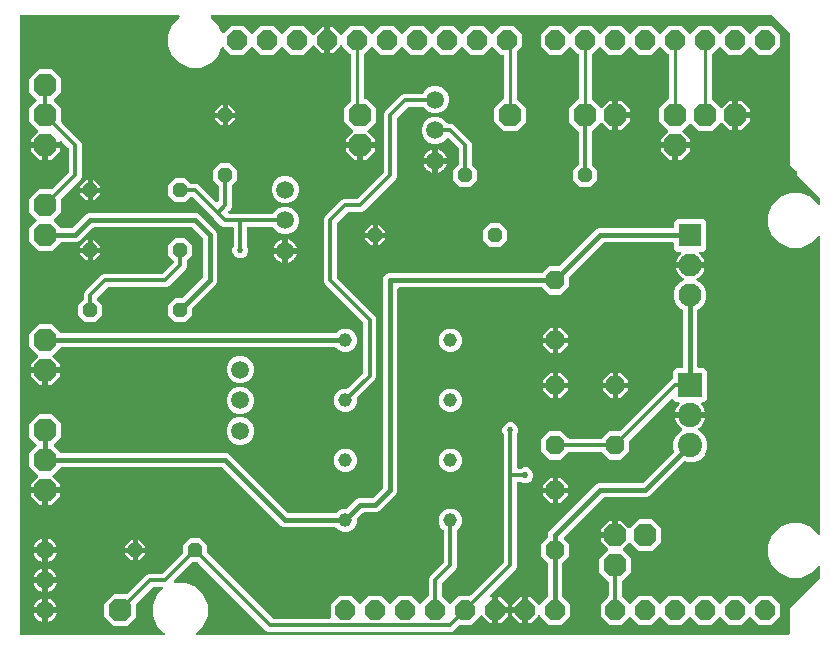
<source format=gbr>
G04 EAGLE Gerber RS-274X export*
G75*
%MOMM*%
%FSLAX34Y34*%
%LPD*%
%INTop Copper*%
%IPPOS*%
%AMOC8*
5,1,8,0,0,1.08239X$1,22.5*%
G01*
%ADD10P,2.089446X8X22.500000*%
%ADD11P,1.732040X8X112.500000*%
%ADD12P,1.732040X8X292.500000*%
%ADD13C,1.524000*%
%ADD14C,1.500000*%
%ADD15P,1.319650X8X22.500000*%
%ADD16R,1.935000X1.935000*%
%ADD17C,1.935000*%
%ADD18R,2.055000X2.055000*%
%ADD19C,2.055000*%
%ADD20C,1.170000*%
%ADD21P,1.814519X8X22.500000*%
%ADD22P,1.319650X8X112.500000*%
%ADD23P,1.319650X8X202.500000*%
%ADD24C,0.406400*%
%ADD25C,0.254000*%
%ADD26C,0.304800*%
%ADD27C,0.525000*%

G36*
X-687381Y16782D02*
X-687381Y16782D01*
X-687242Y16795D01*
X-687223Y16802D01*
X-687203Y16805D01*
X-687074Y16856D01*
X-686942Y16903D01*
X-686926Y16914D01*
X-686907Y16922D01*
X-686794Y17003D01*
X-686679Y17081D01*
X-686666Y17097D01*
X-686650Y17108D01*
X-686561Y17216D01*
X-686469Y17320D01*
X-686460Y17338D01*
X-686447Y17353D01*
X-686387Y17479D01*
X-686324Y17603D01*
X-686320Y17623D01*
X-686311Y17641D01*
X-686285Y17777D01*
X-686255Y17913D01*
X-686255Y17934D01*
X-686251Y17953D01*
X-686260Y18092D01*
X-686264Y18231D01*
X-686270Y18251D01*
X-686271Y18271D01*
X-686314Y18403D01*
X-686353Y18537D01*
X-686363Y18554D01*
X-686369Y18573D01*
X-686444Y18691D01*
X-686514Y18811D01*
X-686533Y18832D01*
X-686539Y18842D01*
X-686554Y18856D01*
X-686621Y18931D01*
X-692696Y25007D01*
X-696215Y33502D01*
X-696215Y42698D01*
X-692696Y51193D01*
X-688145Y55745D01*
X-688059Y55854D01*
X-687971Y55961D01*
X-687962Y55980D01*
X-687950Y55996D01*
X-687894Y56124D01*
X-687835Y56249D01*
X-687831Y56269D01*
X-687823Y56288D01*
X-687801Y56426D01*
X-687775Y56562D01*
X-687777Y56582D01*
X-687773Y56602D01*
X-687787Y56741D01*
X-687795Y56879D01*
X-687801Y56898D01*
X-687803Y56918D01*
X-687850Y57050D01*
X-687893Y57181D01*
X-687904Y57199D01*
X-687911Y57218D01*
X-687989Y57333D01*
X-688063Y57450D01*
X-688078Y57464D01*
X-688089Y57481D01*
X-688194Y57573D01*
X-688295Y57668D01*
X-688313Y57678D01*
X-688328Y57691D01*
X-688452Y57755D01*
X-688573Y57822D01*
X-688593Y57827D01*
X-688611Y57836D01*
X-688747Y57866D01*
X-688881Y57901D01*
X-688909Y57903D01*
X-688921Y57906D01*
X-688942Y57905D01*
X-689042Y57911D01*
X-695659Y57911D01*
X-695758Y57899D01*
X-695857Y57896D01*
X-695915Y57879D01*
X-695975Y57871D01*
X-696067Y57835D01*
X-696162Y57807D01*
X-696214Y57777D01*
X-696271Y57754D01*
X-696351Y57696D01*
X-696436Y57646D01*
X-696511Y57580D01*
X-696528Y57568D01*
X-696536Y57558D01*
X-696557Y57540D01*
X-709812Y44285D01*
X-709872Y44207D01*
X-709940Y44134D01*
X-709969Y44081D01*
X-710006Y44034D01*
X-710046Y43943D01*
X-710094Y43856D01*
X-710109Y43797D01*
X-710133Y43742D01*
X-710148Y43644D01*
X-710173Y43548D01*
X-710179Y43448D01*
X-710183Y43428D01*
X-710181Y43415D01*
X-710183Y43387D01*
X-710183Y32418D01*
X-718218Y24383D01*
X-729582Y24383D01*
X-737617Y32418D01*
X-737617Y43782D01*
X-729582Y51817D01*
X-718613Y51817D01*
X-718514Y51829D01*
X-718415Y51832D01*
X-718357Y51849D01*
X-718297Y51857D01*
X-718205Y51893D01*
X-718110Y51921D01*
X-718058Y51951D01*
X-718001Y51974D01*
X-717921Y52032D01*
X-717836Y52082D01*
X-717761Y52148D01*
X-717744Y52160D01*
X-717736Y52170D01*
X-717715Y52188D01*
X-703416Y66487D01*
X-701666Y68238D01*
X-699612Y69089D01*
X-688641Y69089D01*
X-688542Y69101D01*
X-688443Y69104D01*
X-688385Y69121D01*
X-688325Y69129D01*
X-688233Y69165D01*
X-688138Y69193D01*
X-688086Y69223D01*
X-688029Y69246D01*
X-687949Y69304D01*
X-687864Y69354D01*
X-687789Y69420D01*
X-687772Y69432D01*
X-687764Y69442D01*
X-687743Y69460D01*
X-670932Y86271D01*
X-670872Y86349D01*
X-670804Y86422D01*
X-670775Y86475D01*
X-670738Y86522D01*
X-670698Y86613D01*
X-670650Y86700D01*
X-670635Y86759D01*
X-670611Y86814D01*
X-670596Y86912D01*
X-670571Y87008D01*
X-670565Y87108D01*
X-670561Y87128D01*
X-670563Y87141D01*
X-670561Y87169D01*
X-670561Y93109D01*
X-664609Y99061D01*
X-656191Y99061D01*
X-650239Y93109D01*
X-650239Y87169D01*
X-650227Y87070D01*
X-650224Y86971D01*
X-650207Y86913D01*
X-650199Y86853D01*
X-650163Y86761D01*
X-650135Y86666D01*
X-650105Y86614D01*
X-650082Y86557D01*
X-650024Y86477D01*
X-649974Y86392D01*
X-649908Y86317D01*
X-649896Y86300D01*
X-649886Y86292D01*
X-649868Y86271D01*
X-594957Y31360D01*
X-594879Y31300D01*
X-594806Y31232D01*
X-594753Y31203D01*
X-594706Y31166D01*
X-594615Y31126D01*
X-594528Y31078D01*
X-594469Y31063D01*
X-594414Y31039D01*
X-594316Y31024D01*
X-594220Y30999D01*
X-594120Y30993D01*
X-594100Y30989D01*
X-594087Y30991D01*
X-594059Y30989D01*
X-546955Y30989D01*
X-546818Y31006D01*
X-546679Y31019D01*
X-546660Y31026D01*
X-546640Y31029D01*
X-546511Y31080D01*
X-546380Y31127D01*
X-546363Y31138D01*
X-546344Y31146D01*
X-546232Y31227D01*
X-546116Y31305D01*
X-546103Y31321D01*
X-546087Y31332D01*
X-545998Y31440D01*
X-545906Y31544D01*
X-545897Y31562D01*
X-545884Y31577D01*
X-545825Y31703D01*
X-545761Y31827D01*
X-545757Y31847D01*
X-545748Y31865D01*
X-545722Y32002D01*
X-545692Y32137D01*
X-545692Y32158D01*
X-545689Y32177D01*
X-545697Y32316D01*
X-545701Y32455D01*
X-545707Y32475D01*
X-545708Y32495D01*
X-545751Y32627D01*
X-545790Y32761D01*
X-545800Y32778D01*
X-545806Y32797D01*
X-545847Y32861D01*
X-545847Y43256D01*
X-538556Y50547D01*
X-528244Y50547D01*
X-521597Y43900D01*
X-521503Y43827D01*
X-521414Y43748D01*
X-521378Y43730D01*
X-521346Y43705D01*
X-521237Y43657D01*
X-521131Y43603D01*
X-521092Y43595D01*
X-521054Y43579D01*
X-520937Y43560D01*
X-520821Y43534D01*
X-520780Y43535D01*
X-520740Y43529D01*
X-520622Y43540D01*
X-520503Y43543D01*
X-520464Y43555D01*
X-520424Y43558D01*
X-520311Y43599D01*
X-520197Y43632D01*
X-520162Y43652D01*
X-520124Y43666D01*
X-520026Y43733D01*
X-519923Y43793D01*
X-519878Y43833D01*
X-519861Y43845D01*
X-519848Y43860D01*
X-519802Y43900D01*
X-513156Y50547D01*
X-502844Y50547D01*
X-496197Y43900D01*
X-496103Y43827D01*
X-496014Y43748D01*
X-495978Y43730D01*
X-495946Y43705D01*
X-495837Y43657D01*
X-495731Y43603D01*
X-495692Y43595D01*
X-495654Y43579D01*
X-495537Y43560D01*
X-495421Y43534D01*
X-495380Y43535D01*
X-495340Y43529D01*
X-495222Y43540D01*
X-495103Y43543D01*
X-495064Y43555D01*
X-495024Y43558D01*
X-494911Y43599D01*
X-494797Y43632D01*
X-494762Y43652D01*
X-494724Y43666D01*
X-494626Y43733D01*
X-494523Y43793D01*
X-494478Y43833D01*
X-494461Y43845D01*
X-494448Y43860D01*
X-494402Y43900D01*
X-487756Y50547D01*
X-477444Y50547D01*
X-470797Y43900D01*
X-470703Y43827D01*
X-470614Y43748D01*
X-470578Y43730D01*
X-470546Y43705D01*
X-470437Y43657D01*
X-470331Y43603D01*
X-470292Y43595D01*
X-470254Y43579D01*
X-470137Y43560D01*
X-470021Y43534D01*
X-469980Y43535D01*
X-469940Y43529D01*
X-469822Y43540D01*
X-469703Y43543D01*
X-469664Y43555D01*
X-469624Y43558D01*
X-469511Y43599D01*
X-469397Y43632D01*
X-469362Y43652D01*
X-469324Y43666D01*
X-469226Y43733D01*
X-469123Y43793D01*
X-469078Y43833D01*
X-469061Y43845D01*
X-469048Y43860D01*
X-469002Y43900D01*
X-463160Y49742D01*
X-463100Y49820D01*
X-463032Y49892D01*
X-463003Y49945D01*
X-462966Y49993D01*
X-462926Y50084D01*
X-462878Y50171D01*
X-462863Y50229D01*
X-462839Y50285D01*
X-462824Y50383D01*
X-462799Y50479D01*
X-462793Y50579D01*
X-462789Y50599D01*
X-462791Y50611D01*
X-462789Y50639D01*
X-462789Y64612D01*
X-461938Y66666D01*
X-450460Y78143D01*
X-450400Y78221D01*
X-450332Y78294D01*
X-450303Y78347D01*
X-450266Y78394D01*
X-450226Y78485D01*
X-450178Y78572D01*
X-450163Y78631D01*
X-450139Y78686D01*
X-450124Y78784D01*
X-450099Y78880D01*
X-450093Y78980D01*
X-450089Y79000D01*
X-450091Y79013D01*
X-450089Y79041D01*
X-450089Y105341D01*
X-450101Y105440D01*
X-450104Y105539D01*
X-450121Y105597D01*
X-450129Y105657D01*
X-450165Y105749D01*
X-450193Y105844D01*
X-450223Y105896D01*
X-450246Y105953D01*
X-450304Y106033D01*
X-450354Y106118D01*
X-450420Y106193D01*
X-450432Y106210D01*
X-450442Y106218D01*
X-450460Y106239D01*
X-452905Y108684D01*
X-454415Y112328D01*
X-454415Y116272D01*
X-452905Y119916D01*
X-450116Y122705D01*
X-446472Y124215D01*
X-442528Y124215D01*
X-438884Y122705D01*
X-436095Y119916D01*
X-434585Y116272D01*
X-434585Y112328D01*
X-436095Y108684D01*
X-438540Y106239D01*
X-438600Y106161D01*
X-438668Y106089D01*
X-438697Y106036D01*
X-438734Y105988D01*
X-438774Y105897D01*
X-438822Y105810D01*
X-438837Y105751D01*
X-438861Y105696D01*
X-438876Y105598D01*
X-438901Y105502D01*
X-438907Y105402D01*
X-438911Y105382D01*
X-438909Y105369D01*
X-438911Y105341D01*
X-438911Y75088D01*
X-439762Y73034D01*
X-451240Y61557D01*
X-451300Y61479D01*
X-451368Y61406D01*
X-451397Y61353D01*
X-451434Y61306D01*
X-451474Y61215D01*
X-451522Y61128D01*
X-451537Y61069D01*
X-451561Y61014D01*
X-451576Y60916D01*
X-451601Y60820D01*
X-451607Y60720D01*
X-451611Y60700D01*
X-451609Y60687D01*
X-451611Y60659D01*
X-451611Y50639D01*
X-451599Y50541D01*
X-451596Y50442D01*
X-451579Y50384D01*
X-451571Y50324D01*
X-451535Y50232D01*
X-451507Y50137D01*
X-451477Y50084D01*
X-451454Y50028D01*
X-451396Y49948D01*
X-451346Y49863D01*
X-451280Y49787D01*
X-451268Y49771D01*
X-451258Y49763D01*
X-451240Y49742D01*
X-445397Y43900D01*
X-445303Y43827D01*
X-445214Y43748D01*
X-445178Y43730D01*
X-445146Y43705D01*
X-445037Y43657D01*
X-444931Y43603D01*
X-444892Y43595D01*
X-444854Y43579D01*
X-444737Y43560D01*
X-444621Y43534D01*
X-444580Y43535D01*
X-444540Y43529D01*
X-444422Y43540D01*
X-444303Y43543D01*
X-444264Y43555D01*
X-444224Y43558D01*
X-444111Y43599D01*
X-443997Y43632D01*
X-443962Y43652D01*
X-443924Y43666D01*
X-443826Y43733D01*
X-443723Y43793D01*
X-443678Y43833D01*
X-443661Y43845D01*
X-443648Y43860D01*
X-443602Y43900D01*
X-436956Y50547D01*
X-427783Y50547D01*
X-427684Y50559D01*
X-427585Y50562D01*
X-427527Y50579D01*
X-427467Y50587D01*
X-427375Y50623D01*
X-427280Y50651D01*
X-427228Y50681D01*
X-427171Y50704D01*
X-427091Y50762D01*
X-427006Y50812D01*
X-426931Y50878D01*
X-426914Y50890D01*
X-426906Y50900D01*
X-426885Y50918D01*
X-399660Y78143D01*
X-399600Y78221D01*
X-399532Y78294D01*
X-399503Y78347D01*
X-399466Y78394D01*
X-399426Y78485D01*
X-399378Y78572D01*
X-399363Y78631D01*
X-399339Y78686D01*
X-399324Y78784D01*
X-399299Y78880D01*
X-399293Y78980D01*
X-399289Y79000D01*
X-399291Y79013D01*
X-399289Y79041D01*
X-399289Y186259D01*
X-399290Y186268D01*
X-399289Y186277D01*
X-399310Y186426D01*
X-399329Y186574D01*
X-399332Y186583D01*
X-399333Y186592D01*
X-399385Y186745D01*
X-400390Y189169D01*
X-400390Y191831D01*
X-399371Y194289D01*
X-397489Y196171D01*
X-395031Y197190D01*
X-392369Y197190D01*
X-389911Y196171D01*
X-388029Y194289D01*
X-387010Y191831D01*
X-387010Y189169D01*
X-388015Y186745D01*
X-388017Y186736D01*
X-388022Y186727D01*
X-388059Y186582D01*
X-388099Y186438D01*
X-388099Y186429D01*
X-388101Y186420D01*
X-388111Y186259D01*
X-388111Y159258D01*
X-388096Y159140D01*
X-388089Y159021D01*
X-388076Y158983D01*
X-388071Y158942D01*
X-388028Y158832D01*
X-387991Y158719D01*
X-387969Y158684D01*
X-387954Y158647D01*
X-387885Y158551D01*
X-387821Y158450D01*
X-387791Y158422D01*
X-387768Y158389D01*
X-387676Y158313D01*
X-387589Y158232D01*
X-387554Y158212D01*
X-387523Y158187D01*
X-387415Y158136D01*
X-387311Y158078D01*
X-387271Y158068D01*
X-387235Y158051D01*
X-387118Y158029D01*
X-387003Y157999D01*
X-386943Y157995D01*
X-386923Y157991D01*
X-386902Y157993D01*
X-386842Y157989D01*
X-385241Y157989D01*
X-385232Y157990D01*
X-385223Y157989D01*
X-385074Y158010D01*
X-384926Y158029D01*
X-384917Y158032D01*
X-384908Y158033D01*
X-384755Y158085D01*
X-382331Y159090D01*
X-379669Y159090D01*
X-377211Y158071D01*
X-375329Y156189D01*
X-374310Y153731D01*
X-374310Y151069D01*
X-375329Y148611D01*
X-377211Y146729D01*
X-379669Y145710D01*
X-382331Y145710D01*
X-384755Y146715D01*
X-384764Y146717D01*
X-384773Y146722D01*
X-384918Y146759D01*
X-385062Y146799D01*
X-385072Y146799D01*
X-385081Y146801D01*
X-385241Y146811D01*
X-386842Y146811D01*
X-386960Y146796D01*
X-387079Y146789D01*
X-387117Y146776D01*
X-387158Y146771D01*
X-387268Y146728D01*
X-387381Y146691D01*
X-387416Y146669D01*
X-387453Y146654D01*
X-387549Y146585D01*
X-387650Y146521D01*
X-387678Y146491D01*
X-387711Y146468D01*
X-387787Y146376D01*
X-387868Y146289D01*
X-387888Y146254D01*
X-387913Y146223D01*
X-387964Y146115D01*
X-388022Y146011D01*
X-388032Y145971D01*
X-388049Y145935D01*
X-388071Y145818D01*
X-388101Y145703D01*
X-388105Y145643D01*
X-388109Y145623D01*
X-388107Y145602D01*
X-388111Y145542D01*
X-388111Y75088D01*
X-388962Y73034D01*
X-410807Y51189D01*
X-410892Y51080D01*
X-410981Y50973D01*
X-410989Y50954D01*
X-411002Y50938D01*
X-411057Y50810D01*
X-411116Y50685D01*
X-411120Y50665D01*
X-411128Y50646D01*
X-411150Y50508D01*
X-411176Y50372D01*
X-411175Y50352D01*
X-411178Y50332D01*
X-411165Y50193D01*
X-411156Y50055D01*
X-411150Y50036D01*
X-411148Y50016D01*
X-411101Y49884D01*
X-411058Y49753D01*
X-411047Y49735D01*
X-411041Y49716D01*
X-410963Y49601D01*
X-410888Y49484D01*
X-410873Y49470D01*
X-410862Y49453D01*
X-410758Y49361D01*
X-410657Y49266D01*
X-410639Y49256D01*
X-410624Y49243D01*
X-410500Y49179D01*
X-410378Y49112D01*
X-410358Y49107D01*
X-410340Y49098D01*
X-410205Y49068D01*
X-410070Y49033D01*
X-410042Y49031D01*
X-410030Y49028D01*
X-410010Y49029D01*
X-409909Y49023D01*
X-408899Y49023D01*
X-408899Y39330D01*
X-408884Y39212D01*
X-408877Y39093D01*
X-408864Y39055D01*
X-408859Y39015D01*
X-408816Y38904D01*
X-408779Y38791D01*
X-408757Y38757D01*
X-408742Y38719D01*
X-408673Y38623D01*
X-408609Y38522D01*
X-408579Y38494D01*
X-408556Y38462D01*
X-408464Y38386D01*
X-408377Y38304D01*
X-408342Y38285D01*
X-408311Y38259D01*
X-408203Y38208D01*
X-408099Y38151D01*
X-408059Y38141D01*
X-408023Y38123D01*
X-407916Y38103D01*
X-407946Y38099D01*
X-408056Y38055D01*
X-408169Y38019D01*
X-408204Y37997D01*
X-408241Y37982D01*
X-408337Y37912D01*
X-408438Y37849D01*
X-408466Y37819D01*
X-408499Y37795D01*
X-408575Y37704D01*
X-408656Y37617D01*
X-408676Y37582D01*
X-408701Y37550D01*
X-408752Y37443D01*
X-408810Y37338D01*
X-408820Y37299D01*
X-408837Y37263D01*
X-408859Y37146D01*
X-408889Y37030D01*
X-408893Y36970D01*
X-408897Y36950D01*
X-408895Y36930D01*
X-408899Y36870D01*
X-408899Y27177D01*
X-410924Y27177D01*
X-417187Y33439D01*
X-417296Y33525D01*
X-417403Y33613D01*
X-417422Y33622D01*
X-417438Y33634D01*
X-417566Y33690D01*
X-417691Y33749D01*
X-417711Y33753D01*
X-417730Y33761D01*
X-417868Y33783D01*
X-418004Y33809D01*
X-418024Y33807D01*
X-418044Y33811D01*
X-418183Y33798D01*
X-418321Y33789D01*
X-418340Y33783D01*
X-418360Y33781D01*
X-418492Y33734D01*
X-418623Y33691D01*
X-418641Y33680D01*
X-418660Y33673D01*
X-418775Y33595D01*
X-418892Y33521D01*
X-418906Y33506D01*
X-418923Y33495D01*
X-419015Y33390D01*
X-419110Y33289D01*
X-419120Y33271D01*
X-419133Y33256D01*
X-419197Y33132D01*
X-419235Y33063D01*
X-426644Y25653D01*
X-435817Y25653D01*
X-435916Y25641D01*
X-436015Y25638D01*
X-436073Y25621D01*
X-436133Y25613D01*
X-436225Y25577D01*
X-436320Y25549D01*
X-436372Y25519D01*
X-436429Y25496D01*
X-436509Y25438D01*
X-436594Y25388D01*
X-436669Y25322D01*
X-436686Y25310D01*
X-436688Y25307D01*
X-436690Y25306D01*
X-436696Y25298D01*
X-436715Y25282D01*
X-441334Y20662D01*
X-443388Y19811D01*
X-598012Y19811D01*
X-600066Y20662D01*
X-657771Y78368D01*
X-657849Y78428D01*
X-657922Y78496D01*
X-657975Y78525D01*
X-658022Y78562D01*
X-658113Y78602D01*
X-658200Y78650D01*
X-658259Y78665D01*
X-658314Y78689D01*
X-658412Y78704D01*
X-658508Y78729D01*
X-658608Y78735D01*
X-658628Y78739D01*
X-658641Y78737D01*
X-658669Y78739D01*
X-662131Y78739D01*
X-662230Y78727D01*
X-662329Y78724D01*
X-662387Y78707D01*
X-662447Y78699D01*
X-662539Y78663D01*
X-662634Y78635D01*
X-662686Y78605D01*
X-662743Y78582D01*
X-662823Y78524D01*
X-662908Y78474D01*
X-662983Y78408D01*
X-663000Y78396D01*
X-663008Y78386D01*
X-663029Y78368D01*
X-678015Y63381D01*
X-678100Y63272D01*
X-678189Y63165D01*
X-678197Y63146D01*
X-678210Y63130D01*
X-678265Y63002D01*
X-678324Y62877D01*
X-678328Y62857D01*
X-678336Y62838D01*
X-678358Y62700D01*
X-678384Y62564D01*
X-678383Y62544D01*
X-678386Y62524D01*
X-678373Y62385D01*
X-678364Y62247D01*
X-678358Y62228D01*
X-678356Y62208D01*
X-678309Y62076D01*
X-678266Y61945D01*
X-678255Y61927D01*
X-678249Y61908D01*
X-678171Y61793D01*
X-678096Y61676D01*
X-678081Y61662D01*
X-678070Y61645D01*
X-677966Y61553D01*
X-677865Y61458D01*
X-677847Y61448D01*
X-677832Y61435D01*
X-677708Y61371D01*
X-677586Y61304D01*
X-677566Y61299D01*
X-677548Y61290D01*
X-677413Y61260D01*
X-677278Y61225D01*
X-677250Y61223D01*
X-677238Y61220D01*
X-677218Y61221D01*
X-677117Y61215D01*
X-668502Y61215D01*
X-660007Y57696D01*
X-653504Y51193D01*
X-649985Y42698D01*
X-649985Y33502D01*
X-653504Y25007D01*
X-659579Y18931D01*
X-659665Y18822D01*
X-659753Y18715D01*
X-659762Y18696D01*
X-659774Y18680D01*
X-659830Y18552D01*
X-659889Y18427D01*
X-659893Y18407D01*
X-659901Y18388D01*
X-659923Y18250D01*
X-659949Y18114D01*
X-659947Y18094D01*
X-659951Y18074D01*
X-659937Y17935D01*
X-659929Y17797D01*
X-659923Y17778D01*
X-659921Y17758D01*
X-659874Y17626D01*
X-659831Y17495D01*
X-659820Y17477D01*
X-659813Y17458D01*
X-659735Y17343D01*
X-659661Y17226D01*
X-659646Y17212D01*
X-659635Y17195D01*
X-659530Y17103D01*
X-659429Y17008D01*
X-659411Y16998D01*
X-659396Y16985D01*
X-659272Y16921D01*
X-659151Y16854D01*
X-659131Y16849D01*
X-659113Y16840D01*
X-658977Y16810D01*
X-658843Y16775D01*
X-658815Y16773D01*
X-658803Y16770D01*
X-658782Y16771D01*
X-658682Y16765D01*
X-159766Y16765D01*
X-159668Y16777D01*
X-159569Y16780D01*
X-159511Y16797D01*
X-159450Y16805D01*
X-159358Y16841D01*
X-159263Y16869D01*
X-159211Y16899D01*
X-159155Y16922D01*
X-159075Y16980D01*
X-158989Y17030D01*
X-158914Y17096D01*
X-158897Y17108D01*
X-158890Y17118D01*
X-158869Y17136D01*
X-156836Y19169D01*
X-156776Y19247D01*
X-156708Y19319D01*
X-156679Y19372D01*
X-156642Y19420D01*
X-156602Y19511D01*
X-156554Y19597D01*
X-156539Y19656D01*
X-156515Y19712D01*
X-156500Y19810D01*
X-156475Y19905D01*
X-156469Y20005D01*
X-156465Y20026D01*
X-156467Y20038D01*
X-156465Y20066D01*
X-156465Y39784D01*
X-131436Y64812D01*
X-131376Y64890D01*
X-131308Y64962D01*
X-131279Y65015D01*
X-131242Y65063D01*
X-131202Y65154D01*
X-131154Y65241D01*
X-131139Y65299D01*
X-131115Y65355D01*
X-131100Y65453D01*
X-131075Y65549D01*
X-131069Y65649D01*
X-131065Y65669D01*
X-131067Y65681D01*
X-131065Y65709D01*
X-131065Y74482D01*
X-131082Y74619D01*
X-131095Y74758D01*
X-131102Y74777D01*
X-131105Y74797D01*
X-131156Y74926D01*
X-131203Y75058D01*
X-131214Y75074D01*
X-131222Y75093D01*
X-131303Y75206D01*
X-131381Y75321D01*
X-131397Y75334D01*
X-131408Y75350D01*
X-131516Y75439D01*
X-131620Y75531D01*
X-131638Y75540D01*
X-131653Y75553D01*
X-131779Y75613D01*
X-131903Y75676D01*
X-131923Y75680D01*
X-131941Y75689D01*
X-132077Y75715D01*
X-132213Y75745D01*
X-132234Y75745D01*
X-132253Y75749D01*
X-132392Y75740D01*
X-132531Y75736D01*
X-132551Y75730D01*
X-132571Y75729D01*
X-132703Y75686D01*
X-132837Y75647D01*
X-132854Y75637D01*
X-132873Y75631D01*
X-132991Y75556D01*
X-133111Y75486D01*
X-133132Y75467D01*
X-133142Y75461D01*
X-133156Y75446D01*
X-133231Y75379D01*
X-139307Y69304D01*
X-147802Y65785D01*
X-156998Y65785D01*
X-165493Y69304D01*
X-171996Y75807D01*
X-175515Y84302D01*
X-175515Y93498D01*
X-171996Y101993D01*
X-165493Y108496D01*
X-156998Y112015D01*
X-147802Y112015D01*
X-139307Y108496D01*
X-133231Y102421D01*
X-133122Y102335D01*
X-133015Y102247D01*
X-132996Y102238D01*
X-132980Y102226D01*
X-132852Y102170D01*
X-132727Y102111D01*
X-132707Y102107D01*
X-132688Y102099D01*
X-132550Y102077D01*
X-132414Y102051D01*
X-132394Y102053D01*
X-132374Y102049D01*
X-132235Y102063D01*
X-132097Y102071D01*
X-132078Y102077D01*
X-132058Y102079D01*
X-131926Y102126D01*
X-131795Y102169D01*
X-131777Y102180D01*
X-131758Y102187D01*
X-131643Y102265D01*
X-131526Y102339D01*
X-131512Y102354D01*
X-131495Y102365D01*
X-131403Y102470D01*
X-131308Y102571D01*
X-131298Y102589D01*
X-131285Y102604D01*
X-131221Y102728D01*
X-131154Y102849D01*
X-131149Y102869D01*
X-131140Y102887D01*
X-131110Y103023D01*
X-131075Y103157D01*
X-131073Y103185D01*
X-131070Y103197D01*
X-131071Y103218D01*
X-131065Y103318D01*
X-131065Y353882D01*
X-131082Y354019D01*
X-131095Y354158D01*
X-131102Y354177D01*
X-131105Y354197D01*
X-131156Y354326D01*
X-131203Y354458D01*
X-131214Y354474D01*
X-131222Y354493D01*
X-131303Y354606D01*
X-131381Y354721D01*
X-131397Y354734D01*
X-131408Y354750D01*
X-131516Y354839D01*
X-131620Y354931D01*
X-131638Y354940D01*
X-131653Y354953D01*
X-131779Y355013D01*
X-131903Y355076D01*
X-131923Y355080D01*
X-131941Y355089D01*
X-132077Y355115D01*
X-132213Y355145D01*
X-132234Y355145D01*
X-132253Y355149D01*
X-132392Y355140D01*
X-132531Y355136D01*
X-132551Y355130D01*
X-132571Y355129D01*
X-132703Y355086D01*
X-132837Y355047D01*
X-132854Y355037D01*
X-132873Y355031D01*
X-132991Y354956D01*
X-133111Y354886D01*
X-133132Y354867D01*
X-133142Y354861D01*
X-133156Y354846D01*
X-133231Y354779D01*
X-139307Y348704D01*
X-147802Y345185D01*
X-156998Y345185D01*
X-165493Y348704D01*
X-171996Y355207D01*
X-175515Y363702D01*
X-175515Y372898D01*
X-171996Y381393D01*
X-165493Y387896D01*
X-156998Y391415D01*
X-147802Y391415D01*
X-139307Y387896D01*
X-133231Y381821D01*
X-133122Y381735D01*
X-133015Y381647D01*
X-132996Y381638D01*
X-132980Y381626D01*
X-132852Y381570D01*
X-132727Y381511D01*
X-132707Y381507D01*
X-132688Y381499D01*
X-132550Y381477D01*
X-132414Y381451D01*
X-132394Y381453D01*
X-132374Y381449D01*
X-132235Y381463D01*
X-132097Y381471D01*
X-132078Y381477D01*
X-132058Y381479D01*
X-131926Y381526D01*
X-131795Y381569D01*
X-131777Y381580D01*
X-131758Y381587D01*
X-131643Y381665D01*
X-131526Y381739D01*
X-131512Y381754D01*
X-131495Y381765D01*
X-131403Y381870D01*
X-131308Y381971D01*
X-131298Y381989D01*
X-131285Y382004D01*
X-131221Y382128D01*
X-131154Y382249D01*
X-131149Y382269D01*
X-131140Y382287D01*
X-131110Y382423D01*
X-131075Y382557D01*
X-131073Y382585D01*
X-131070Y382597D01*
X-131071Y382618D01*
X-131065Y382718D01*
X-131065Y386334D01*
X-131077Y386432D01*
X-131080Y386531D01*
X-131097Y386589D01*
X-131105Y386650D01*
X-131141Y386742D01*
X-131169Y386837D01*
X-131199Y386889D01*
X-131222Y386945D01*
X-131280Y387025D01*
X-131330Y387111D01*
X-131396Y387186D01*
X-131408Y387203D01*
X-131418Y387210D01*
X-131436Y387231D01*
X-151131Y406926D01*
X-151131Y409017D01*
X-151143Y409115D01*
X-151146Y409214D01*
X-151163Y409272D01*
X-151171Y409332D01*
X-151207Y409424D01*
X-151235Y409519D01*
X-151265Y409572D01*
X-151288Y409628D01*
X-151346Y409708D01*
X-151396Y409793D01*
X-151462Y409869D01*
X-151474Y409885D01*
X-151484Y409893D01*
X-151503Y409914D01*
X-156465Y414876D01*
X-156465Y526034D01*
X-156477Y526132D01*
X-156480Y526231D01*
X-156497Y526289D01*
X-156505Y526350D01*
X-156541Y526442D01*
X-156569Y526537D01*
X-156599Y526589D01*
X-156622Y526645D01*
X-156680Y526725D01*
X-156730Y526811D01*
X-156796Y526886D01*
X-156808Y526903D01*
X-156818Y526910D01*
X-156836Y526931D01*
X-171569Y541664D01*
X-171647Y541724D01*
X-171719Y541792D01*
X-171772Y541821D01*
X-171820Y541858D01*
X-171911Y541898D01*
X-171997Y541946D01*
X-172056Y541961D01*
X-172112Y541985D01*
X-172210Y542000D01*
X-172305Y542025D01*
X-172405Y542031D01*
X-172426Y542035D01*
X-172438Y542033D01*
X-172466Y542035D01*
X-645982Y542035D01*
X-646119Y542018D01*
X-646258Y542005D01*
X-646277Y541998D01*
X-646297Y541995D01*
X-646426Y541944D01*
X-646558Y541897D01*
X-646574Y541886D01*
X-646593Y541878D01*
X-646706Y541797D01*
X-646821Y541719D01*
X-646834Y541703D01*
X-646850Y541692D01*
X-646939Y541584D01*
X-647031Y541480D01*
X-647040Y541462D01*
X-647053Y541447D01*
X-647113Y541321D01*
X-647176Y541197D01*
X-647180Y541177D01*
X-647189Y541159D01*
X-647215Y541023D01*
X-647245Y540887D01*
X-647245Y540866D01*
X-647249Y540847D01*
X-647240Y540708D01*
X-647236Y540569D01*
X-647230Y540549D01*
X-647229Y540529D01*
X-647186Y540397D01*
X-647147Y540263D01*
X-647137Y540246D01*
X-647131Y540227D01*
X-647056Y540109D01*
X-646986Y539989D01*
X-646967Y539968D01*
X-646961Y539958D01*
X-646946Y539944D01*
X-646879Y539869D01*
X-640804Y533793D01*
X-638176Y527448D01*
X-638151Y527405D01*
X-638135Y527358D01*
X-638073Y527267D01*
X-638018Y527172D01*
X-637984Y527136D01*
X-637956Y527095D01*
X-637874Y527023D01*
X-637797Y526944D01*
X-637755Y526917D01*
X-637718Y526885D01*
X-637620Y526835D01*
X-637526Y526777D01*
X-637479Y526763D01*
X-637434Y526740D01*
X-637327Y526716D01*
X-637222Y526684D01*
X-637173Y526681D01*
X-637124Y526670D01*
X-637014Y526674D01*
X-636904Y526669D01*
X-636856Y526679D01*
X-636806Y526680D01*
X-636701Y526711D01*
X-636593Y526733D01*
X-636548Y526755D01*
X-636501Y526768D01*
X-636406Y526824D01*
X-636307Y526873D01*
X-636269Y526905D01*
X-636227Y526930D01*
X-636106Y527036D01*
X-629996Y533147D01*
X-619684Y533147D01*
X-613037Y526500D01*
X-612943Y526427D01*
X-612854Y526348D01*
X-612818Y526330D01*
X-612786Y526305D01*
X-612677Y526257D01*
X-612571Y526203D01*
X-612532Y526195D01*
X-612494Y526179D01*
X-612377Y526160D01*
X-612261Y526134D01*
X-612220Y526135D01*
X-612180Y526129D01*
X-612062Y526140D01*
X-611943Y526143D01*
X-611904Y526155D01*
X-611864Y526158D01*
X-611751Y526199D01*
X-611637Y526232D01*
X-611602Y526252D01*
X-611564Y526266D01*
X-611466Y526333D01*
X-611363Y526393D01*
X-611318Y526433D01*
X-611301Y526445D01*
X-611288Y526460D01*
X-611242Y526500D01*
X-604596Y533147D01*
X-594284Y533147D01*
X-587637Y526500D01*
X-587543Y526427D01*
X-587454Y526348D01*
X-587418Y526330D01*
X-587386Y526305D01*
X-587277Y526257D01*
X-587171Y526203D01*
X-587132Y526195D01*
X-587094Y526179D01*
X-586977Y526160D01*
X-586861Y526134D01*
X-586820Y526135D01*
X-586780Y526129D01*
X-586662Y526140D01*
X-586543Y526143D01*
X-586504Y526155D01*
X-586464Y526158D01*
X-586351Y526199D01*
X-586237Y526232D01*
X-586202Y526252D01*
X-586164Y526266D01*
X-586066Y526333D01*
X-585963Y526393D01*
X-585918Y526433D01*
X-585901Y526445D01*
X-585888Y526460D01*
X-585842Y526500D01*
X-579196Y533147D01*
X-568884Y533147D01*
X-561475Y525737D01*
X-561455Y525682D01*
X-561444Y525666D01*
X-561436Y525647D01*
X-561355Y525534D01*
X-561277Y525419D01*
X-561261Y525406D01*
X-561250Y525389D01*
X-561142Y525301D01*
X-561038Y525209D01*
X-561020Y525200D01*
X-561005Y525187D01*
X-560879Y525127D01*
X-560755Y525064D01*
X-560735Y525060D01*
X-560717Y525051D01*
X-560581Y525025D01*
X-560445Y524995D01*
X-560424Y524995D01*
X-560405Y524991D01*
X-560266Y525000D01*
X-560127Y525004D01*
X-560107Y525010D01*
X-560087Y525011D01*
X-559955Y525054D01*
X-559821Y525093D01*
X-559804Y525103D01*
X-559785Y525109D01*
X-559667Y525184D01*
X-559547Y525254D01*
X-559526Y525273D01*
X-559516Y525279D01*
X-559502Y525294D01*
X-559427Y525361D01*
X-553164Y531623D01*
X-551139Y531623D01*
X-551139Y521930D01*
X-551124Y521812D01*
X-551117Y521693D01*
X-551104Y521655D01*
X-551099Y521615D01*
X-551056Y521504D01*
X-551019Y521391D01*
X-550997Y521357D01*
X-550982Y521319D01*
X-550913Y521223D01*
X-550849Y521122D01*
X-550819Y521094D01*
X-550796Y521062D01*
X-550704Y520986D01*
X-550617Y520904D01*
X-550582Y520885D01*
X-550551Y520859D01*
X-550443Y520808D01*
X-550339Y520751D01*
X-550299Y520741D01*
X-550263Y520723D01*
X-550156Y520703D01*
X-550186Y520699D01*
X-550296Y520655D01*
X-550409Y520619D01*
X-550444Y520597D01*
X-550481Y520582D01*
X-550577Y520512D01*
X-550678Y520449D01*
X-550706Y520419D01*
X-550739Y520395D01*
X-550815Y520304D01*
X-550896Y520217D01*
X-550916Y520182D01*
X-550941Y520150D01*
X-550992Y520043D01*
X-551050Y519938D01*
X-551060Y519899D01*
X-551077Y519863D01*
X-551099Y519746D01*
X-551129Y519630D01*
X-551133Y519570D01*
X-551137Y519550D01*
X-551135Y519530D01*
X-551139Y519470D01*
X-551139Y509777D01*
X-553164Y509777D01*
X-559427Y516039D01*
X-559536Y516125D01*
X-559643Y516213D01*
X-559662Y516222D01*
X-559678Y516234D01*
X-559806Y516290D01*
X-559931Y516349D01*
X-559951Y516353D01*
X-559970Y516361D01*
X-560108Y516383D01*
X-560244Y516409D01*
X-560264Y516407D01*
X-560284Y516411D01*
X-560423Y516398D01*
X-560561Y516389D01*
X-560580Y516383D01*
X-560600Y516381D01*
X-560732Y516334D01*
X-560863Y516291D01*
X-560881Y516280D01*
X-560900Y516273D01*
X-561015Y516195D01*
X-561132Y516121D01*
X-561146Y516106D01*
X-561163Y516095D01*
X-561255Y515990D01*
X-561350Y515889D01*
X-561360Y515871D01*
X-561373Y515856D01*
X-561437Y515732D01*
X-561475Y515663D01*
X-568884Y508253D01*
X-579196Y508253D01*
X-585842Y514900D01*
X-585937Y514973D01*
X-586026Y515052D01*
X-586062Y515070D01*
X-586094Y515095D01*
X-586203Y515142D01*
X-586309Y515197D01*
X-586348Y515205D01*
X-586386Y515221D01*
X-586503Y515240D01*
X-586619Y515266D01*
X-586660Y515265D01*
X-586700Y515271D01*
X-586818Y515260D01*
X-586937Y515257D01*
X-586976Y515245D01*
X-587016Y515242D01*
X-587129Y515201D01*
X-587243Y515168D01*
X-587277Y515148D01*
X-587316Y515134D01*
X-587414Y515067D01*
X-587517Y515007D01*
X-587562Y514967D01*
X-587579Y514955D01*
X-587592Y514940D01*
X-587637Y514900D01*
X-594284Y508253D01*
X-604596Y508253D01*
X-611242Y514900D01*
X-611337Y514973D01*
X-611426Y515052D01*
X-611462Y515070D01*
X-611494Y515095D01*
X-611603Y515142D01*
X-611709Y515197D01*
X-611748Y515205D01*
X-611786Y515221D01*
X-611903Y515240D01*
X-612019Y515266D01*
X-612060Y515265D01*
X-612100Y515271D01*
X-612218Y515260D01*
X-612337Y515257D01*
X-612376Y515245D01*
X-612416Y515242D01*
X-612529Y515201D01*
X-612643Y515168D01*
X-612677Y515148D01*
X-612716Y515134D01*
X-612814Y515067D01*
X-612917Y515007D01*
X-612962Y514967D01*
X-612979Y514955D01*
X-612992Y514940D01*
X-613037Y514900D01*
X-619684Y508253D01*
X-629996Y508253D01*
X-636106Y514364D01*
X-636145Y514394D01*
X-636179Y514431D01*
X-636270Y514491D01*
X-636357Y514559D01*
X-636403Y514578D01*
X-636444Y514606D01*
X-636548Y514641D01*
X-636649Y514685D01*
X-636698Y514693D01*
X-636745Y514709D01*
X-636854Y514717D01*
X-636963Y514735D01*
X-637013Y514730D01*
X-637062Y514734D01*
X-637170Y514715D01*
X-637280Y514705D01*
X-637326Y514688D01*
X-637375Y514680D01*
X-637476Y514634D01*
X-637579Y514597D01*
X-637620Y514569D01*
X-637665Y514549D01*
X-637751Y514480D01*
X-637842Y514419D01*
X-637875Y514381D01*
X-637914Y514350D01*
X-637980Y514263D01*
X-638053Y514180D01*
X-638075Y514136D01*
X-638105Y514096D01*
X-638176Y513952D01*
X-640804Y507607D01*
X-647307Y501104D01*
X-655802Y497585D01*
X-664998Y497585D01*
X-673493Y501104D01*
X-679996Y507607D01*
X-683515Y516102D01*
X-683515Y525298D01*
X-679996Y533793D01*
X-673921Y539869D01*
X-673835Y539978D01*
X-673747Y540085D01*
X-673738Y540104D01*
X-673726Y540120D01*
X-673670Y540248D01*
X-673611Y540373D01*
X-673607Y540393D01*
X-673599Y540412D01*
X-673577Y540550D01*
X-673551Y540686D01*
X-673553Y540706D01*
X-673549Y540726D01*
X-673563Y540865D01*
X-673571Y541003D01*
X-673577Y541022D01*
X-673579Y541042D01*
X-673626Y541174D01*
X-673669Y541305D01*
X-673680Y541323D01*
X-673687Y541342D01*
X-673765Y541457D01*
X-673839Y541574D01*
X-673854Y541588D01*
X-673865Y541605D01*
X-673970Y541697D01*
X-674071Y541792D01*
X-674089Y541802D01*
X-674104Y541815D01*
X-674228Y541879D01*
X-674349Y541946D01*
X-674369Y541951D01*
X-674387Y541960D01*
X-674523Y541990D01*
X-674657Y542025D01*
X-674685Y542027D01*
X-674697Y542030D01*
X-674718Y542029D01*
X-674818Y542035D01*
X-807466Y542035D01*
X-807584Y542020D01*
X-807703Y542013D01*
X-807741Y542000D01*
X-807782Y541995D01*
X-807892Y541952D01*
X-808005Y541915D01*
X-808040Y541893D01*
X-808077Y541878D01*
X-808173Y541809D01*
X-808274Y541745D01*
X-808302Y541715D01*
X-808335Y541692D01*
X-808411Y541600D01*
X-808492Y541513D01*
X-808512Y541478D01*
X-808537Y541447D01*
X-808588Y541339D01*
X-808646Y541235D01*
X-808656Y541195D01*
X-808673Y541159D01*
X-808695Y541042D01*
X-808725Y540927D01*
X-808729Y540867D01*
X-808733Y540847D01*
X-808731Y540826D01*
X-808735Y540766D01*
X-808735Y18034D01*
X-808720Y17916D01*
X-808713Y17797D01*
X-808700Y17759D01*
X-808695Y17718D01*
X-808652Y17608D01*
X-808615Y17495D01*
X-808593Y17460D01*
X-808578Y17423D01*
X-808509Y17327D01*
X-808445Y17226D01*
X-808415Y17198D01*
X-808392Y17165D01*
X-808300Y17089D01*
X-808213Y17008D01*
X-808178Y16988D01*
X-808147Y16963D01*
X-808039Y16912D01*
X-807935Y16854D01*
X-807895Y16844D01*
X-807859Y16827D01*
X-807742Y16805D01*
X-807627Y16775D01*
X-807567Y16771D01*
X-807547Y16767D01*
X-807526Y16769D01*
X-807466Y16765D01*
X-687518Y16765D01*
X-687381Y16782D01*
G37*
%LPC*%
G36*
X-360756Y25653D02*
X-360756Y25653D01*
X-368165Y33063D01*
X-368185Y33118D01*
X-368196Y33134D01*
X-368204Y33153D01*
X-368285Y33266D01*
X-368363Y33381D01*
X-368379Y33394D01*
X-368390Y33411D01*
X-368498Y33499D01*
X-368602Y33591D01*
X-368620Y33600D01*
X-368635Y33613D01*
X-368761Y33673D01*
X-368885Y33736D01*
X-368905Y33740D01*
X-368923Y33749D01*
X-369059Y33775D01*
X-369195Y33805D01*
X-369216Y33805D01*
X-369235Y33809D01*
X-369374Y33800D01*
X-369513Y33796D01*
X-369533Y33790D01*
X-369553Y33789D01*
X-369685Y33746D01*
X-369819Y33707D01*
X-369836Y33697D01*
X-369855Y33691D01*
X-369973Y33616D01*
X-370093Y33546D01*
X-370114Y33527D01*
X-370124Y33521D01*
X-370138Y33506D01*
X-370213Y33439D01*
X-376476Y27177D01*
X-378501Y27177D01*
X-378501Y36870D01*
X-378516Y36988D01*
X-378523Y37107D01*
X-378535Y37145D01*
X-378541Y37185D01*
X-378584Y37296D01*
X-378621Y37409D01*
X-378643Y37443D01*
X-378658Y37481D01*
X-378727Y37577D01*
X-378791Y37678D01*
X-378821Y37706D01*
X-378844Y37738D01*
X-378936Y37814D01*
X-379023Y37896D01*
X-379058Y37915D01*
X-379089Y37941D01*
X-379197Y37992D01*
X-379301Y38049D01*
X-379341Y38059D01*
X-379377Y38077D01*
X-379484Y38097D01*
X-379454Y38101D01*
X-379344Y38145D01*
X-379231Y38181D01*
X-379196Y38203D01*
X-379159Y38218D01*
X-379062Y38288D01*
X-378962Y38351D01*
X-378934Y38381D01*
X-378901Y38405D01*
X-378825Y38496D01*
X-378744Y38583D01*
X-378724Y38618D01*
X-378699Y38650D01*
X-378648Y38757D01*
X-378590Y38862D01*
X-378580Y38901D01*
X-378563Y38937D01*
X-378541Y39054D01*
X-378511Y39170D01*
X-378507Y39230D01*
X-378503Y39250D01*
X-378505Y39270D01*
X-378501Y39330D01*
X-378501Y49023D01*
X-376476Y49023D01*
X-370213Y42761D01*
X-370104Y42675D01*
X-369997Y42587D01*
X-369978Y42578D01*
X-369962Y42566D01*
X-369834Y42510D01*
X-369709Y42451D01*
X-369689Y42447D01*
X-369670Y42439D01*
X-369532Y42417D01*
X-369396Y42391D01*
X-369376Y42393D01*
X-369356Y42389D01*
X-369217Y42402D01*
X-369079Y42411D01*
X-369060Y42417D01*
X-369040Y42419D01*
X-368908Y42466D01*
X-368777Y42509D01*
X-368759Y42520D01*
X-368740Y42527D01*
X-368625Y42605D01*
X-368508Y42679D01*
X-368494Y42694D01*
X-368477Y42705D01*
X-368385Y42810D01*
X-368290Y42911D01*
X-368280Y42929D01*
X-368267Y42944D01*
X-368203Y43068D01*
X-368165Y43137D01*
X-362068Y49234D01*
X-362008Y49312D01*
X-361940Y49384D01*
X-361911Y49437D01*
X-361874Y49485D01*
X-361834Y49576D01*
X-361786Y49663D01*
X-361771Y49721D01*
X-361747Y49777D01*
X-361732Y49875D01*
X-361707Y49971D01*
X-361701Y50071D01*
X-361697Y50091D01*
X-361699Y50103D01*
X-361697Y50131D01*
X-361697Y77408D01*
X-361709Y77506D01*
X-361712Y77605D01*
X-361729Y77663D01*
X-361737Y77723D01*
X-361773Y77815D01*
X-361801Y77910D01*
X-361831Y77962D01*
X-361854Y78019D01*
X-361912Y78099D01*
X-361962Y78184D01*
X-362028Y78259D01*
X-362040Y78276D01*
X-362050Y78284D01*
X-362068Y78305D01*
X-367666Y83902D01*
X-367666Y93898D01*
X-362068Y99495D01*
X-362008Y99573D01*
X-361940Y99645D01*
X-361911Y99698D01*
X-361874Y99746D01*
X-361834Y99837D01*
X-361786Y99924D01*
X-361771Y99982D01*
X-361747Y100038D01*
X-361732Y100136D01*
X-361707Y100232D01*
X-361701Y100332D01*
X-361697Y100352D01*
X-361699Y100364D01*
X-361697Y100392D01*
X-361697Y102813D01*
X-360769Y105054D01*
X-320954Y144869D01*
X-318713Y145797D01*
X-282551Y145797D01*
X-282453Y145809D01*
X-282354Y145812D01*
X-282296Y145829D01*
X-282236Y145837D01*
X-282143Y145873D01*
X-282048Y145901D01*
X-281996Y145931D01*
X-281940Y145954D01*
X-281860Y146012D01*
X-281774Y146062D01*
X-281699Y146128D01*
X-281683Y146140D01*
X-281675Y146150D01*
X-281654Y146168D01*
X-255400Y172422D01*
X-255382Y172445D01*
X-255360Y172464D01*
X-255285Y172570D01*
X-255205Y172673D01*
X-255193Y172700D01*
X-255177Y172724D01*
X-255131Y172846D01*
X-255079Y172965D01*
X-255074Y172994D01*
X-255064Y173022D01*
X-255049Y173151D01*
X-255029Y173279D01*
X-255032Y173309D01*
X-255029Y173338D01*
X-255047Y173466D01*
X-255059Y173596D01*
X-255069Y173624D01*
X-255073Y173653D01*
X-255125Y173805D01*
X-255640Y175048D01*
X-255640Y180752D01*
X-253457Y186023D01*
X-249423Y190057D01*
X-248664Y190371D01*
X-248535Y190444D01*
X-248405Y190516D01*
X-248397Y190523D01*
X-248388Y190528D01*
X-248281Y190632D01*
X-248173Y190734D01*
X-248167Y190742D01*
X-248160Y190750D01*
X-248082Y190877D01*
X-248002Y191002D01*
X-247999Y191012D01*
X-247993Y191021D01*
X-247950Y191163D01*
X-247904Y191305D01*
X-247903Y191315D01*
X-247900Y191325D01*
X-247893Y191473D01*
X-247883Y191622D01*
X-247885Y191632D01*
X-247885Y191642D01*
X-247915Y191788D01*
X-247943Y191934D01*
X-247947Y191944D01*
X-247949Y191954D01*
X-248014Y192088D01*
X-248078Y192222D01*
X-248084Y192230D01*
X-248089Y192240D01*
X-248185Y192353D01*
X-248280Y192468D01*
X-248291Y192476D01*
X-248295Y192482D01*
X-248307Y192490D01*
X-248404Y192570D01*
X-249649Y193475D01*
X-251075Y194901D01*
X-252261Y196533D01*
X-253177Y198331D01*
X-253800Y200249D01*
X-253873Y200711D01*
X-242570Y200711D01*
X-242452Y200726D01*
X-242333Y200733D01*
X-242295Y200746D01*
X-242255Y200751D01*
X-242144Y200794D01*
X-242031Y200831D01*
X-241997Y200853D01*
X-241959Y200868D01*
X-241863Y200938D01*
X-241762Y201001D01*
X-241734Y201031D01*
X-241702Y201054D01*
X-241626Y201146D01*
X-241544Y201233D01*
X-241525Y201268D01*
X-241499Y201299D01*
X-241448Y201407D01*
X-241391Y201511D01*
X-241380Y201551D01*
X-241363Y201587D01*
X-241341Y201704D01*
X-241311Y201819D01*
X-241307Y201880D01*
X-241303Y201900D01*
X-241305Y201920D01*
X-241301Y201980D01*
X-241301Y204520D01*
X-241316Y204638D01*
X-241323Y204757D01*
X-241336Y204795D01*
X-241341Y204835D01*
X-241385Y204946D01*
X-241421Y205059D01*
X-241443Y205094D01*
X-241458Y205131D01*
X-241528Y205227D01*
X-241591Y205328D01*
X-241621Y205356D01*
X-241645Y205389D01*
X-241736Y205464D01*
X-241823Y205546D01*
X-241858Y205566D01*
X-241890Y205591D01*
X-241997Y205642D01*
X-242102Y205700D01*
X-242141Y205710D01*
X-242177Y205727D01*
X-242294Y205749D01*
X-242409Y205779D01*
X-242470Y205783D01*
X-242490Y205787D01*
X-242510Y205785D01*
X-242570Y205789D01*
X-253873Y205789D01*
X-253800Y206251D01*
X-253177Y208169D01*
X-252261Y209967D01*
X-251075Y211599D01*
X-250581Y212093D01*
X-250495Y212203D01*
X-250407Y212310D01*
X-250398Y212329D01*
X-250386Y212345D01*
X-250330Y212473D01*
X-250271Y212598D01*
X-250267Y212618D01*
X-250259Y212637D01*
X-250237Y212775D01*
X-250211Y212911D01*
X-250213Y212931D01*
X-250210Y212951D01*
X-250223Y213090D01*
X-250231Y213228D01*
X-250237Y213247D01*
X-250239Y213267D01*
X-250286Y213398D01*
X-250329Y213530D01*
X-250340Y213548D01*
X-250347Y213567D01*
X-250425Y213681D01*
X-250499Y213799D01*
X-250514Y213813D01*
X-250526Y213830D01*
X-250630Y213922D01*
X-250731Y214017D01*
X-250749Y214027D01*
X-250764Y214040D01*
X-250888Y214103D01*
X-251010Y214171D01*
X-251029Y214176D01*
X-251047Y214185D01*
X-251183Y214215D01*
X-251317Y214250D01*
X-251345Y214252D01*
X-251357Y214255D01*
X-251378Y214254D01*
X-251478Y214260D01*
X-253259Y214260D01*
X-255950Y216951D01*
X-256034Y217017D01*
X-256083Y217063D01*
X-256095Y217070D01*
X-256133Y217103D01*
X-256169Y217122D01*
X-256201Y217146D01*
X-256311Y217194D01*
X-256416Y217248D01*
X-256456Y217257D01*
X-256493Y217273D01*
X-256611Y217291D01*
X-256727Y217317D01*
X-256767Y217316D01*
X-256807Y217323D01*
X-256926Y217311D01*
X-257045Y217308D01*
X-257083Y217297D01*
X-257124Y217293D01*
X-257236Y217252D01*
X-257350Y217219D01*
X-257385Y217199D01*
X-257423Y217185D01*
X-257521Y217118D01*
X-257624Y217058D01*
X-257669Y217018D01*
X-257686Y217007D01*
X-257700Y216991D01*
X-257730Y216965D01*
X-257733Y216963D01*
X-257735Y216961D01*
X-257745Y216951D01*
X-292363Y182334D01*
X-292423Y182256D01*
X-292491Y182183D01*
X-292520Y182130D01*
X-292557Y182083D01*
X-292597Y181992D01*
X-292645Y181905D01*
X-292660Y181846D01*
X-292684Y181791D01*
X-292699Y181693D01*
X-292724Y181597D01*
X-292730Y181497D01*
X-292734Y181477D01*
X-292732Y181464D01*
X-292734Y181436D01*
X-292734Y172802D01*
X-299802Y165734D01*
X-309798Y165734D01*
X-315903Y171840D01*
X-315981Y171900D01*
X-316053Y171968D01*
X-316106Y171997D01*
X-316154Y172034D01*
X-316245Y172074D01*
X-316332Y172122D01*
X-316390Y172137D01*
X-316446Y172161D01*
X-316544Y172176D01*
X-316640Y172201D01*
X-316740Y172207D01*
X-316760Y172211D01*
X-316773Y172209D01*
X-316801Y172211D01*
X-343599Y172211D01*
X-343698Y172199D01*
X-343797Y172196D01*
X-343855Y172179D01*
X-343915Y172171D01*
X-344007Y172135D01*
X-344102Y172107D01*
X-344154Y172077D01*
X-344211Y172054D01*
X-344291Y171996D01*
X-344376Y171946D01*
X-344452Y171880D01*
X-344468Y171868D01*
X-344476Y171858D01*
X-344497Y171840D01*
X-350602Y165734D01*
X-360598Y165734D01*
X-367666Y172802D01*
X-367666Y182798D01*
X-360598Y189866D01*
X-350602Y189866D01*
X-344497Y183760D01*
X-344419Y183700D01*
X-344347Y183632D01*
X-344294Y183603D01*
X-344246Y183566D01*
X-344155Y183526D01*
X-344068Y183478D01*
X-344010Y183463D01*
X-343954Y183439D01*
X-343856Y183424D01*
X-343760Y183399D01*
X-343660Y183393D01*
X-343640Y183389D01*
X-343627Y183391D01*
X-343599Y183389D01*
X-316801Y183389D01*
X-316702Y183401D01*
X-316603Y183404D01*
X-316545Y183421D01*
X-316485Y183429D01*
X-316393Y183465D01*
X-316298Y183493D01*
X-316246Y183523D01*
X-316189Y183546D01*
X-316109Y183604D01*
X-316024Y183654D01*
X-315948Y183720D01*
X-315932Y183732D01*
X-315924Y183742D01*
X-315903Y183760D01*
X-309798Y189866D01*
X-301164Y189866D01*
X-301065Y189878D01*
X-300966Y189881D01*
X-300908Y189898D01*
X-300848Y189906D01*
X-300756Y189942D01*
X-300661Y189970D01*
X-300609Y190000D01*
X-300552Y190023D01*
X-300472Y190081D01*
X-300387Y190131D01*
X-300312Y190197D01*
X-300295Y190209D01*
X-300287Y190219D01*
X-300266Y190237D01*
X-257166Y233338D01*
X-256423Y233645D01*
X-256398Y233660D01*
X-256370Y233669D01*
X-256260Y233739D01*
X-256147Y233803D01*
X-256126Y233824D01*
X-256101Y233839D01*
X-256012Y233934D01*
X-255919Y234024D01*
X-255903Y234049D01*
X-255883Y234071D01*
X-255820Y234185D01*
X-255752Y234295D01*
X-255744Y234324D01*
X-255729Y234349D01*
X-255697Y234475D01*
X-255659Y234599D01*
X-255657Y234629D01*
X-255650Y234657D01*
X-255640Y234818D01*
X-255640Y240559D01*
X-253259Y242940D01*
X-248666Y242940D01*
X-248548Y242955D01*
X-248429Y242962D01*
X-248391Y242975D01*
X-248350Y242980D01*
X-248240Y243023D01*
X-248127Y243060D01*
X-248092Y243082D01*
X-248055Y243097D01*
X-247959Y243166D01*
X-247858Y243230D01*
X-247830Y243260D01*
X-247797Y243283D01*
X-247721Y243375D01*
X-247640Y243462D01*
X-247620Y243497D01*
X-247595Y243528D01*
X-247544Y243636D01*
X-247486Y243740D01*
X-247476Y243780D01*
X-247459Y243816D01*
X-247437Y243933D01*
X-247407Y244048D01*
X-247403Y244108D01*
X-247399Y244128D01*
X-247401Y244149D01*
X-247397Y244209D01*
X-247397Y291605D01*
X-247400Y291635D01*
X-247398Y291664D01*
X-247420Y291792D01*
X-247437Y291921D01*
X-247447Y291948D01*
X-247452Y291978D01*
X-247506Y292096D01*
X-247554Y292217D01*
X-247571Y292241D01*
X-247583Y292268D01*
X-247664Y292369D01*
X-247740Y292474D01*
X-247763Y292493D01*
X-247782Y292516D01*
X-247885Y292594D01*
X-247985Y292677D01*
X-248012Y292689D01*
X-248036Y292707D01*
X-248180Y292778D01*
X-249083Y293152D01*
X-252948Y297017D01*
X-255040Y302067D01*
X-255040Y307533D01*
X-252948Y312583D01*
X-249083Y316448D01*
X-247288Y317191D01*
X-247210Y317236D01*
X-247128Y317271D01*
X-247073Y317314D01*
X-247012Y317349D01*
X-246948Y317411D01*
X-246877Y317466D01*
X-246834Y317521D01*
X-246783Y317570D01*
X-246737Y317647D01*
X-246682Y317717D01*
X-246654Y317782D01*
X-246617Y317841D01*
X-246591Y317927D01*
X-246555Y318009D01*
X-246544Y318078D01*
X-246524Y318145D01*
X-246519Y318235D01*
X-246505Y318323D01*
X-246512Y318393D01*
X-246508Y318463D01*
X-246527Y318551D01*
X-246535Y318640D01*
X-246559Y318706D01*
X-246573Y318774D01*
X-246612Y318855D01*
X-246642Y318939D01*
X-246682Y318997D01*
X-246712Y319060D01*
X-246771Y319128D01*
X-246821Y319202D01*
X-246873Y319249D01*
X-246919Y319302D01*
X-246992Y319354D01*
X-247059Y319413D01*
X-247167Y319477D01*
X-247179Y319485D01*
X-247185Y319488D01*
X-247198Y319495D01*
X-247702Y319752D01*
X-249258Y320882D01*
X-250618Y322242D01*
X-251748Y323798D01*
X-252621Y325511D01*
X-253215Y327339D01*
X-253266Y327661D01*
X-242570Y327661D01*
X-242452Y327676D01*
X-242333Y327683D01*
X-242295Y327696D01*
X-242255Y327701D01*
X-242144Y327744D01*
X-242031Y327781D01*
X-241997Y327803D01*
X-241959Y327818D01*
X-241863Y327888D01*
X-241762Y327951D01*
X-241734Y327981D01*
X-241702Y328004D01*
X-241626Y328096D01*
X-241544Y328183D01*
X-241525Y328218D01*
X-241499Y328249D01*
X-241448Y328357D01*
X-241391Y328461D01*
X-241380Y328501D01*
X-241363Y328537D01*
X-241341Y328654D01*
X-241311Y328769D01*
X-241307Y328830D01*
X-241303Y328850D01*
X-241305Y328870D01*
X-241301Y328930D01*
X-241301Y331470D01*
X-241316Y331588D01*
X-241323Y331707D01*
X-241336Y331745D01*
X-241341Y331785D01*
X-241385Y331896D01*
X-241421Y332009D01*
X-241443Y332044D01*
X-241458Y332081D01*
X-241528Y332177D01*
X-241591Y332278D01*
X-241621Y332306D01*
X-241645Y332339D01*
X-241736Y332414D01*
X-241823Y332496D01*
X-241858Y332516D01*
X-241890Y332541D01*
X-241997Y332592D01*
X-242102Y332650D01*
X-242141Y332660D01*
X-242177Y332677D01*
X-242294Y332699D01*
X-242409Y332729D01*
X-242470Y332733D01*
X-242490Y332737D01*
X-242510Y332735D01*
X-242570Y332739D01*
X-253266Y332739D01*
X-253215Y333061D01*
X-252621Y334889D01*
X-251748Y336602D01*
X-250618Y338158D01*
X-249258Y339518D01*
X-249194Y339564D01*
X-249136Y339619D01*
X-249071Y339665D01*
X-249020Y339727D01*
X-248962Y339782D01*
X-248920Y339849D01*
X-248869Y339910D01*
X-248835Y339983D01*
X-248792Y340050D01*
X-248767Y340126D01*
X-248733Y340198D01*
X-248718Y340277D01*
X-248693Y340353D01*
X-248688Y340432D01*
X-248673Y340511D01*
X-248678Y340590D01*
X-248673Y340670D01*
X-248688Y340748D01*
X-248693Y340828D01*
X-248718Y340904D01*
X-248733Y340982D01*
X-248766Y341055D01*
X-248791Y341130D01*
X-248834Y341198D01*
X-248868Y341270D01*
X-248919Y341332D01*
X-248961Y341399D01*
X-249019Y341454D01*
X-249070Y341515D01*
X-249135Y341562D01*
X-249193Y341617D01*
X-249263Y341656D01*
X-249327Y341703D01*
X-249402Y341732D01*
X-249471Y341771D01*
X-249549Y341791D01*
X-249623Y341820D01*
X-249702Y341830D01*
X-249779Y341850D01*
X-249937Y341860D01*
X-249938Y341860D01*
X-249939Y341860D01*
X-249940Y341860D01*
X-252659Y341860D01*
X-255040Y344241D01*
X-255040Y348234D01*
X-255055Y348352D01*
X-255062Y348471D01*
X-255075Y348509D01*
X-255080Y348550D01*
X-255123Y348660D01*
X-255160Y348773D01*
X-255182Y348808D01*
X-255197Y348845D01*
X-255266Y348941D01*
X-255330Y349042D01*
X-255360Y349070D01*
X-255383Y349103D01*
X-255475Y349179D01*
X-255562Y349260D01*
X-255597Y349280D01*
X-255628Y349305D01*
X-255736Y349356D01*
X-255840Y349414D01*
X-255880Y349424D01*
X-255916Y349441D01*
X-256033Y349463D01*
X-256148Y349493D01*
X-256208Y349497D01*
X-256228Y349501D01*
X-256249Y349499D01*
X-256309Y349503D01*
X-314449Y349503D01*
X-314547Y349491D01*
X-314646Y349488D01*
X-314704Y349471D01*
X-314764Y349463D01*
X-314857Y349427D01*
X-314952Y349399D01*
X-315004Y349369D01*
X-315060Y349346D01*
X-315140Y349288D01*
X-315226Y349238D01*
X-315301Y349172D01*
X-315317Y349160D01*
X-315325Y349150D01*
X-315346Y349132D01*
X-343163Y321315D01*
X-343223Y321237D01*
X-343291Y321165D01*
X-343320Y321112D01*
X-343357Y321064D01*
X-343397Y320973D01*
X-343445Y320887D01*
X-343460Y320828D01*
X-343484Y320772D01*
X-343499Y320674D01*
X-343524Y320579D01*
X-343530Y320479D01*
X-343534Y320458D01*
X-343532Y320446D01*
X-343534Y320418D01*
X-343534Y312502D01*
X-350602Y305434D01*
X-360598Y305434D01*
X-366195Y311032D01*
X-366273Y311092D01*
X-366345Y311160D01*
X-366398Y311189D01*
X-366446Y311226D01*
X-366537Y311266D01*
X-366624Y311314D01*
X-366682Y311329D01*
X-366738Y311353D01*
X-366836Y311368D01*
X-366932Y311393D01*
X-367032Y311399D01*
X-367052Y311403D01*
X-367064Y311401D01*
X-367092Y311403D01*
X-487934Y311403D01*
X-488052Y311388D01*
X-488171Y311381D01*
X-488209Y311368D01*
X-488250Y311363D01*
X-488360Y311320D01*
X-488473Y311283D01*
X-488508Y311261D01*
X-488545Y311246D01*
X-488641Y311177D01*
X-488742Y311113D01*
X-488770Y311083D01*
X-488803Y311060D01*
X-488879Y310968D01*
X-488960Y310881D01*
X-488980Y310846D01*
X-489005Y310815D01*
X-489056Y310707D01*
X-489114Y310603D01*
X-489124Y310563D01*
X-489141Y310527D01*
X-489163Y310410D01*
X-489193Y310295D01*
X-489197Y310235D01*
X-489201Y310215D01*
X-489199Y310194D01*
X-489203Y310134D01*
X-489203Y138487D01*
X-490131Y136246D01*
X-504546Y121831D01*
X-506787Y120903D01*
X-517649Y120903D01*
X-517747Y120891D01*
X-517846Y120888D01*
X-517904Y120871D01*
X-517964Y120863D01*
X-518057Y120827D01*
X-518152Y120799D01*
X-518204Y120769D01*
X-518260Y120746D01*
X-518340Y120688D01*
X-518426Y120638D01*
X-518501Y120572D01*
X-518517Y120560D01*
X-518525Y120550D01*
X-518546Y120532D01*
X-523114Y115964D01*
X-523174Y115886D01*
X-523242Y115814D01*
X-523271Y115761D01*
X-523308Y115713D01*
X-523348Y115622D01*
X-523396Y115536D01*
X-523411Y115477D01*
X-523435Y115421D01*
X-523450Y115323D01*
X-523475Y115228D01*
X-523481Y115128D01*
X-523485Y115107D01*
X-523483Y115095D01*
X-523485Y115067D01*
X-523485Y112328D01*
X-524995Y108684D01*
X-527784Y105895D01*
X-531428Y104385D01*
X-535372Y104385D01*
X-539016Y105895D01*
X-540953Y107832D01*
X-541031Y107892D01*
X-541103Y107960D01*
X-541156Y107989D01*
X-541204Y108026D01*
X-541295Y108066D01*
X-541382Y108114D01*
X-541440Y108129D01*
X-541496Y108153D01*
X-541594Y108168D01*
X-541690Y108193D01*
X-541790Y108199D01*
X-541810Y108203D01*
X-541823Y108201D01*
X-541851Y108203D01*
X-585413Y108203D01*
X-587654Y109131D01*
X-637154Y158632D01*
X-637232Y158692D01*
X-637304Y158760D01*
X-637357Y158789D01*
X-637405Y158826D01*
X-637496Y158866D01*
X-637582Y158914D01*
X-637641Y158929D01*
X-637697Y158953D01*
X-637795Y158968D01*
X-637890Y158993D01*
X-637990Y158999D01*
X-638011Y159003D01*
X-638023Y159001D01*
X-638051Y159003D01*
X-773573Y159003D01*
X-773671Y158991D01*
X-773770Y158988D01*
X-773828Y158971D01*
X-773888Y158963D01*
X-773980Y158927D01*
X-774075Y158899D01*
X-774128Y158869D01*
X-774184Y158846D01*
X-774264Y158788D01*
X-774349Y158738D01*
X-774425Y158672D01*
X-774441Y158660D01*
X-774449Y158650D01*
X-774470Y158632D01*
X-780882Y152220D01*
X-780955Y152126D01*
X-781034Y152037D01*
X-781052Y152001D01*
X-781077Y151969D01*
X-781124Y151859D01*
X-781178Y151753D01*
X-781187Y151714D01*
X-781203Y151677D01*
X-781222Y151559D01*
X-781248Y151443D01*
X-781247Y151403D01*
X-781253Y151363D01*
X-781242Y151244D01*
X-781238Y151125D01*
X-781227Y151086D01*
X-781223Y151046D01*
X-781183Y150934D01*
X-781150Y150820D01*
X-781129Y150785D01*
X-781115Y150747D01*
X-781049Y150648D01*
X-780988Y150546D01*
X-780948Y150500D01*
X-780937Y150484D01*
X-780922Y150470D01*
X-780882Y150425D01*
X-775207Y144750D01*
X-775207Y142239D01*
X-786130Y142239D01*
X-786248Y142224D01*
X-786367Y142217D01*
X-786405Y142204D01*
X-786445Y142199D01*
X-786556Y142156D01*
X-786669Y142119D01*
X-786703Y142097D01*
X-786741Y142082D01*
X-786837Y142012D01*
X-786938Y141949D01*
X-786966Y141919D01*
X-786998Y141895D01*
X-787074Y141804D01*
X-787156Y141717D01*
X-787175Y141682D01*
X-787201Y141651D01*
X-787252Y141543D01*
X-787309Y141439D01*
X-787320Y141399D01*
X-787337Y141363D01*
X-787359Y141246D01*
X-787389Y141131D01*
X-787393Y141070D01*
X-787397Y141050D01*
X-787395Y141030D01*
X-787399Y140970D01*
X-787399Y139699D01*
X-787401Y139699D01*
X-787401Y140970D01*
X-787416Y141088D01*
X-787423Y141207D01*
X-787436Y141245D01*
X-787441Y141285D01*
X-787485Y141396D01*
X-787521Y141509D01*
X-787543Y141544D01*
X-787558Y141581D01*
X-787628Y141677D01*
X-787691Y141778D01*
X-787721Y141806D01*
X-787745Y141839D01*
X-787836Y141914D01*
X-787923Y141996D01*
X-787958Y142016D01*
X-787990Y142041D01*
X-788097Y142092D01*
X-788202Y142150D01*
X-788241Y142160D01*
X-788277Y142177D01*
X-788394Y142199D01*
X-788509Y142229D01*
X-788570Y142233D01*
X-788590Y142237D01*
X-788610Y142235D01*
X-788670Y142239D01*
X-799593Y142239D01*
X-799593Y144750D01*
X-793918Y150425D01*
X-793845Y150519D01*
X-793766Y150608D01*
X-793748Y150644D01*
X-793723Y150676D01*
X-793676Y150786D01*
X-793622Y150891D01*
X-793613Y150931D01*
X-793597Y150968D01*
X-793578Y151086D01*
X-793552Y151202D01*
X-793553Y151242D01*
X-793547Y151282D01*
X-793558Y151401D01*
X-793562Y151520D01*
X-793573Y151558D01*
X-793577Y151599D01*
X-793617Y151711D01*
X-793650Y151825D01*
X-793671Y151860D01*
X-793685Y151898D01*
X-793752Y151997D01*
X-793812Y152099D01*
X-793852Y152144D01*
X-793863Y152161D01*
X-793878Y152175D01*
X-793918Y152220D01*
X-801117Y159418D01*
X-801117Y170782D01*
X-794996Y176902D01*
X-794923Y176997D01*
X-794844Y177086D01*
X-794826Y177122D01*
X-794801Y177154D01*
X-794754Y177263D01*
X-794700Y177369D01*
X-794691Y177408D01*
X-794675Y177446D01*
X-794656Y177563D01*
X-794630Y177679D01*
X-794631Y177720D01*
X-794625Y177760D01*
X-794636Y177878D01*
X-794640Y177997D01*
X-794651Y178036D01*
X-794655Y178076D01*
X-794695Y178189D01*
X-794728Y178303D01*
X-794748Y178337D01*
X-794762Y178376D01*
X-794829Y178474D01*
X-794889Y178577D01*
X-794929Y178622D01*
X-794941Y178639D01*
X-794956Y178652D01*
X-794996Y178697D01*
X-801117Y184818D01*
X-801117Y196182D01*
X-793082Y204217D01*
X-781718Y204217D01*
X-773683Y196182D01*
X-773683Y184818D01*
X-779804Y178697D01*
X-779877Y178603D01*
X-779956Y178514D01*
X-779974Y178478D01*
X-779999Y178446D01*
X-780046Y178337D01*
X-780100Y178231D01*
X-780109Y178192D01*
X-780125Y178154D01*
X-780144Y178037D01*
X-780170Y177921D01*
X-780169Y177880D01*
X-780175Y177840D01*
X-780164Y177722D01*
X-780160Y177603D01*
X-780149Y177564D01*
X-780145Y177524D01*
X-780105Y177411D01*
X-780072Y177297D01*
X-780052Y177262D01*
X-780038Y177224D01*
X-779971Y177126D01*
X-779911Y177023D01*
X-779871Y176978D01*
X-779859Y176961D01*
X-779844Y176948D01*
X-779804Y176902D01*
X-774470Y171568D01*
X-774392Y171508D01*
X-774320Y171440D01*
X-774267Y171411D01*
X-774219Y171374D01*
X-774128Y171334D01*
X-774041Y171286D01*
X-773983Y171271D01*
X-773927Y171247D01*
X-773829Y171232D01*
X-773733Y171207D01*
X-773633Y171201D01*
X-773613Y171197D01*
X-773601Y171199D01*
X-773573Y171197D01*
X-633787Y171197D01*
X-631546Y170269D01*
X-582046Y120768D01*
X-581968Y120708D01*
X-581896Y120640D01*
X-581843Y120611D01*
X-581795Y120574D01*
X-581704Y120534D01*
X-581618Y120486D01*
X-581559Y120471D01*
X-581503Y120447D01*
X-581405Y120432D01*
X-581310Y120407D01*
X-581210Y120401D01*
X-581189Y120397D01*
X-581177Y120399D01*
X-581149Y120397D01*
X-541851Y120397D01*
X-541752Y120409D01*
X-541653Y120412D01*
X-541595Y120429D01*
X-541535Y120437D01*
X-541443Y120473D01*
X-541348Y120501D01*
X-541296Y120531D01*
X-541239Y120554D01*
X-541159Y120612D01*
X-541074Y120662D01*
X-540999Y120728D01*
X-540982Y120740D01*
X-540974Y120750D01*
X-540953Y120768D01*
X-539016Y122705D01*
X-535372Y124215D01*
X-532633Y124215D01*
X-532535Y124227D01*
X-532436Y124230D01*
X-532378Y124247D01*
X-532318Y124255D01*
X-532225Y124291D01*
X-532130Y124319D01*
X-532078Y124349D01*
X-532022Y124372D01*
X-531942Y124430D01*
X-531856Y124480D01*
X-531781Y124546D01*
X-531765Y124558D01*
X-531757Y124568D01*
X-531736Y124586D01*
X-524154Y132169D01*
X-521913Y133097D01*
X-511051Y133097D01*
X-510953Y133109D01*
X-510854Y133112D01*
X-510796Y133129D01*
X-510736Y133137D01*
X-510643Y133173D01*
X-510548Y133201D01*
X-510496Y133231D01*
X-510440Y133254D01*
X-510360Y133312D01*
X-510274Y133362D01*
X-510199Y133428D01*
X-510183Y133440D01*
X-510175Y133450D01*
X-510154Y133468D01*
X-501768Y141854D01*
X-501708Y141932D01*
X-501640Y142004D01*
X-501611Y142057D01*
X-501574Y142105D01*
X-501534Y142196D01*
X-501486Y142282D01*
X-501471Y142341D01*
X-501447Y142397D01*
X-501432Y142495D01*
X-501407Y142590D01*
X-501401Y142690D01*
X-501397Y142711D01*
X-501399Y142723D01*
X-501397Y142751D01*
X-501397Y318713D01*
X-500469Y320954D01*
X-498754Y322669D01*
X-496513Y323597D01*
X-367092Y323597D01*
X-366994Y323609D01*
X-366895Y323612D01*
X-366837Y323629D01*
X-366777Y323637D01*
X-366685Y323673D01*
X-366590Y323701D01*
X-366538Y323731D01*
X-366481Y323754D01*
X-366401Y323812D01*
X-366316Y323862D01*
X-366241Y323928D01*
X-366224Y323940D01*
X-366216Y323950D01*
X-366195Y323968D01*
X-360598Y329566D01*
X-352682Y329566D01*
X-352584Y329578D01*
X-352485Y329581D01*
X-352427Y329598D01*
X-352367Y329606D01*
X-352274Y329642D01*
X-352179Y329670D01*
X-352127Y329700D01*
X-352071Y329723D01*
X-351991Y329781D01*
X-351905Y329831D01*
X-351830Y329897D01*
X-351814Y329909D01*
X-351806Y329919D01*
X-351785Y329937D01*
X-320954Y360769D01*
X-318713Y361697D01*
X-256309Y361697D01*
X-256191Y361712D01*
X-256072Y361719D01*
X-256034Y361732D01*
X-255993Y361737D01*
X-255883Y361780D01*
X-255770Y361817D01*
X-255735Y361839D01*
X-255698Y361854D01*
X-255602Y361923D01*
X-255501Y361987D01*
X-255473Y362017D01*
X-255440Y362040D01*
X-255364Y362132D01*
X-255283Y362219D01*
X-255263Y362254D01*
X-255238Y362285D01*
X-255187Y362393D01*
X-255129Y362497D01*
X-255119Y362537D01*
X-255102Y362573D01*
X-255080Y362690D01*
X-255050Y362805D01*
X-255046Y362865D01*
X-255042Y362885D01*
X-255044Y362906D01*
X-255040Y362966D01*
X-255040Y366959D01*
X-252659Y369340D01*
X-229941Y369340D01*
X-227560Y366959D01*
X-227560Y344241D01*
X-229941Y341860D01*
X-232660Y341860D01*
X-232739Y341850D01*
X-232819Y341850D01*
X-232896Y341830D01*
X-232976Y341820D01*
X-233050Y341791D01*
X-233127Y341771D01*
X-233197Y341733D01*
X-233271Y341703D01*
X-233336Y341657D01*
X-233406Y341618D01*
X-233464Y341564D01*
X-233529Y341517D01*
X-233579Y341455D01*
X-233638Y341401D01*
X-233680Y341333D01*
X-233731Y341272D01*
X-233765Y341199D01*
X-233808Y341132D01*
X-233833Y341056D01*
X-233867Y340984D01*
X-233882Y340906D01*
X-233907Y340830D01*
X-233912Y340750D01*
X-233927Y340672D01*
X-233922Y340592D01*
X-233927Y340512D01*
X-233912Y340434D01*
X-233907Y340354D01*
X-233882Y340278D01*
X-233868Y340200D01*
X-233834Y340127D01*
X-233809Y340052D01*
X-233766Y339984D01*
X-233732Y339912D01*
X-233682Y339850D01*
X-233639Y339783D01*
X-233581Y339728D01*
X-233530Y339667D01*
X-233408Y339566D01*
X-233407Y339565D01*
X-233406Y339564D01*
X-233342Y339518D01*
X-231982Y338158D01*
X-230852Y336602D01*
X-229979Y334889D01*
X-229385Y333061D01*
X-229334Y332739D01*
X-240030Y332739D01*
X-240148Y332724D01*
X-240267Y332717D01*
X-240305Y332704D01*
X-240345Y332699D01*
X-240456Y332656D01*
X-240569Y332619D01*
X-240603Y332597D01*
X-240641Y332582D01*
X-240737Y332512D01*
X-240838Y332449D01*
X-240866Y332419D01*
X-240898Y332395D01*
X-240974Y332304D01*
X-241056Y332217D01*
X-241075Y332182D01*
X-241101Y332151D01*
X-241152Y332043D01*
X-241209Y331939D01*
X-241220Y331899D01*
X-241237Y331863D01*
X-241259Y331746D01*
X-241289Y331631D01*
X-241293Y331570D01*
X-241297Y331550D01*
X-241295Y331530D01*
X-241299Y331470D01*
X-241299Y328930D01*
X-241284Y328812D01*
X-241277Y328693D01*
X-241264Y328655D01*
X-241259Y328614D01*
X-241215Y328504D01*
X-241179Y328391D01*
X-241157Y328356D01*
X-241142Y328319D01*
X-241072Y328223D01*
X-241009Y328122D01*
X-240979Y328094D01*
X-240955Y328061D01*
X-240864Y327986D01*
X-240777Y327904D01*
X-240742Y327884D01*
X-240710Y327859D01*
X-240603Y327808D01*
X-240498Y327750D01*
X-240459Y327740D01*
X-240423Y327723D01*
X-240306Y327701D01*
X-240191Y327671D01*
X-240130Y327667D01*
X-240110Y327663D01*
X-240090Y327665D01*
X-240030Y327661D01*
X-229334Y327661D01*
X-229385Y327339D01*
X-229979Y325511D01*
X-230852Y323798D01*
X-231982Y322242D01*
X-233342Y320882D01*
X-234898Y319752D01*
X-235402Y319495D01*
X-235476Y319445D01*
X-235556Y319403D01*
X-235608Y319356D01*
X-235665Y319316D01*
X-235725Y319249D01*
X-235791Y319189D01*
X-235829Y319130D01*
X-235876Y319078D01*
X-235916Y318998D01*
X-235966Y318923D01*
X-235988Y318857D01*
X-236020Y318794D01*
X-236040Y318707D01*
X-236069Y318622D01*
X-236074Y318552D01*
X-236090Y318484D01*
X-236087Y318395D01*
X-236094Y318305D01*
X-236082Y318236D01*
X-236080Y318166D01*
X-236055Y318080D01*
X-236040Y317992D01*
X-236011Y317928D01*
X-235991Y317861D01*
X-235946Y317784D01*
X-235909Y317702D01*
X-235865Y317647D01*
X-235830Y317587D01*
X-235766Y317524D01*
X-235710Y317454D01*
X-235654Y317411D01*
X-235605Y317362D01*
X-235528Y317316D01*
X-235456Y317262D01*
X-235344Y317207D01*
X-235331Y317200D01*
X-235325Y317198D01*
X-235312Y317191D01*
X-233517Y316448D01*
X-229652Y312583D01*
X-227560Y307533D01*
X-227560Y302067D01*
X-229652Y297017D01*
X-233517Y293152D01*
X-234420Y292778D01*
X-234445Y292763D01*
X-234473Y292754D01*
X-234583Y292685D01*
X-234696Y292621D01*
X-234717Y292600D01*
X-234742Y292584D01*
X-234831Y292490D01*
X-234924Y292399D01*
X-234940Y292374D01*
X-234960Y292353D01*
X-235023Y292239D01*
X-235091Y292128D01*
X-235099Y292100D01*
X-235114Y292074D01*
X-235146Y291948D01*
X-235184Y291824D01*
X-235186Y291795D01*
X-235193Y291766D01*
X-235203Y291605D01*
X-235203Y244209D01*
X-235188Y244091D01*
X-235181Y243972D01*
X-235168Y243934D01*
X-235163Y243893D01*
X-235120Y243783D01*
X-235083Y243670D01*
X-235061Y243635D01*
X-235046Y243598D01*
X-234977Y243502D01*
X-234913Y243401D01*
X-234883Y243373D01*
X-234860Y243340D01*
X-234768Y243264D01*
X-234681Y243183D01*
X-234646Y243163D01*
X-234615Y243138D01*
X-234507Y243087D01*
X-234403Y243029D01*
X-234363Y243019D01*
X-234327Y243002D01*
X-234210Y242980D01*
X-234095Y242950D01*
X-234035Y242946D01*
X-234015Y242942D01*
X-233994Y242944D01*
X-233934Y242940D01*
X-229341Y242940D01*
X-226960Y240559D01*
X-226960Y216641D01*
X-229341Y214260D01*
X-231122Y214260D01*
X-231260Y214243D01*
X-231398Y214230D01*
X-231417Y214223D01*
X-231437Y214220D01*
X-231567Y214169D01*
X-231698Y214122D01*
X-231714Y214111D01*
X-231733Y214103D01*
X-231846Y214022D01*
X-231961Y213944D01*
X-231974Y213928D01*
X-231990Y213917D01*
X-232079Y213809D01*
X-232171Y213705D01*
X-232180Y213687D01*
X-232193Y213672D01*
X-232252Y213546D01*
X-232316Y213422D01*
X-232320Y213402D01*
X-232329Y213384D01*
X-232355Y213248D01*
X-232385Y213112D01*
X-232385Y213091D01*
X-232389Y213072D01*
X-232380Y212933D01*
X-232376Y212794D01*
X-232370Y212774D01*
X-232369Y212754D01*
X-232326Y212622D01*
X-232287Y212488D01*
X-232277Y212471D01*
X-232271Y212452D01*
X-232196Y212334D01*
X-232126Y212214D01*
X-232107Y212193D01*
X-232101Y212183D01*
X-232086Y212169D01*
X-232019Y212093D01*
X-231525Y211599D01*
X-230339Y209967D01*
X-229423Y208169D01*
X-228800Y206251D01*
X-228727Y205789D01*
X-240030Y205789D01*
X-240148Y205774D01*
X-240267Y205767D01*
X-240305Y205754D01*
X-240345Y205749D01*
X-240456Y205706D01*
X-240569Y205669D01*
X-240603Y205647D01*
X-240641Y205632D01*
X-240737Y205562D01*
X-240838Y205499D01*
X-240866Y205469D01*
X-240898Y205445D01*
X-240974Y205354D01*
X-241056Y205267D01*
X-241075Y205232D01*
X-241101Y205201D01*
X-241152Y205093D01*
X-241209Y204989D01*
X-241220Y204949D01*
X-241237Y204913D01*
X-241259Y204796D01*
X-241289Y204681D01*
X-241293Y204620D01*
X-241297Y204600D01*
X-241295Y204580D01*
X-241299Y204520D01*
X-241299Y201980D01*
X-241284Y201862D01*
X-241277Y201743D01*
X-241264Y201705D01*
X-241259Y201664D01*
X-241215Y201554D01*
X-241179Y201441D01*
X-241157Y201406D01*
X-241142Y201369D01*
X-241072Y201273D01*
X-241009Y201172D01*
X-240979Y201144D01*
X-240955Y201111D01*
X-240864Y201036D01*
X-240777Y200954D01*
X-240742Y200934D01*
X-240710Y200909D01*
X-240603Y200858D01*
X-240498Y200800D01*
X-240459Y200790D01*
X-240423Y200773D01*
X-240306Y200751D01*
X-240191Y200721D01*
X-240130Y200717D01*
X-240110Y200713D01*
X-240090Y200715D01*
X-240030Y200711D01*
X-228727Y200711D01*
X-228800Y200249D01*
X-229423Y198331D01*
X-230339Y196533D01*
X-231525Y194901D01*
X-232951Y193475D01*
X-234196Y192570D01*
X-234305Y192468D01*
X-234415Y192368D01*
X-234420Y192360D01*
X-234428Y192353D01*
X-234507Y192227D01*
X-234589Y192103D01*
X-234593Y192093D01*
X-234598Y192084D01*
X-234644Y191943D01*
X-234693Y191802D01*
X-234693Y191791D01*
X-234697Y191782D01*
X-234706Y191634D01*
X-234718Y191485D01*
X-234716Y191475D01*
X-234717Y191464D01*
X-234689Y191319D01*
X-234663Y191171D01*
X-234659Y191162D01*
X-234657Y191152D01*
X-234594Y191017D01*
X-234533Y190881D01*
X-234526Y190873D01*
X-234522Y190864D01*
X-234427Y190749D01*
X-234334Y190633D01*
X-234326Y190627D01*
X-234319Y190619D01*
X-234199Y190531D01*
X-234080Y190442D01*
X-234068Y190436D01*
X-234062Y190432D01*
X-234049Y190426D01*
X-233936Y190371D01*
X-233177Y190057D01*
X-229143Y186023D01*
X-226960Y180752D01*
X-226960Y175048D01*
X-229143Y169777D01*
X-233177Y165743D01*
X-238448Y163560D01*
X-244152Y163560D01*
X-245395Y164075D01*
X-245423Y164083D01*
X-245450Y164096D01*
X-245576Y164125D01*
X-245702Y164159D01*
X-245731Y164159D01*
X-245760Y164166D01*
X-245890Y164162D01*
X-246020Y164164D01*
X-246048Y164157D01*
X-246078Y164156D01*
X-246202Y164120D01*
X-246329Y164090D01*
X-246355Y164076D01*
X-246383Y164068D01*
X-246495Y164002D01*
X-246610Y163941D01*
X-246632Y163921D01*
X-246657Y163906D01*
X-246778Y163800D01*
X-274153Y136425D01*
X-276046Y134531D01*
X-278287Y133603D01*
X-314449Y133603D01*
X-314547Y133591D01*
X-314646Y133588D01*
X-314704Y133571D01*
X-314764Y133563D01*
X-314857Y133527D01*
X-314952Y133499D01*
X-315004Y133469D01*
X-315060Y133446D01*
X-315140Y133388D01*
X-315226Y133338D01*
X-315301Y133272D01*
X-315317Y133260D01*
X-315325Y133250D01*
X-315346Y133232D01*
X-348210Y100368D01*
X-348283Y100274D01*
X-348361Y100185D01*
X-348380Y100149D01*
X-348405Y100117D01*
X-348452Y100007D01*
X-348506Y99902D01*
X-348515Y99862D01*
X-348531Y99825D01*
X-348550Y99707D01*
X-348576Y99591D01*
X-348575Y99551D01*
X-348581Y99511D01*
X-348570Y99392D01*
X-348566Y99273D01*
X-348555Y99235D01*
X-348551Y99194D01*
X-348511Y99082D01*
X-348478Y98968D01*
X-348457Y98933D01*
X-348443Y98895D01*
X-348376Y98796D01*
X-348316Y98694D01*
X-348276Y98649D01*
X-348265Y98632D01*
X-348250Y98618D01*
X-348210Y98573D01*
X-343534Y93898D01*
X-343534Y83902D01*
X-349132Y78305D01*
X-349192Y78227D01*
X-349260Y78155D01*
X-349289Y78102D01*
X-349326Y78054D01*
X-349366Y77963D01*
X-349414Y77876D01*
X-349429Y77818D01*
X-349453Y77762D01*
X-349468Y77664D01*
X-349493Y77568D01*
X-349499Y77468D01*
X-349503Y77448D01*
X-349501Y77436D01*
X-349503Y77408D01*
X-349503Y50131D01*
X-349491Y50033D01*
X-349488Y49934D01*
X-349471Y49876D01*
X-349463Y49816D01*
X-349427Y49724D01*
X-349399Y49629D01*
X-349369Y49576D01*
X-349346Y49520D01*
X-349288Y49440D01*
X-349238Y49355D01*
X-349172Y49279D01*
X-349160Y49263D01*
X-349150Y49255D01*
X-349132Y49234D01*
X-343153Y43256D01*
X-343153Y32944D01*
X-350444Y25653D01*
X-360756Y25653D01*
G37*
%LPD*%
%LPC*%
G36*
X-334409Y396239D02*
X-334409Y396239D01*
X-340361Y402191D01*
X-340361Y410609D01*
X-336160Y414809D01*
X-336100Y414887D01*
X-336032Y414959D01*
X-336003Y415012D01*
X-335966Y415060D01*
X-335926Y415151D01*
X-335878Y415238D01*
X-335863Y415296D01*
X-335839Y415352D01*
X-335824Y415450D01*
X-335799Y415546D01*
X-335793Y415646D01*
X-335789Y415666D01*
X-335791Y415678D01*
X-335789Y415706D01*
X-335789Y442865D01*
X-335801Y442963D01*
X-335804Y443062D01*
X-335821Y443120D01*
X-335829Y443180D01*
X-335865Y443272D01*
X-335893Y443367D01*
X-335923Y443420D01*
X-335946Y443476D01*
X-336004Y443556D01*
X-336054Y443641D01*
X-336120Y443717D01*
X-336132Y443733D01*
X-336142Y443741D01*
X-336160Y443762D01*
X-343917Y451518D01*
X-343917Y462882D01*
X-335906Y470892D01*
X-335846Y470970D01*
X-335778Y471042D01*
X-335749Y471095D01*
X-335712Y471143D01*
X-335672Y471234D01*
X-335624Y471321D01*
X-335609Y471379D01*
X-335585Y471435D01*
X-335570Y471533D01*
X-335545Y471629D01*
X-335539Y471729D01*
X-335535Y471749D01*
X-335537Y471761D01*
X-335535Y471789D01*
X-335535Y507907D01*
X-335547Y508005D01*
X-335550Y508104D01*
X-335567Y508162D01*
X-335575Y508222D01*
X-335611Y508314D01*
X-335639Y508409D01*
X-335669Y508462D01*
X-335692Y508518D01*
X-335750Y508598D01*
X-335800Y508683D01*
X-335866Y508759D01*
X-335878Y508775D01*
X-335888Y508783D01*
X-335906Y508804D01*
X-342002Y514900D01*
X-342097Y514973D01*
X-342186Y515052D01*
X-342222Y515070D01*
X-342254Y515095D01*
X-342363Y515142D01*
X-342469Y515197D01*
X-342508Y515205D01*
X-342546Y515221D01*
X-342663Y515240D01*
X-342779Y515266D01*
X-342820Y515265D01*
X-342860Y515271D01*
X-342978Y515260D01*
X-343097Y515257D01*
X-343136Y515245D01*
X-343176Y515242D01*
X-343289Y515201D01*
X-343403Y515168D01*
X-343437Y515148D01*
X-343476Y515134D01*
X-343574Y515067D01*
X-343677Y515007D01*
X-343722Y514967D01*
X-343739Y514955D01*
X-343752Y514940D01*
X-343797Y514900D01*
X-350444Y508253D01*
X-360756Y508253D01*
X-368047Y515544D01*
X-368047Y525856D01*
X-360756Y533147D01*
X-350444Y533147D01*
X-343797Y526500D01*
X-343703Y526427D01*
X-343614Y526348D01*
X-343578Y526330D01*
X-343546Y526305D01*
X-343437Y526257D01*
X-343331Y526203D01*
X-343292Y526195D01*
X-343254Y526179D01*
X-343137Y526160D01*
X-343021Y526134D01*
X-342980Y526135D01*
X-342940Y526129D01*
X-342822Y526140D01*
X-342703Y526143D01*
X-342664Y526155D01*
X-342624Y526158D01*
X-342511Y526199D01*
X-342397Y526232D01*
X-342362Y526252D01*
X-342324Y526266D01*
X-342226Y526333D01*
X-342123Y526393D01*
X-342078Y526433D01*
X-342061Y526445D01*
X-342048Y526460D01*
X-342002Y526500D01*
X-335356Y533147D01*
X-325044Y533147D01*
X-318397Y526500D01*
X-318303Y526427D01*
X-318214Y526348D01*
X-318178Y526330D01*
X-318146Y526305D01*
X-318037Y526257D01*
X-317931Y526203D01*
X-317892Y526195D01*
X-317854Y526179D01*
X-317737Y526160D01*
X-317621Y526134D01*
X-317580Y526135D01*
X-317540Y526129D01*
X-317422Y526140D01*
X-317303Y526143D01*
X-317264Y526155D01*
X-317224Y526158D01*
X-317111Y526199D01*
X-316997Y526232D01*
X-316962Y526252D01*
X-316924Y526266D01*
X-316826Y526333D01*
X-316723Y526393D01*
X-316678Y526433D01*
X-316661Y526445D01*
X-316648Y526460D01*
X-316602Y526500D01*
X-309956Y533147D01*
X-299644Y533147D01*
X-292997Y526500D01*
X-292903Y526427D01*
X-292814Y526348D01*
X-292778Y526330D01*
X-292746Y526305D01*
X-292637Y526257D01*
X-292531Y526203D01*
X-292492Y526195D01*
X-292454Y526179D01*
X-292337Y526160D01*
X-292221Y526134D01*
X-292180Y526135D01*
X-292140Y526129D01*
X-292022Y526140D01*
X-291903Y526143D01*
X-291864Y526155D01*
X-291824Y526158D01*
X-291711Y526199D01*
X-291597Y526232D01*
X-291562Y526252D01*
X-291524Y526266D01*
X-291426Y526333D01*
X-291323Y526393D01*
X-291278Y526433D01*
X-291261Y526445D01*
X-291248Y526460D01*
X-291202Y526500D01*
X-284556Y533147D01*
X-274244Y533147D01*
X-267598Y526500D01*
X-267503Y526427D01*
X-267414Y526348D01*
X-267378Y526330D01*
X-267346Y526305D01*
X-267237Y526258D01*
X-267131Y526203D01*
X-267092Y526195D01*
X-267054Y526179D01*
X-266937Y526160D01*
X-266821Y526134D01*
X-266780Y526135D01*
X-266740Y526129D01*
X-266622Y526140D01*
X-266503Y526143D01*
X-266464Y526155D01*
X-266424Y526158D01*
X-266311Y526199D01*
X-266197Y526232D01*
X-266163Y526252D01*
X-266124Y526266D01*
X-266026Y526333D01*
X-265923Y526393D01*
X-265878Y526433D01*
X-265861Y526445D01*
X-265848Y526460D01*
X-265803Y526500D01*
X-259156Y533147D01*
X-248844Y533147D01*
X-242198Y526500D01*
X-242103Y526427D01*
X-242014Y526348D01*
X-241978Y526330D01*
X-241946Y526305D01*
X-241837Y526258D01*
X-241731Y526203D01*
X-241692Y526195D01*
X-241654Y526179D01*
X-241537Y526160D01*
X-241421Y526134D01*
X-241380Y526135D01*
X-241340Y526129D01*
X-241222Y526140D01*
X-241103Y526143D01*
X-241064Y526155D01*
X-241024Y526158D01*
X-240911Y526199D01*
X-240797Y526232D01*
X-240763Y526252D01*
X-240724Y526266D01*
X-240626Y526333D01*
X-240523Y526393D01*
X-240478Y526433D01*
X-240461Y526445D01*
X-240448Y526460D01*
X-240403Y526500D01*
X-233756Y533147D01*
X-223444Y533147D01*
X-216798Y526500D01*
X-216703Y526427D01*
X-216614Y526348D01*
X-216578Y526330D01*
X-216546Y526305D01*
X-216437Y526258D01*
X-216331Y526203D01*
X-216292Y526195D01*
X-216254Y526179D01*
X-216137Y526160D01*
X-216021Y526134D01*
X-215980Y526135D01*
X-215940Y526129D01*
X-215822Y526140D01*
X-215703Y526143D01*
X-215664Y526155D01*
X-215624Y526158D01*
X-215511Y526199D01*
X-215397Y526232D01*
X-215363Y526252D01*
X-215324Y526266D01*
X-215226Y526333D01*
X-215123Y526393D01*
X-215078Y526433D01*
X-215061Y526445D01*
X-215048Y526460D01*
X-215003Y526500D01*
X-208356Y533147D01*
X-198044Y533147D01*
X-191398Y526500D01*
X-191303Y526427D01*
X-191214Y526348D01*
X-191178Y526330D01*
X-191146Y526305D01*
X-191037Y526258D01*
X-190931Y526203D01*
X-190892Y526195D01*
X-190854Y526179D01*
X-190737Y526160D01*
X-190621Y526134D01*
X-190580Y526135D01*
X-190540Y526129D01*
X-190422Y526140D01*
X-190303Y526143D01*
X-190264Y526155D01*
X-190224Y526158D01*
X-190111Y526199D01*
X-189997Y526232D01*
X-189963Y526252D01*
X-189924Y526266D01*
X-189826Y526333D01*
X-189723Y526393D01*
X-189678Y526433D01*
X-189661Y526445D01*
X-189648Y526460D01*
X-189603Y526500D01*
X-182956Y533147D01*
X-172644Y533147D01*
X-165353Y525856D01*
X-165353Y515544D01*
X-172644Y508253D01*
X-182956Y508253D01*
X-189603Y514900D01*
X-189697Y514973D01*
X-189786Y515052D01*
X-189822Y515070D01*
X-189854Y515095D01*
X-189963Y515143D01*
X-190069Y515197D01*
X-190108Y515205D01*
X-190146Y515221D01*
X-190263Y515240D01*
X-190379Y515266D01*
X-190420Y515265D01*
X-190460Y515271D01*
X-190578Y515260D01*
X-190697Y515257D01*
X-190736Y515245D01*
X-190776Y515242D01*
X-190889Y515201D01*
X-191003Y515168D01*
X-191038Y515148D01*
X-191076Y515134D01*
X-191174Y515067D01*
X-191277Y515007D01*
X-191322Y514967D01*
X-191339Y514955D01*
X-191352Y514940D01*
X-191398Y514900D01*
X-198044Y508253D01*
X-208356Y508253D01*
X-215003Y514900D01*
X-215097Y514973D01*
X-215186Y515052D01*
X-215222Y515070D01*
X-215254Y515095D01*
X-215363Y515143D01*
X-215469Y515197D01*
X-215508Y515205D01*
X-215546Y515221D01*
X-215663Y515240D01*
X-215779Y515266D01*
X-215820Y515265D01*
X-215860Y515271D01*
X-215978Y515260D01*
X-216097Y515257D01*
X-216136Y515245D01*
X-216176Y515242D01*
X-216289Y515201D01*
X-216403Y515168D01*
X-216438Y515148D01*
X-216476Y515134D01*
X-216574Y515067D01*
X-216677Y515007D01*
X-216722Y514967D01*
X-216739Y514955D01*
X-216752Y514940D01*
X-216798Y514900D01*
X-222894Y508804D01*
X-222954Y508726D01*
X-223022Y508654D01*
X-223051Y508601D01*
X-223088Y508553D01*
X-223128Y508462D01*
X-223176Y508375D01*
X-223191Y508317D01*
X-223215Y508261D01*
X-223230Y508163D01*
X-223255Y508067D01*
X-223261Y507967D01*
X-223265Y507947D01*
X-223263Y507935D01*
X-223265Y507907D01*
X-223265Y471789D01*
X-223253Y471691D01*
X-223250Y471592D01*
X-223233Y471534D01*
X-223225Y471474D01*
X-223189Y471382D01*
X-223161Y471287D01*
X-223131Y471234D01*
X-223108Y471178D01*
X-223050Y471098D01*
X-223000Y471013D01*
X-222934Y470937D01*
X-222922Y470921D01*
X-222912Y470913D01*
X-222894Y470892D01*
X-215720Y463718D01*
X-215626Y463645D01*
X-215537Y463566D01*
X-215501Y463548D01*
X-215469Y463523D01*
X-215359Y463476D01*
X-215253Y463422D01*
X-215214Y463413D01*
X-215177Y463397D01*
X-215059Y463378D01*
X-214943Y463352D01*
X-214903Y463353D01*
X-214863Y463347D01*
X-214744Y463358D01*
X-214625Y463362D01*
X-214586Y463373D01*
X-214546Y463377D01*
X-214434Y463417D01*
X-214320Y463450D01*
X-214285Y463471D01*
X-214247Y463485D01*
X-214148Y463552D01*
X-214046Y463612D01*
X-214001Y463652D01*
X-213984Y463663D01*
X-213970Y463678D01*
X-213925Y463718D01*
X-208250Y469393D01*
X-205739Y469393D01*
X-205739Y458470D01*
X-205724Y458352D01*
X-205717Y458233D01*
X-205704Y458195D01*
X-205699Y458155D01*
X-205656Y458044D01*
X-205619Y457931D01*
X-205597Y457897D01*
X-205582Y457859D01*
X-205512Y457763D01*
X-205449Y457662D01*
X-205419Y457634D01*
X-205395Y457602D01*
X-205304Y457526D01*
X-205217Y457444D01*
X-205182Y457425D01*
X-205151Y457399D01*
X-205043Y457348D01*
X-204939Y457291D01*
X-204899Y457280D01*
X-204863Y457263D01*
X-204746Y457241D01*
X-204631Y457211D01*
X-204570Y457207D01*
X-204550Y457203D01*
X-204530Y457205D01*
X-204470Y457201D01*
X-203199Y457201D01*
X-203199Y457199D01*
X-204470Y457199D01*
X-204588Y457184D01*
X-204707Y457177D01*
X-204745Y457164D01*
X-204785Y457159D01*
X-204896Y457115D01*
X-205009Y457079D01*
X-205044Y457057D01*
X-205081Y457042D01*
X-205177Y456972D01*
X-205278Y456909D01*
X-205306Y456879D01*
X-205339Y456855D01*
X-205414Y456764D01*
X-205496Y456677D01*
X-205516Y456642D01*
X-205541Y456610D01*
X-205592Y456503D01*
X-205650Y456398D01*
X-205660Y456359D01*
X-205677Y456323D01*
X-205699Y456206D01*
X-205729Y456091D01*
X-205733Y456030D01*
X-205737Y456010D01*
X-205736Y456007D01*
X-205737Y456006D01*
X-205736Y455988D01*
X-205739Y455930D01*
X-205739Y445007D01*
X-208250Y445007D01*
X-213925Y450682D01*
X-214019Y450755D01*
X-214108Y450834D01*
X-214144Y450852D01*
X-214176Y450877D01*
X-214285Y450924D01*
X-214391Y450978D01*
X-214431Y450987D01*
X-214468Y451003D01*
X-214586Y451022D01*
X-214702Y451048D01*
X-214742Y451047D01*
X-214782Y451053D01*
X-214901Y451042D01*
X-215020Y451038D01*
X-215058Y451027D01*
X-215099Y451023D01*
X-215211Y450983D01*
X-215325Y450950D01*
X-215360Y450929D01*
X-215398Y450915D01*
X-215496Y450849D01*
X-215599Y450788D01*
X-215644Y450748D01*
X-215661Y450737D01*
X-215675Y450722D01*
X-215720Y450682D01*
X-222918Y443483D01*
X-234282Y443483D01*
X-240403Y449604D01*
X-240497Y449677D01*
X-240586Y449756D01*
X-240622Y449774D01*
X-240654Y449799D01*
X-240763Y449846D01*
X-240869Y449900D01*
X-240908Y449909D01*
X-240946Y449925D01*
X-241063Y449944D01*
X-241179Y449970D01*
X-241220Y449969D01*
X-241260Y449975D01*
X-241378Y449964D01*
X-241497Y449960D01*
X-241536Y449949D01*
X-241576Y449945D01*
X-241689Y449905D01*
X-241803Y449872D01*
X-241838Y449852D01*
X-241876Y449838D01*
X-241974Y449771D01*
X-242077Y449711D01*
X-242122Y449671D01*
X-242139Y449659D01*
X-242152Y449644D01*
X-242198Y449604D01*
X-247482Y444320D01*
X-247555Y444226D01*
X-247634Y444137D01*
X-247652Y444101D01*
X-247677Y444069D01*
X-247724Y443959D01*
X-247778Y443853D01*
X-247787Y443814D01*
X-247803Y443777D01*
X-247822Y443659D01*
X-247848Y443543D01*
X-247847Y443503D01*
X-247853Y443463D01*
X-247842Y443344D01*
X-247838Y443225D01*
X-247827Y443186D01*
X-247823Y443146D01*
X-247783Y443034D01*
X-247750Y442920D01*
X-247729Y442885D01*
X-247715Y442847D01*
X-247649Y442748D01*
X-247588Y442646D01*
X-247548Y442600D01*
X-247537Y442584D01*
X-247522Y442570D01*
X-247482Y442525D01*
X-241807Y436850D01*
X-241807Y434339D01*
X-252730Y434339D01*
X-252848Y434324D01*
X-252967Y434317D01*
X-253005Y434304D01*
X-253045Y434299D01*
X-253156Y434256D01*
X-253269Y434219D01*
X-253303Y434197D01*
X-253341Y434182D01*
X-253437Y434112D01*
X-253538Y434049D01*
X-253566Y434019D01*
X-253598Y433995D01*
X-253674Y433904D01*
X-253756Y433817D01*
X-253775Y433782D01*
X-253801Y433751D01*
X-253852Y433643D01*
X-253909Y433539D01*
X-253920Y433499D01*
X-253937Y433463D01*
X-253959Y433346D01*
X-253989Y433231D01*
X-253993Y433170D01*
X-253997Y433150D01*
X-253995Y433130D01*
X-253999Y433070D01*
X-253999Y431799D01*
X-254001Y431799D01*
X-254001Y433070D01*
X-254016Y433188D01*
X-254023Y433307D01*
X-254036Y433345D01*
X-254041Y433385D01*
X-254085Y433496D01*
X-254121Y433609D01*
X-254143Y433644D01*
X-254158Y433681D01*
X-254228Y433777D01*
X-254291Y433878D01*
X-254321Y433906D01*
X-254345Y433939D01*
X-254436Y434014D01*
X-254523Y434096D01*
X-254558Y434116D01*
X-254590Y434141D01*
X-254697Y434192D01*
X-254802Y434250D01*
X-254841Y434260D01*
X-254877Y434277D01*
X-254994Y434299D01*
X-255109Y434329D01*
X-255170Y434333D01*
X-255190Y434337D01*
X-255210Y434335D01*
X-255270Y434339D01*
X-266193Y434339D01*
X-266193Y436850D01*
X-260518Y442525D01*
X-260445Y442619D01*
X-260366Y442708D01*
X-260348Y442744D01*
X-260323Y442776D01*
X-260276Y442886D01*
X-260222Y442991D01*
X-260213Y443031D01*
X-260197Y443068D01*
X-260178Y443186D01*
X-260152Y443302D01*
X-260153Y443342D01*
X-260147Y443382D01*
X-260158Y443501D01*
X-260162Y443620D01*
X-260173Y443658D01*
X-260177Y443699D01*
X-260217Y443811D01*
X-260250Y443925D01*
X-260271Y443960D01*
X-260285Y443998D01*
X-260352Y444097D01*
X-260412Y444199D01*
X-260452Y444244D01*
X-260463Y444261D01*
X-260478Y444275D01*
X-260518Y444320D01*
X-267717Y451518D01*
X-267717Y462882D01*
X-259706Y470892D01*
X-259646Y470970D01*
X-259578Y471042D01*
X-259549Y471095D01*
X-259512Y471143D01*
X-259472Y471234D01*
X-259424Y471321D01*
X-259409Y471379D01*
X-259385Y471435D01*
X-259370Y471533D01*
X-259345Y471629D01*
X-259339Y471729D01*
X-259335Y471749D01*
X-259337Y471761D01*
X-259335Y471789D01*
X-259335Y507907D01*
X-259347Y508005D01*
X-259350Y508104D01*
X-259367Y508162D01*
X-259375Y508222D01*
X-259411Y508314D01*
X-259439Y508409D01*
X-259469Y508462D01*
X-259492Y508518D01*
X-259550Y508598D01*
X-259600Y508683D01*
X-259666Y508759D01*
X-259678Y508775D01*
X-259688Y508783D01*
X-259706Y508804D01*
X-265803Y514900D01*
X-265897Y514973D01*
X-265986Y515052D01*
X-266022Y515070D01*
X-266054Y515095D01*
X-266163Y515143D01*
X-266269Y515197D01*
X-266308Y515205D01*
X-266346Y515221D01*
X-266463Y515240D01*
X-266579Y515266D01*
X-266620Y515265D01*
X-266660Y515271D01*
X-266778Y515260D01*
X-266897Y515257D01*
X-266936Y515245D01*
X-266976Y515242D01*
X-267089Y515201D01*
X-267203Y515168D01*
X-267238Y515148D01*
X-267276Y515134D01*
X-267374Y515067D01*
X-267477Y515007D01*
X-267522Y514967D01*
X-267539Y514955D01*
X-267552Y514940D01*
X-267598Y514900D01*
X-274244Y508253D01*
X-284556Y508253D01*
X-291202Y514900D01*
X-291297Y514973D01*
X-291386Y515052D01*
X-291422Y515070D01*
X-291454Y515095D01*
X-291563Y515142D01*
X-291669Y515197D01*
X-291708Y515205D01*
X-291746Y515221D01*
X-291863Y515240D01*
X-291979Y515266D01*
X-292020Y515265D01*
X-292060Y515271D01*
X-292178Y515260D01*
X-292297Y515257D01*
X-292336Y515245D01*
X-292376Y515242D01*
X-292489Y515201D01*
X-292603Y515168D01*
X-292637Y515148D01*
X-292676Y515134D01*
X-292774Y515067D01*
X-292877Y515007D01*
X-292922Y514967D01*
X-292939Y514955D01*
X-292952Y514940D01*
X-292997Y514900D01*
X-299644Y508253D01*
X-309956Y508253D01*
X-316602Y514900D01*
X-316697Y514973D01*
X-316786Y515052D01*
X-316822Y515070D01*
X-316854Y515095D01*
X-316963Y515142D01*
X-317069Y515197D01*
X-317108Y515205D01*
X-317146Y515221D01*
X-317263Y515240D01*
X-317379Y515266D01*
X-317420Y515265D01*
X-317460Y515271D01*
X-317578Y515260D01*
X-317697Y515257D01*
X-317736Y515245D01*
X-317776Y515242D01*
X-317889Y515201D01*
X-318003Y515168D01*
X-318037Y515148D01*
X-318076Y515134D01*
X-318174Y515067D01*
X-318277Y515007D01*
X-318322Y514967D01*
X-318339Y514955D01*
X-318352Y514940D01*
X-318397Y514900D01*
X-324494Y508804D01*
X-324554Y508726D01*
X-324622Y508654D01*
X-324651Y508601D01*
X-324688Y508553D01*
X-324728Y508462D01*
X-324776Y508375D01*
X-324791Y508317D01*
X-324815Y508261D01*
X-324830Y508163D01*
X-324855Y508067D01*
X-324861Y507967D01*
X-324865Y507947D01*
X-324863Y507935D01*
X-324865Y507907D01*
X-324865Y471789D01*
X-324853Y471691D01*
X-324850Y471592D01*
X-324833Y471534D01*
X-324825Y471474D01*
X-324789Y471382D01*
X-324761Y471287D01*
X-324731Y471234D01*
X-324708Y471178D01*
X-324650Y471098D01*
X-324600Y471013D01*
X-324534Y470937D01*
X-324522Y470921D01*
X-324512Y470913D01*
X-324494Y470892D01*
X-317320Y463718D01*
X-317226Y463645D01*
X-317137Y463566D01*
X-317101Y463548D01*
X-317069Y463523D01*
X-316959Y463476D01*
X-316853Y463422D01*
X-316814Y463413D01*
X-316777Y463397D01*
X-316659Y463378D01*
X-316543Y463352D01*
X-316503Y463353D01*
X-316463Y463347D01*
X-316344Y463358D01*
X-316225Y463362D01*
X-316186Y463373D01*
X-316146Y463377D01*
X-316034Y463417D01*
X-315920Y463450D01*
X-315885Y463471D01*
X-315847Y463485D01*
X-315748Y463552D01*
X-315646Y463612D01*
X-315601Y463652D01*
X-315584Y463663D01*
X-315570Y463678D01*
X-315525Y463718D01*
X-309850Y469393D01*
X-307339Y469393D01*
X-307339Y458470D01*
X-307324Y458352D01*
X-307317Y458233D01*
X-307304Y458195D01*
X-307299Y458155D01*
X-307256Y458044D01*
X-307219Y457931D01*
X-307197Y457897D01*
X-307182Y457859D01*
X-307112Y457763D01*
X-307049Y457662D01*
X-307019Y457634D01*
X-306995Y457602D01*
X-306904Y457526D01*
X-306817Y457444D01*
X-306782Y457425D01*
X-306751Y457399D01*
X-306643Y457348D01*
X-306539Y457291D01*
X-306499Y457280D01*
X-306463Y457263D01*
X-306346Y457241D01*
X-306231Y457211D01*
X-306170Y457207D01*
X-306150Y457203D01*
X-306130Y457205D01*
X-306070Y457201D01*
X-304799Y457201D01*
X-304799Y457199D01*
X-306070Y457199D01*
X-306188Y457184D01*
X-306307Y457177D01*
X-306345Y457164D01*
X-306385Y457159D01*
X-306496Y457115D01*
X-306609Y457079D01*
X-306644Y457057D01*
X-306681Y457042D01*
X-306777Y456972D01*
X-306878Y456909D01*
X-306906Y456879D01*
X-306939Y456855D01*
X-307014Y456764D01*
X-307096Y456677D01*
X-307116Y456642D01*
X-307141Y456610D01*
X-307192Y456503D01*
X-307250Y456398D01*
X-307260Y456359D01*
X-307277Y456323D01*
X-307299Y456206D01*
X-307329Y456091D01*
X-307333Y456030D01*
X-307337Y456010D01*
X-307336Y456007D01*
X-307337Y456006D01*
X-307336Y455988D01*
X-307339Y455930D01*
X-307339Y445007D01*
X-309850Y445007D01*
X-315525Y450682D01*
X-315619Y450755D01*
X-315708Y450834D01*
X-315744Y450852D01*
X-315776Y450877D01*
X-315885Y450924D01*
X-315991Y450978D01*
X-316031Y450987D01*
X-316068Y451003D01*
X-316186Y451022D01*
X-316302Y451048D01*
X-316342Y451047D01*
X-316382Y451053D01*
X-316501Y451042D01*
X-316620Y451038D01*
X-316658Y451027D01*
X-316699Y451023D01*
X-316811Y450983D01*
X-316925Y450950D01*
X-316960Y450929D01*
X-316998Y450915D01*
X-317096Y450849D01*
X-317199Y450788D01*
X-317244Y450748D01*
X-317261Y450737D01*
X-317275Y450722D01*
X-317320Y450682D01*
X-324240Y443762D01*
X-324300Y443684D01*
X-324368Y443612D01*
X-324397Y443559D01*
X-324434Y443511D01*
X-324474Y443420D01*
X-324522Y443333D01*
X-324537Y443275D01*
X-324561Y443219D01*
X-324576Y443121D01*
X-324601Y443025D01*
X-324607Y442925D01*
X-324611Y442905D01*
X-324609Y442893D01*
X-324611Y442865D01*
X-324611Y415706D01*
X-324599Y415608D01*
X-324596Y415509D01*
X-324579Y415451D01*
X-324571Y415391D01*
X-324535Y415299D01*
X-324507Y415204D01*
X-324477Y415152D01*
X-324454Y415095D01*
X-324396Y415015D01*
X-324346Y414930D01*
X-324280Y414854D01*
X-324268Y414838D01*
X-324258Y414830D01*
X-324240Y414809D01*
X-320039Y410609D01*
X-320039Y402191D01*
X-325991Y396239D01*
X-334409Y396239D01*
G37*
%LPD*%
%LPC*%
G36*
X-677309Y281939D02*
X-677309Y281939D01*
X-683261Y287891D01*
X-683261Y296309D01*
X-677309Y302261D01*
X-672087Y302261D01*
X-671989Y302273D01*
X-671890Y302276D01*
X-671832Y302293D01*
X-671772Y302301D01*
X-671679Y302337D01*
X-671584Y302365D01*
X-671532Y302395D01*
X-671476Y302418D01*
X-671396Y302476D01*
X-671310Y302526D01*
X-671235Y302592D01*
X-671219Y302604D01*
X-671211Y302614D01*
X-671190Y302632D01*
X-654168Y319654D01*
X-654108Y319732D01*
X-654040Y319804D01*
X-654011Y319857D01*
X-653974Y319905D01*
X-653934Y319996D01*
X-653886Y320082D01*
X-653871Y320141D01*
X-653847Y320197D01*
X-653832Y320295D01*
X-653807Y320390D01*
X-653801Y320490D01*
X-653797Y320511D01*
X-653799Y320523D01*
X-653797Y320551D01*
X-653797Y352549D01*
X-653809Y352647D01*
X-653812Y352746D01*
X-653829Y352804D01*
X-653837Y352864D01*
X-653873Y352957D01*
X-653901Y353052D01*
X-653931Y353104D01*
X-653954Y353160D01*
X-654012Y353240D01*
X-654062Y353326D01*
X-654128Y353401D01*
X-654140Y353417D01*
X-654150Y353425D01*
X-654168Y353446D01*
X-662554Y361832D01*
X-662632Y361892D01*
X-662704Y361960D01*
X-662757Y361989D01*
X-662805Y362026D01*
X-662896Y362066D01*
X-662982Y362114D01*
X-663041Y362129D01*
X-663097Y362153D01*
X-663195Y362168D01*
X-663290Y362193D01*
X-663390Y362199D01*
X-663411Y362203D01*
X-663423Y362201D01*
X-663451Y362203D01*
X-746249Y362203D01*
X-746347Y362191D01*
X-746446Y362188D01*
X-746504Y362171D01*
X-746564Y362163D01*
X-746657Y362127D01*
X-746752Y362099D01*
X-746804Y362069D01*
X-746860Y362046D01*
X-746940Y361988D01*
X-747026Y361938D01*
X-747101Y361872D01*
X-747117Y361860D01*
X-747125Y361850D01*
X-747146Y361832D01*
X-758546Y350431D01*
X-760787Y349503D01*
X-773573Y349503D01*
X-773671Y349491D01*
X-773770Y349488D01*
X-773828Y349471D01*
X-773888Y349463D01*
X-773980Y349427D01*
X-774075Y349399D01*
X-774128Y349369D01*
X-774184Y349346D01*
X-774264Y349288D01*
X-774349Y349238D01*
X-774425Y349172D01*
X-774441Y349160D01*
X-774449Y349150D01*
X-774470Y349132D01*
X-781718Y341883D01*
X-793082Y341883D01*
X-801117Y349918D01*
X-801117Y361282D01*
X-794996Y367402D01*
X-794923Y367497D01*
X-794844Y367586D01*
X-794826Y367622D01*
X-794801Y367654D01*
X-794754Y367763D01*
X-794700Y367869D01*
X-794691Y367908D01*
X-794675Y367946D01*
X-794656Y368063D01*
X-794630Y368179D01*
X-794631Y368220D01*
X-794625Y368260D01*
X-794636Y368378D01*
X-794640Y368497D01*
X-794651Y368536D01*
X-794655Y368576D01*
X-794695Y368689D01*
X-794728Y368803D01*
X-794748Y368837D01*
X-794762Y368876D01*
X-794829Y368974D01*
X-794889Y369077D01*
X-794929Y369122D01*
X-794941Y369139D01*
X-794956Y369152D01*
X-794996Y369197D01*
X-801117Y375318D01*
X-801117Y386682D01*
X-793082Y394717D01*
X-782113Y394717D01*
X-782014Y394729D01*
X-781915Y394732D01*
X-781857Y394749D01*
X-781797Y394757D01*
X-781705Y394793D01*
X-781610Y394821D01*
X-781558Y394851D01*
X-781501Y394874D01*
X-781421Y394932D01*
X-781336Y394982D01*
X-781261Y395048D01*
X-781244Y395060D01*
X-781236Y395070D01*
X-781215Y395088D01*
X-767960Y408343D01*
X-767900Y408421D01*
X-767832Y408494D01*
X-767803Y408547D01*
X-767766Y408594D01*
X-767726Y408685D01*
X-767678Y408772D01*
X-767663Y408831D01*
X-767639Y408886D01*
X-767624Y408984D01*
X-767599Y409080D01*
X-767593Y409180D01*
X-767589Y409200D01*
X-767591Y409213D01*
X-767589Y409241D01*
X-767589Y428959D01*
X-767601Y429058D01*
X-767604Y429157D01*
X-767621Y429215D01*
X-767629Y429275D01*
X-767665Y429367D01*
X-767693Y429462D01*
X-767723Y429514D01*
X-767746Y429571D01*
X-767804Y429651D01*
X-767854Y429736D01*
X-767920Y429811D01*
X-767932Y429828D01*
X-767942Y429836D01*
X-767960Y429857D01*
X-773041Y434937D01*
X-773150Y435022D01*
X-773257Y435111D01*
X-773276Y435119D01*
X-773292Y435132D01*
X-773420Y435187D01*
X-773545Y435246D01*
X-773565Y435250D01*
X-773584Y435258D01*
X-773722Y435280D01*
X-773858Y435306D01*
X-773878Y435305D01*
X-773898Y435308D01*
X-774037Y435295D01*
X-774175Y435286D01*
X-774194Y435280D01*
X-774214Y435278D01*
X-774346Y435231D01*
X-774477Y435188D01*
X-774495Y435177D01*
X-774514Y435171D01*
X-774629Y435093D01*
X-774746Y435018D01*
X-774760Y435003D01*
X-774777Y434992D01*
X-774869Y434888D01*
X-774964Y434787D01*
X-774974Y434769D01*
X-774987Y434754D01*
X-775051Y434629D01*
X-775118Y434508D01*
X-775123Y434488D01*
X-775132Y434470D01*
X-775161Y434339D01*
X-786130Y434339D01*
X-786248Y434324D01*
X-786367Y434317D01*
X-786405Y434304D01*
X-786445Y434299D01*
X-786556Y434256D01*
X-786669Y434219D01*
X-786703Y434197D01*
X-786741Y434182D01*
X-786837Y434112D01*
X-786938Y434049D01*
X-786966Y434019D01*
X-786998Y433995D01*
X-787074Y433904D01*
X-787156Y433817D01*
X-787175Y433782D01*
X-787201Y433751D01*
X-787252Y433643D01*
X-787309Y433539D01*
X-787320Y433499D01*
X-787337Y433463D01*
X-787359Y433346D01*
X-787389Y433231D01*
X-787393Y433170D01*
X-787397Y433150D01*
X-787395Y433130D01*
X-787399Y433070D01*
X-787399Y431799D01*
X-787401Y431799D01*
X-787401Y433070D01*
X-787416Y433188D01*
X-787423Y433307D01*
X-787436Y433345D01*
X-787441Y433385D01*
X-787485Y433496D01*
X-787521Y433609D01*
X-787543Y433644D01*
X-787558Y433681D01*
X-787628Y433777D01*
X-787691Y433878D01*
X-787721Y433906D01*
X-787745Y433939D01*
X-787836Y434014D01*
X-787923Y434096D01*
X-787958Y434116D01*
X-787990Y434141D01*
X-788097Y434192D01*
X-788202Y434250D01*
X-788241Y434260D01*
X-788277Y434277D01*
X-788394Y434299D01*
X-788509Y434329D01*
X-788570Y434333D01*
X-788590Y434337D01*
X-788610Y434335D01*
X-788670Y434339D01*
X-799593Y434339D01*
X-799593Y436850D01*
X-793918Y442525D01*
X-793845Y442619D01*
X-793766Y442708D01*
X-793748Y442744D01*
X-793723Y442776D01*
X-793676Y442886D01*
X-793622Y442991D01*
X-793613Y443031D01*
X-793597Y443068D01*
X-793578Y443186D01*
X-793552Y443302D01*
X-793553Y443342D01*
X-793547Y443382D01*
X-793558Y443501D01*
X-793562Y443620D01*
X-793573Y443658D01*
X-793577Y443699D01*
X-793617Y443811D01*
X-793650Y443925D01*
X-793671Y443960D01*
X-793685Y443998D01*
X-793752Y444097D01*
X-793812Y444199D01*
X-793852Y444244D01*
X-793863Y444261D01*
X-793878Y444275D01*
X-793918Y444320D01*
X-801117Y451518D01*
X-801117Y462882D01*
X-794996Y469002D01*
X-794923Y469097D01*
X-794844Y469186D01*
X-794826Y469222D01*
X-794801Y469254D01*
X-794754Y469363D01*
X-794700Y469469D01*
X-794691Y469508D01*
X-794675Y469546D01*
X-794656Y469663D01*
X-794630Y469779D01*
X-794631Y469820D01*
X-794625Y469860D01*
X-794636Y469978D01*
X-794640Y470097D01*
X-794651Y470136D01*
X-794655Y470176D01*
X-794695Y470289D01*
X-794728Y470403D01*
X-794748Y470437D01*
X-794762Y470476D01*
X-794829Y470574D01*
X-794889Y470677D01*
X-794929Y470722D01*
X-794941Y470739D01*
X-794956Y470752D01*
X-794996Y470797D01*
X-801117Y476918D01*
X-801117Y488282D01*
X-793082Y496317D01*
X-781718Y496317D01*
X-773683Y488282D01*
X-773683Y476918D01*
X-779804Y470797D01*
X-779877Y470703D01*
X-779956Y470614D01*
X-779974Y470578D01*
X-779999Y470546D01*
X-780046Y470437D01*
X-780100Y470331D01*
X-780109Y470292D01*
X-780125Y470254D01*
X-780144Y470137D01*
X-780170Y470021D01*
X-780169Y469980D01*
X-780175Y469940D01*
X-780164Y469822D01*
X-780160Y469703D01*
X-780149Y469664D01*
X-780145Y469624D01*
X-780105Y469511D01*
X-780072Y469397D01*
X-780052Y469362D01*
X-780038Y469324D01*
X-779971Y469226D01*
X-779911Y469123D01*
X-779875Y469083D01*
X-779872Y469079D01*
X-779869Y469076D01*
X-779859Y469061D01*
X-779844Y469048D01*
X-779804Y469002D01*
X-773683Y462882D01*
X-773683Y451913D01*
X-773671Y451814D01*
X-773668Y451715D01*
X-773651Y451657D01*
X-773643Y451597D01*
X-773607Y451505D01*
X-773579Y451410D01*
X-773549Y451358D01*
X-773526Y451301D01*
X-773468Y451221D01*
X-773418Y451136D01*
X-773352Y451061D01*
X-773340Y451044D01*
X-773330Y451036D01*
X-773312Y451015D01*
X-757262Y434966D01*
X-756411Y432912D01*
X-756411Y405288D01*
X-757262Y403234D01*
X-773312Y387185D01*
X-773372Y387107D01*
X-773440Y387034D01*
X-773469Y386981D01*
X-773506Y386934D01*
X-773546Y386843D01*
X-773594Y386756D01*
X-773609Y386697D01*
X-773633Y386642D01*
X-773648Y386544D01*
X-773673Y386448D01*
X-773679Y386348D01*
X-773683Y386328D01*
X-773681Y386315D01*
X-773683Y386287D01*
X-773683Y375318D01*
X-779804Y369197D01*
X-779877Y369103D01*
X-779956Y369014D01*
X-779974Y368978D01*
X-779999Y368946D01*
X-780046Y368837D01*
X-780100Y368731D01*
X-780109Y368692D01*
X-780125Y368654D01*
X-780144Y368537D01*
X-780170Y368421D01*
X-780169Y368380D01*
X-780175Y368340D01*
X-780164Y368222D01*
X-780160Y368103D01*
X-780149Y368064D01*
X-780145Y368024D01*
X-780105Y367911D01*
X-780072Y367797D01*
X-780052Y367762D01*
X-780038Y367724D01*
X-779971Y367626D01*
X-779911Y367523D01*
X-779871Y367478D01*
X-779859Y367461D01*
X-779844Y367448D01*
X-779804Y367402D01*
X-774470Y362068D01*
X-774392Y362008D01*
X-774320Y361940D01*
X-774267Y361911D01*
X-774219Y361874D01*
X-774128Y361834D01*
X-774041Y361786D01*
X-773983Y361771D01*
X-773927Y361747D01*
X-773829Y361732D01*
X-773733Y361707D01*
X-773633Y361701D01*
X-773613Y361697D01*
X-773601Y361699D01*
X-773573Y361697D01*
X-765051Y361697D01*
X-764953Y361709D01*
X-764854Y361712D01*
X-764796Y361729D01*
X-764736Y361737D01*
X-764643Y361773D01*
X-764548Y361801D01*
X-764496Y361831D01*
X-764440Y361854D01*
X-764360Y361912D01*
X-764274Y361962D01*
X-764199Y362028D01*
X-764183Y362040D01*
X-764175Y362050D01*
X-764154Y362068D01*
X-752754Y373469D01*
X-750513Y374397D01*
X-659187Y374397D01*
X-656946Y373469D01*
X-642531Y359054D01*
X-641603Y356813D01*
X-641603Y316287D01*
X-642531Y314046D01*
X-662568Y294010D01*
X-662628Y293932D01*
X-662696Y293860D01*
X-662725Y293807D01*
X-662762Y293759D01*
X-662802Y293668D01*
X-662850Y293582D01*
X-662865Y293523D01*
X-662889Y293467D01*
X-662904Y293369D01*
X-662929Y293274D01*
X-662935Y293174D01*
X-662939Y293153D01*
X-662937Y293141D01*
X-662939Y293113D01*
X-662939Y287891D01*
X-668891Y281939D01*
X-677309Y281939D01*
G37*
%LPD*%
%LPC*%
G36*
X-520701Y431799D02*
X-520701Y431799D01*
X-520701Y433070D01*
X-520716Y433188D01*
X-520723Y433307D01*
X-520736Y433345D01*
X-520741Y433385D01*
X-520785Y433496D01*
X-520821Y433609D01*
X-520843Y433644D01*
X-520858Y433681D01*
X-520928Y433777D01*
X-520991Y433878D01*
X-521021Y433906D01*
X-521045Y433939D01*
X-521136Y434014D01*
X-521223Y434096D01*
X-521258Y434116D01*
X-521290Y434141D01*
X-521397Y434192D01*
X-521502Y434250D01*
X-521541Y434260D01*
X-521577Y434277D01*
X-521694Y434299D01*
X-521809Y434329D01*
X-521870Y434333D01*
X-521890Y434337D01*
X-521910Y434335D01*
X-521970Y434339D01*
X-532893Y434339D01*
X-532893Y436850D01*
X-527218Y442525D01*
X-527145Y442619D01*
X-527066Y442708D01*
X-527048Y442744D01*
X-527023Y442776D01*
X-526976Y442886D01*
X-526922Y442991D01*
X-526913Y443031D01*
X-526897Y443068D01*
X-526878Y443186D01*
X-526852Y443302D01*
X-526853Y443342D01*
X-526847Y443382D01*
X-526858Y443501D01*
X-526862Y443620D01*
X-526873Y443658D01*
X-526877Y443699D01*
X-526917Y443811D01*
X-526950Y443925D01*
X-526971Y443960D01*
X-526985Y443998D01*
X-527052Y444097D01*
X-527112Y444199D01*
X-527152Y444244D01*
X-527163Y444261D01*
X-527178Y444275D01*
X-527218Y444320D01*
X-534417Y451518D01*
X-534417Y462882D01*
X-528946Y468352D01*
X-528886Y468430D01*
X-528818Y468502D01*
X-528789Y468555D01*
X-528752Y468603D01*
X-528712Y468694D01*
X-528664Y468781D01*
X-528649Y468839D01*
X-528625Y468895D01*
X-528610Y468993D01*
X-528585Y469089D01*
X-528579Y469189D01*
X-528575Y469209D01*
X-528577Y469221D01*
X-528575Y469249D01*
X-528575Y507907D01*
X-528587Y508005D01*
X-528590Y508104D01*
X-528607Y508162D01*
X-528615Y508222D01*
X-528651Y508314D01*
X-528679Y508409D01*
X-528709Y508462D01*
X-528732Y508518D01*
X-528790Y508598D01*
X-528840Y508683D01*
X-528906Y508759D01*
X-528918Y508775D01*
X-528928Y508783D01*
X-528946Y508804D01*
X-535805Y515663D01*
X-535825Y515718D01*
X-535836Y515734D01*
X-535844Y515753D01*
X-535925Y515866D01*
X-536003Y515981D01*
X-536019Y515994D01*
X-536030Y516011D01*
X-536138Y516099D01*
X-536242Y516191D01*
X-536260Y516200D01*
X-536275Y516213D01*
X-536401Y516273D01*
X-536525Y516336D01*
X-536545Y516340D01*
X-536563Y516349D01*
X-536699Y516375D01*
X-536835Y516405D01*
X-536856Y516405D01*
X-536875Y516409D01*
X-537014Y516400D01*
X-537153Y516396D01*
X-537173Y516390D01*
X-537193Y516389D01*
X-537325Y516346D01*
X-537459Y516307D01*
X-537476Y516297D01*
X-537495Y516291D01*
X-537613Y516216D01*
X-537733Y516146D01*
X-537754Y516127D01*
X-537764Y516121D01*
X-537778Y516106D01*
X-537853Y516039D01*
X-544116Y509777D01*
X-546141Y509777D01*
X-546141Y519470D01*
X-546156Y519588D01*
X-546163Y519707D01*
X-546175Y519745D01*
X-546181Y519785D01*
X-546224Y519896D01*
X-546261Y520009D01*
X-546283Y520043D01*
X-546298Y520081D01*
X-546367Y520177D01*
X-546431Y520278D01*
X-546461Y520306D01*
X-546484Y520338D01*
X-546576Y520414D01*
X-546663Y520496D01*
X-546698Y520515D01*
X-546729Y520541D01*
X-546837Y520592D01*
X-546941Y520649D01*
X-546981Y520659D01*
X-547017Y520677D01*
X-547124Y520697D01*
X-547094Y520701D01*
X-546984Y520745D01*
X-546871Y520781D01*
X-546836Y520803D01*
X-546799Y520818D01*
X-546702Y520888D01*
X-546602Y520951D01*
X-546574Y520981D01*
X-546541Y521005D01*
X-546465Y521096D01*
X-546384Y521183D01*
X-546364Y521218D01*
X-546339Y521250D01*
X-546288Y521357D01*
X-546230Y521462D01*
X-546220Y521501D01*
X-546203Y521537D01*
X-546181Y521654D01*
X-546151Y521770D01*
X-546147Y521830D01*
X-546143Y521850D01*
X-546145Y521870D01*
X-546141Y521930D01*
X-546141Y531623D01*
X-544116Y531623D01*
X-537853Y525361D01*
X-537744Y525275D01*
X-537637Y525187D01*
X-537618Y525178D01*
X-537602Y525166D01*
X-537474Y525110D01*
X-537349Y525051D01*
X-537329Y525047D01*
X-537310Y525039D01*
X-537172Y525017D01*
X-537036Y524991D01*
X-537016Y524993D01*
X-536996Y524989D01*
X-536857Y525002D01*
X-536719Y525011D01*
X-536700Y525017D01*
X-536680Y525019D01*
X-536548Y525066D01*
X-536417Y525109D01*
X-536399Y525120D01*
X-536380Y525127D01*
X-536265Y525205D01*
X-536148Y525279D01*
X-536134Y525294D01*
X-536117Y525305D01*
X-536025Y525410D01*
X-535930Y525511D01*
X-535920Y525529D01*
X-535907Y525544D01*
X-535843Y525668D01*
X-535805Y525737D01*
X-528396Y533147D01*
X-518084Y533147D01*
X-511437Y526500D01*
X-511343Y526427D01*
X-511254Y526348D01*
X-511218Y526330D01*
X-511186Y526305D01*
X-511077Y526257D01*
X-510971Y526203D01*
X-510932Y526195D01*
X-510894Y526179D01*
X-510777Y526160D01*
X-510661Y526134D01*
X-510620Y526135D01*
X-510580Y526129D01*
X-510462Y526140D01*
X-510343Y526143D01*
X-510304Y526155D01*
X-510264Y526158D01*
X-510151Y526199D01*
X-510037Y526232D01*
X-510002Y526252D01*
X-509964Y526266D01*
X-509866Y526333D01*
X-509763Y526393D01*
X-509718Y526433D01*
X-509701Y526445D01*
X-509688Y526460D01*
X-509642Y526500D01*
X-502996Y533147D01*
X-492684Y533147D01*
X-486037Y526500D01*
X-485943Y526427D01*
X-485854Y526348D01*
X-485818Y526330D01*
X-485786Y526305D01*
X-485677Y526257D01*
X-485571Y526203D01*
X-485532Y526195D01*
X-485494Y526179D01*
X-485377Y526160D01*
X-485261Y526134D01*
X-485220Y526135D01*
X-485180Y526129D01*
X-485062Y526140D01*
X-484943Y526143D01*
X-484904Y526155D01*
X-484864Y526158D01*
X-484751Y526199D01*
X-484637Y526232D01*
X-484602Y526252D01*
X-484564Y526266D01*
X-484466Y526333D01*
X-484363Y526393D01*
X-484318Y526433D01*
X-484301Y526445D01*
X-484288Y526460D01*
X-484242Y526500D01*
X-477596Y533147D01*
X-467284Y533147D01*
X-460637Y526500D01*
X-460543Y526427D01*
X-460454Y526348D01*
X-460418Y526330D01*
X-460386Y526305D01*
X-460277Y526257D01*
X-460171Y526203D01*
X-460132Y526195D01*
X-460094Y526179D01*
X-459977Y526160D01*
X-459861Y526134D01*
X-459820Y526135D01*
X-459780Y526129D01*
X-459662Y526140D01*
X-459543Y526143D01*
X-459504Y526155D01*
X-459464Y526158D01*
X-459351Y526199D01*
X-459237Y526232D01*
X-459202Y526252D01*
X-459164Y526266D01*
X-459066Y526333D01*
X-458963Y526393D01*
X-458918Y526433D01*
X-458901Y526445D01*
X-458888Y526460D01*
X-458842Y526500D01*
X-452196Y533147D01*
X-441884Y533147D01*
X-435238Y526500D01*
X-435143Y526427D01*
X-435054Y526348D01*
X-435018Y526330D01*
X-434986Y526305D01*
X-434877Y526258D01*
X-434771Y526203D01*
X-434732Y526195D01*
X-434694Y526179D01*
X-434577Y526160D01*
X-434461Y526134D01*
X-434420Y526135D01*
X-434380Y526129D01*
X-434262Y526140D01*
X-434143Y526143D01*
X-434104Y526155D01*
X-434064Y526158D01*
X-433951Y526199D01*
X-433837Y526232D01*
X-433803Y526252D01*
X-433764Y526266D01*
X-433666Y526333D01*
X-433563Y526393D01*
X-433518Y526433D01*
X-433501Y526445D01*
X-433488Y526460D01*
X-433443Y526500D01*
X-426796Y533147D01*
X-416484Y533147D01*
X-409837Y526500D01*
X-409743Y526427D01*
X-409654Y526348D01*
X-409618Y526330D01*
X-409586Y526305D01*
X-409477Y526257D01*
X-409371Y526203D01*
X-409332Y526195D01*
X-409294Y526179D01*
X-409177Y526160D01*
X-409061Y526134D01*
X-409020Y526135D01*
X-408980Y526129D01*
X-408862Y526140D01*
X-408743Y526143D01*
X-408704Y526155D01*
X-408664Y526158D01*
X-408551Y526199D01*
X-408437Y526232D01*
X-408402Y526252D01*
X-408364Y526266D01*
X-408266Y526333D01*
X-408163Y526393D01*
X-408118Y526433D01*
X-408101Y526445D01*
X-408088Y526460D01*
X-408042Y526500D01*
X-401396Y533147D01*
X-391084Y533147D01*
X-383793Y525856D01*
X-383793Y515544D01*
X-387994Y511344D01*
X-388054Y511266D01*
X-388122Y511194D01*
X-388151Y511141D01*
X-388188Y511093D01*
X-388228Y511002D01*
X-388276Y510915D01*
X-388291Y510857D01*
X-388315Y510801D01*
X-388330Y510703D01*
X-388355Y510607D01*
X-388361Y510507D01*
X-388365Y510487D01*
X-388363Y510475D01*
X-388365Y510447D01*
X-388365Y471789D01*
X-388353Y471691D01*
X-388350Y471592D01*
X-388333Y471534D01*
X-388325Y471474D01*
X-388289Y471382D01*
X-388261Y471287D01*
X-388231Y471234D01*
X-388208Y471178D01*
X-388150Y471098D01*
X-388100Y471013D01*
X-388034Y470937D01*
X-388022Y470921D01*
X-388012Y470913D01*
X-387994Y470892D01*
X-379983Y462882D01*
X-379983Y451518D01*
X-388018Y443483D01*
X-399382Y443483D01*
X-407417Y451518D01*
X-407417Y462882D01*
X-399406Y470892D01*
X-399346Y470970D01*
X-399278Y471042D01*
X-399249Y471095D01*
X-399212Y471143D01*
X-399172Y471234D01*
X-399124Y471321D01*
X-399109Y471379D01*
X-399085Y471435D01*
X-399070Y471533D01*
X-399045Y471629D01*
X-399039Y471729D01*
X-399035Y471749D01*
X-399037Y471761D01*
X-399035Y471789D01*
X-399035Y506984D01*
X-399050Y507102D01*
X-399057Y507221D01*
X-399070Y507259D01*
X-399075Y507300D01*
X-399118Y507410D01*
X-399155Y507523D01*
X-399177Y507558D01*
X-399192Y507595D01*
X-399261Y507691D01*
X-399325Y507792D01*
X-399355Y507820D01*
X-399378Y507853D01*
X-399470Y507929D01*
X-399557Y508010D01*
X-399592Y508030D01*
X-399623Y508055D01*
X-399731Y508106D01*
X-399835Y508164D01*
X-399875Y508174D01*
X-399911Y508191D01*
X-400028Y508213D01*
X-400143Y508243D01*
X-400203Y508247D01*
X-400223Y508251D01*
X-400244Y508249D01*
X-400304Y508253D01*
X-401396Y508253D01*
X-408042Y514900D01*
X-408137Y514973D01*
X-408226Y515052D01*
X-408262Y515070D01*
X-408294Y515095D01*
X-408403Y515142D01*
X-408509Y515197D01*
X-408548Y515205D01*
X-408586Y515221D01*
X-408703Y515240D01*
X-408819Y515266D01*
X-408860Y515265D01*
X-408900Y515271D01*
X-409018Y515260D01*
X-409137Y515257D01*
X-409176Y515245D01*
X-409216Y515242D01*
X-409329Y515201D01*
X-409443Y515168D01*
X-409477Y515148D01*
X-409516Y515134D01*
X-409614Y515067D01*
X-409717Y515007D01*
X-409762Y514967D01*
X-409779Y514955D01*
X-409792Y514940D01*
X-409837Y514900D01*
X-416484Y508253D01*
X-426796Y508253D01*
X-433443Y514900D01*
X-433537Y514973D01*
X-433626Y515052D01*
X-433662Y515070D01*
X-433694Y515095D01*
X-433803Y515143D01*
X-433909Y515197D01*
X-433948Y515205D01*
X-433986Y515221D01*
X-434103Y515240D01*
X-434219Y515266D01*
X-434260Y515265D01*
X-434300Y515271D01*
X-434418Y515260D01*
X-434537Y515257D01*
X-434576Y515245D01*
X-434616Y515242D01*
X-434729Y515201D01*
X-434843Y515168D01*
X-434878Y515148D01*
X-434916Y515134D01*
X-435014Y515067D01*
X-435117Y515007D01*
X-435162Y514967D01*
X-435179Y514955D01*
X-435192Y514940D01*
X-435238Y514900D01*
X-441884Y508253D01*
X-452196Y508253D01*
X-458842Y514900D01*
X-458937Y514973D01*
X-459026Y515052D01*
X-459062Y515070D01*
X-459094Y515095D01*
X-459203Y515142D01*
X-459309Y515197D01*
X-459348Y515205D01*
X-459386Y515221D01*
X-459503Y515240D01*
X-459619Y515266D01*
X-459660Y515265D01*
X-459700Y515271D01*
X-459818Y515260D01*
X-459937Y515257D01*
X-459976Y515245D01*
X-460016Y515242D01*
X-460129Y515201D01*
X-460243Y515168D01*
X-460277Y515148D01*
X-460316Y515134D01*
X-460414Y515067D01*
X-460517Y515007D01*
X-460562Y514967D01*
X-460579Y514955D01*
X-460592Y514940D01*
X-460637Y514900D01*
X-467284Y508253D01*
X-477596Y508253D01*
X-484242Y514900D01*
X-484337Y514973D01*
X-484426Y515052D01*
X-484462Y515070D01*
X-484494Y515095D01*
X-484603Y515142D01*
X-484709Y515197D01*
X-484748Y515205D01*
X-484786Y515221D01*
X-484903Y515240D01*
X-485019Y515266D01*
X-485060Y515265D01*
X-485100Y515271D01*
X-485218Y515260D01*
X-485337Y515257D01*
X-485376Y515245D01*
X-485416Y515242D01*
X-485529Y515201D01*
X-485643Y515168D01*
X-485677Y515148D01*
X-485716Y515134D01*
X-485814Y515067D01*
X-485917Y515007D01*
X-485962Y514967D01*
X-485979Y514955D01*
X-485992Y514940D01*
X-486037Y514900D01*
X-492684Y508253D01*
X-502996Y508253D01*
X-509642Y514900D01*
X-509737Y514973D01*
X-509826Y515052D01*
X-509862Y515070D01*
X-509894Y515095D01*
X-510003Y515142D01*
X-510109Y515197D01*
X-510148Y515205D01*
X-510186Y515221D01*
X-510303Y515240D01*
X-510419Y515266D01*
X-510460Y515265D01*
X-510500Y515271D01*
X-510618Y515260D01*
X-510737Y515257D01*
X-510776Y515245D01*
X-510816Y515242D01*
X-510929Y515201D01*
X-511043Y515168D01*
X-511077Y515148D01*
X-511116Y515134D01*
X-511214Y515067D01*
X-511317Y515007D01*
X-511362Y514967D01*
X-511379Y514955D01*
X-511392Y514940D01*
X-511437Y514900D01*
X-517534Y508804D01*
X-517594Y508726D01*
X-517662Y508654D01*
X-517691Y508601D01*
X-517728Y508553D01*
X-517768Y508462D01*
X-517816Y508375D01*
X-517831Y508317D01*
X-517855Y508261D01*
X-517870Y508163D01*
X-517895Y508067D01*
X-517901Y507967D01*
X-517905Y507947D01*
X-517903Y507935D01*
X-517905Y507907D01*
X-517905Y472186D01*
X-517890Y472068D01*
X-517883Y471949D01*
X-517870Y471911D01*
X-517865Y471870D01*
X-517822Y471760D01*
X-517785Y471647D01*
X-517763Y471612D01*
X-517748Y471575D01*
X-517679Y471479D01*
X-517615Y471378D01*
X-517585Y471350D01*
X-517562Y471317D01*
X-517470Y471241D01*
X-517383Y471160D01*
X-517348Y471140D01*
X-517317Y471115D01*
X-517209Y471064D01*
X-517105Y471006D01*
X-517065Y470996D01*
X-517029Y470979D01*
X-516912Y470957D01*
X-516797Y470927D01*
X-516737Y470923D01*
X-516717Y470919D01*
X-516696Y470921D01*
X-516636Y470917D01*
X-515018Y470917D01*
X-506983Y462882D01*
X-506983Y451518D01*
X-514182Y444320D01*
X-514255Y444226D01*
X-514334Y444137D01*
X-514352Y444101D01*
X-514377Y444069D01*
X-514424Y443959D01*
X-514478Y443853D01*
X-514487Y443814D01*
X-514503Y443777D01*
X-514522Y443659D01*
X-514548Y443543D01*
X-514547Y443503D01*
X-514553Y443463D01*
X-514542Y443344D01*
X-514538Y443225D01*
X-514527Y443186D01*
X-514523Y443146D01*
X-514483Y443034D01*
X-514450Y442920D01*
X-514429Y442885D01*
X-514415Y442847D01*
X-514349Y442748D01*
X-514288Y442646D01*
X-514248Y442600D01*
X-514237Y442584D01*
X-514222Y442570D01*
X-514182Y442525D01*
X-508507Y436850D01*
X-508507Y434339D01*
X-519430Y434339D01*
X-519548Y434324D01*
X-519667Y434317D01*
X-519705Y434304D01*
X-519745Y434299D01*
X-519856Y434256D01*
X-519969Y434219D01*
X-520003Y434197D01*
X-520041Y434182D01*
X-520137Y434112D01*
X-520238Y434049D01*
X-520266Y434019D01*
X-520298Y433995D01*
X-520374Y433904D01*
X-520456Y433817D01*
X-520475Y433782D01*
X-520501Y433751D01*
X-520552Y433643D01*
X-520609Y433539D01*
X-520620Y433499D01*
X-520637Y433463D01*
X-520659Y433346D01*
X-520689Y433231D01*
X-520693Y433170D01*
X-520697Y433150D01*
X-520695Y433130D01*
X-520699Y433070D01*
X-520699Y431799D01*
X-520701Y431799D01*
G37*
%LPD*%
%LPC*%
G36*
X-309956Y25653D02*
X-309956Y25653D01*
X-317247Y32944D01*
X-317247Y43256D01*
X-310760Y49742D01*
X-310700Y49820D01*
X-310632Y49892D01*
X-310603Y49945D01*
X-310566Y49993D01*
X-310526Y50084D01*
X-310478Y50171D01*
X-310463Y50229D01*
X-310439Y50285D01*
X-310424Y50383D01*
X-310399Y50479D01*
X-310393Y50579D01*
X-310389Y50599D01*
X-310391Y50611D01*
X-310389Y50639D01*
X-310389Y61865D01*
X-310401Y61963D01*
X-310404Y62062D01*
X-310421Y62120D01*
X-310429Y62180D01*
X-310465Y62272D01*
X-310493Y62367D01*
X-310523Y62420D01*
X-310546Y62476D01*
X-310604Y62556D01*
X-310654Y62641D01*
X-310720Y62717D01*
X-310732Y62733D01*
X-310742Y62741D01*
X-310760Y62762D01*
X-318517Y70518D01*
X-318517Y81882D01*
X-311318Y89080D01*
X-311245Y89174D01*
X-311166Y89263D01*
X-311148Y89299D01*
X-311123Y89331D01*
X-311076Y89441D01*
X-311022Y89547D01*
X-311013Y89586D01*
X-310997Y89623D01*
X-310978Y89741D01*
X-310952Y89857D01*
X-310953Y89897D01*
X-310947Y89937D01*
X-310958Y90056D01*
X-310962Y90175D01*
X-310973Y90214D01*
X-310977Y90254D01*
X-311017Y90366D01*
X-311050Y90480D01*
X-311071Y90515D01*
X-311085Y90553D01*
X-311151Y90652D01*
X-311212Y90754D01*
X-311252Y90800D01*
X-311263Y90816D01*
X-311278Y90830D01*
X-311318Y90875D01*
X-316993Y96550D01*
X-316993Y99061D01*
X-306070Y99061D01*
X-305952Y99076D01*
X-305833Y99083D01*
X-305795Y99096D01*
X-305755Y99101D01*
X-305644Y99144D01*
X-305531Y99181D01*
X-305497Y99203D01*
X-305459Y99218D01*
X-305363Y99288D01*
X-305262Y99351D01*
X-305234Y99381D01*
X-305202Y99404D01*
X-305126Y99496D01*
X-305044Y99583D01*
X-305025Y99618D01*
X-304999Y99649D01*
X-304948Y99757D01*
X-304891Y99861D01*
X-304880Y99901D01*
X-304863Y99937D01*
X-304841Y100054D01*
X-304811Y100169D01*
X-304807Y100230D01*
X-304803Y100250D01*
X-304805Y100270D01*
X-304801Y100330D01*
X-304801Y101601D01*
X-303530Y101601D01*
X-303412Y101616D01*
X-303293Y101623D01*
X-303255Y101636D01*
X-303214Y101641D01*
X-303104Y101685D01*
X-302991Y101721D01*
X-302956Y101743D01*
X-302919Y101758D01*
X-302823Y101828D01*
X-302722Y101891D01*
X-302694Y101921D01*
X-302661Y101945D01*
X-302586Y102036D01*
X-302504Y102123D01*
X-302484Y102158D01*
X-302459Y102190D01*
X-302408Y102297D01*
X-302350Y102402D01*
X-302340Y102441D01*
X-302323Y102477D01*
X-302301Y102594D01*
X-302271Y102709D01*
X-302267Y102770D01*
X-302263Y102790D01*
X-302265Y102810D01*
X-302261Y102870D01*
X-302261Y113793D01*
X-299750Y113793D01*
X-294075Y108118D01*
X-293981Y108045D01*
X-293892Y107966D01*
X-293856Y107948D01*
X-293824Y107923D01*
X-293714Y107876D01*
X-293609Y107822D01*
X-293569Y107813D01*
X-293532Y107797D01*
X-293414Y107778D01*
X-293298Y107752D01*
X-293258Y107753D01*
X-293218Y107747D01*
X-293099Y107758D01*
X-292980Y107762D01*
X-292942Y107773D01*
X-292901Y107777D01*
X-292789Y107817D01*
X-292675Y107850D01*
X-292640Y107871D01*
X-292602Y107885D01*
X-292503Y107952D01*
X-292401Y108012D01*
X-292356Y108052D01*
X-292339Y108063D01*
X-292325Y108078D01*
X-292280Y108118D01*
X-285082Y115317D01*
X-273718Y115317D01*
X-265683Y107282D01*
X-265683Y95918D01*
X-273718Y87883D01*
X-285082Y87883D01*
X-292280Y95082D01*
X-292374Y95155D01*
X-292463Y95234D01*
X-292499Y95252D01*
X-292531Y95277D01*
X-292641Y95324D01*
X-292747Y95378D01*
X-292786Y95387D01*
X-292823Y95403D01*
X-292941Y95422D01*
X-293057Y95448D01*
X-293097Y95447D01*
X-293137Y95453D01*
X-293256Y95442D01*
X-293375Y95438D01*
X-293414Y95427D01*
X-293454Y95423D01*
X-293566Y95383D01*
X-293680Y95350D01*
X-293715Y95329D01*
X-293753Y95315D01*
X-293852Y95249D01*
X-293954Y95188D01*
X-294000Y95148D01*
X-294016Y95137D01*
X-294030Y95122D01*
X-294075Y95082D01*
X-298282Y90875D01*
X-298355Y90781D01*
X-298434Y90692D01*
X-298452Y90656D01*
X-298477Y90624D01*
X-298524Y90514D01*
X-298578Y90409D01*
X-298587Y90369D01*
X-298603Y90332D01*
X-298622Y90214D01*
X-298648Y90098D01*
X-298647Y90058D01*
X-298653Y90018D01*
X-298642Y89899D01*
X-298638Y89780D01*
X-298627Y89742D01*
X-298623Y89701D01*
X-298583Y89589D01*
X-298550Y89475D01*
X-298529Y89440D01*
X-298515Y89402D01*
X-298448Y89303D01*
X-298388Y89201D01*
X-298348Y89156D01*
X-298337Y89139D01*
X-298322Y89125D01*
X-298282Y89080D01*
X-291083Y81882D01*
X-291083Y70518D01*
X-298840Y62762D01*
X-298900Y62684D01*
X-298968Y62612D01*
X-298997Y62559D01*
X-299034Y62511D01*
X-299074Y62420D01*
X-299122Y62333D01*
X-299137Y62275D01*
X-299161Y62219D01*
X-299176Y62121D01*
X-299201Y62025D01*
X-299207Y61925D01*
X-299211Y61905D01*
X-299209Y61893D01*
X-299211Y61865D01*
X-299211Y50639D01*
X-299199Y50541D01*
X-299196Y50442D01*
X-299179Y50384D01*
X-299171Y50324D01*
X-299135Y50232D01*
X-299107Y50137D01*
X-299077Y50084D01*
X-299054Y50028D01*
X-298996Y49948D01*
X-298946Y49863D01*
X-298880Y49787D01*
X-298868Y49771D01*
X-298858Y49763D01*
X-298840Y49742D01*
X-292997Y43900D01*
X-292903Y43827D01*
X-292814Y43748D01*
X-292778Y43730D01*
X-292746Y43705D01*
X-292637Y43657D01*
X-292531Y43603D01*
X-292492Y43595D01*
X-292454Y43579D01*
X-292337Y43560D01*
X-292221Y43534D01*
X-292180Y43535D01*
X-292140Y43529D01*
X-292022Y43540D01*
X-291903Y43543D01*
X-291864Y43555D01*
X-291824Y43558D01*
X-291711Y43599D01*
X-291597Y43632D01*
X-291562Y43652D01*
X-291524Y43666D01*
X-291426Y43733D01*
X-291323Y43793D01*
X-291278Y43833D01*
X-291261Y43845D01*
X-291248Y43860D01*
X-291202Y43900D01*
X-284556Y50547D01*
X-274244Y50547D01*
X-267598Y43900D01*
X-267503Y43827D01*
X-267414Y43748D01*
X-267378Y43730D01*
X-267346Y43705D01*
X-267237Y43658D01*
X-267131Y43603D01*
X-267092Y43595D01*
X-267054Y43579D01*
X-266937Y43560D01*
X-266821Y43534D01*
X-266780Y43535D01*
X-266740Y43529D01*
X-266622Y43540D01*
X-266503Y43543D01*
X-266464Y43555D01*
X-266424Y43558D01*
X-266311Y43599D01*
X-266197Y43632D01*
X-266163Y43652D01*
X-266124Y43666D01*
X-266026Y43733D01*
X-265923Y43793D01*
X-265878Y43833D01*
X-265861Y43845D01*
X-265848Y43860D01*
X-265803Y43900D01*
X-259156Y50547D01*
X-248844Y50547D01*
X-242198Y43900D01*
X-242103Y43827D01*
X-242014Y43748D01*
X-241978Y43730D01*
X-241946Y43705D01*
X-241837Y43658D01*
X-241731Y43603D01*
X-241692Y43595D01*
X-241654Y43579D01*
X-241537Y43560D01*
X-241421Y43534D01*
X-241380Y43535D01*
X-241340Y43529D01*
X-241222Y43540D01*
X-241103Y43543D01*
X-241064Y43555D01*
X-241024Y43558D01*
X-240911Y43599D01*
X-240797Y43632D01*
X-240763Y43652D01*
X-240724Y43666D01*
X-240626Y43733D01*
X-240523Y43793D01*
X-240478Y43833D01*
X-240461Y43845D01*
X-240448Y43860D01*
X-240403Y43900D01*
X-233756Y50547D01*
X-223444Y50547D01*
X-216798Y43900D01*
X-216703Y43827D01*
X-216614Y43748D01*
X-216578Y43730D01*
X-216546Y43705D01*
X-216437Y43658D01*
X-216331Y43603D01*
X-216292Y43595D01*
X-216254Y43579D01*
X-216137Y43560D01*
X-216021Y43534D01*
X-215980Y43535D01*
X-215940Y43529D01*
X-215822Y43540D01*
X-215703Y43543D01*
X-215664Y43555D01*
X-215624Y43558D01*
X-215511Y43599D01*
X-215397Y43632D01*
X-215363Y43652D01*
X-215324Y43666D01*
X-215226Y43733D01*
X-215123Y43793D01*
X-215078Y43833D01*
X-215061Y43845D01*
X-215048Y43860D01*
X-215003Y43900D01*
X-208356Y50547D01*
X-198044Y50547D01*
X-191398Y43900D01*
X-191303Y43827D01*
X-191214Y43748D01*
X-191178Y43730D01*
X-191146Y43705D01*
X-191037Y43658D01*
X-190931Y43603D01*
X-190892Y43595D01*
X-190854Y43579D01*
X-190737Y43560D01*
X-190621Y43534D01*
X-190580Y43535D01*
X-190540Y43529D01*
X-190422Y43540D01*
X-190303Y43543D01*
X-190264Y43555D01*
X-190224Y43558D01*
X-190111Y43599D01*
X-189997Y43632D01*
X-189963Y43652D01*
X-189924Y43666D01*
X-189826Y43733D01*
X-189723Y43793D01*
X-189678Y43833D01*
X-189661Y43845D01*
X-189648Y43860D01*
X-189603Y43900D01*
X-182956Y50547D01*
X-172644Y50547D01*
X-165353Y43256D01*
X-165353Y32944D01*
X-172644Y25653D01*
X-182956Y25653D01*
X-189603Y32300D01*
X-189697Y32373D01*
X-189786Y32452D01*
X-189822Y32470D01*
X-189854Y32495D01*
X-189963Y32543D01*
X-190069Y32597D01*
X-190108Y32605D01*
X-190146Y32621D01*
X-190263Y32640D01*
X-190379Y32666D01*
X-190420Y32665D01*
X-190460Y32671D01*
X-190578Y32660D01*
X-190697Y32657D01*
X-190736Y32645D01*
X-190776Y32642D01*
X-190889Y32601D01*
X-191003Y32568D01*
X-191038Y32548D01*
X-191076Y32534D01*
X-191174Y32467D01*
X-191277Y32407D01*
X-191322Y32367D01*
X-191339Y32355D01*
X-191352Y32340D01*
X-191398Y32300D01*
X-198044Y25653D01*
X-208356Y25653D01*
X-215003Y32300D01*
X-215097Y32373D01*
X-215186Y32452D01*
X-215222Y32470D01*
X-215254Y32495D01*
X-215363Y32543D01*
X-215469Y32597D01*
X-215508Y32605D01*
X-215546Y32621D01*
X-215663Y32640D01*
X-215779Y32666D01*
X-215820Y32665D01*
X-215860Y32671D01*
X-215978Y32660D01*
X-216097Y32657D01*
X-216136Y32645D01*
X-216176Y32642D01*
X-216289Y32601D01*
X-216403Y32568D01*
X-216438Y32548D01*
X-216476Y32534D01*
X-216574Y32467D01*
X-216677Y32407D01*
X-216722Y32367D01*
X-216739Y32355D01*
X-216752Y32340D01*
X-216798Y32300D01*
X-223444Y25653D01*
X-233756Y25653D01*
X-240403Y32300D01*
X-240497Y32373D01*
X-240586Y32452D01*
X-240622Y32470D01*
X-240654Y32495D01*
X-240763Y32543D01*
X-240869Y32597D01*
X-240908Y32605D01*
X-240946Y32621D01*
X-241063Y32640D01*
X-241179Y32666D01*
X-241220Y32665D01*
X-241260Y32671D01*
X-241378Y32660D01*
X-241497Y32657D01*
X-241536Y32645D01*
X-241576Y32642D01*
X-241689Y32601D01*
X-241803Y32568D01*
X-241838Y32548D01*
X-241876Y32534D01*
X-241974Y32467D01*
X-242077Y32407D01*
X-242122Y32367D01*
X-242139Y32355D01*
X-242152Y32340D01*
X-242198Y32300D01*
X-248844Y25653D01*
X-259156Y25653D01*
X-265803Y32300D01*
X-265897Y32373D01*
X-265986Y32452D01*
X-266022Y32470D01*
X-266054Y32495D01*
X-266163Y32543D01*
X-266269Y32597D01*
X-266308Y32605D01*
X-266346Y32621D01*
X-266463Y32640D01*
X-266579Y32666D01*
X-266620Y32665D01*
X-266660Y32671D01*
X-266778Y32660D01*
X-266897Y32657D01*
X-266936Y32645D01*
X-266976Y32642D01*
X-267089Y32601D01*
X-267203Y32568D01*
X-267238Y32548D01*
X-267276Y32534D01*
X-267374Y32467D01*
X-267477Y32407D01*
X-267522Y32367D01*
X-267539Y32355D01*
X-267552Y32340D01*
X-267598Y32300D01*
X-274244Y25653D01*
X-284556Y25653D01*
X-291202Y32300D01*
X-291297Y32373D01*
X-291386Y32452D01*
X-291422Y32470D01*
X-291454Y32495D01*
X-291563Y32542D01*
X-291669Y32597D01*
X-291708Y32605D01*
X-291746Y32621D01*
X-291863Y32640D01*
X-291979Y32666D01*
X-292020Y32665D01*
X-292060Y32671D01*
X-292178Y32660D01*
X-292297Y32657D01*
X-292336Y32645D01*
X-292376Y32642D01*
X-292489Y32601D01*
X-292603Y32568D01*
X-292637Y32548D01*
X-292676Y32534D01*
X-292774Y32467D01*
X-292877Y32407D01*
X-292922Y32367D01*
X-292939Y32355D01*
X-292952Y32340D01*
X-292997Y32300D01*
X-299644Y25653D01*
X-309956Y25653D01*
G37*
%LPD*%
%LPC*%
G36*
X-535372Y205985D02*
X-535372Y205985D01*
X-539016Y207495D01*
X-541805Y210284D01*
X-543315Y213928D01*
X-543315Y217872D01*
X-541805Y221516D01*
X-539016Y224305D01*
X-535372Y225815D01*
X-531915Y225815D01*
X-531816Y225827D01*
X-531717Y225830D01*
X-531659Y225847D01*
X-531599Y225855D01*
X-531507Y225891D01*
X-531412Y225919D01*
X-531360Y225949D01*
X-531303Y225972D01*
X-531223Y226030D01*
X-531138Y226080D01*
X-531063Y226146D01*
X-531046Y226158D01*
X-531038Y226168D01*
X-531017Y226186D01*
X-518786Y238417D01*
X-518726Y238495D01*
X-518658Y238568D01*
X-518629Y238621D01*
X-518592Y238668D01*
X-518552Y238759D01*
X-518504Y238846D01*
X-518489Y238905D01*
X-518465Y238960D01*
X-518450Y239058D01*
X-518425Y239154D01*
X-518419Y239254D01*
X-518415Y239274D01*
X-518417Y239287D01*
X-518415Y239315D01*
X-518415Y281385D01*
X-518427Y281484D01*
X-518430Y281583D01*
X-518447Y281641D01*
X-518455Y281701D01*
X-518491Y281793D01*
X-518519Y281888D01*
X-518549Y281940D01*
X-518572Y281997D01*
X-518630Y282077D01*
X-518680Y282162D01*
X-518746Y282237D01*
X-518758Y282254D01*
X-518768Y282262D01*
X-518786Y282283D01*
X-550838Y314334D01*
X-551689Y316388D01*
X-551689Y369412D01*
X-550838Y371466D01*
X-536566Y385738D01*
X-534512Y386589D01*
X-523541Y386589D01*
X-523442Y386601D01*
X-523343Y386604D01*
X-523285Y386621D01*
X-523225Y386629D01*
X-523133Y386665D01*
X-523038Y386693D01*
X-522986Y386723D01*
X-522929Y386746D01*
X-522849Y386804D01*
X-522764Y386854D01*
X-522689Y386920D01*
X-522672Y386932D01*
X-522664Y386942D01*
X-522643Y386960D01*
X-501260Y408343D01*
X-501200Y408421D01*
X-501132Y408494D01*
X-501103Y408547D01*
X-501066Y408594D01*
X-501026Y408685D01*
X-500978Y408772D01*
X-500963Y408831D01*
X-500939Y408886D01*
X-500924Y408984D01*
X-500899Y409080D01*
X-500893Y409180D01*
X-500889Y409200D01*
X-500891Y409213D01*
X-500889Y409241D01*
X-500889Y458312D01*
X-500038Y460366D01*
X-485766Y474638D01*
X-483712Y475489D01*
X-468499Y475489D01*
X-468470Y475492D01*
X-468441Y475490D01*
X-468312Y475512D01*
X-468184Y475529D01*
X-468156Y475539D01*
X-468127Y475544D01*
X-468009Y475598D01*
X-467888Y475646D01*
X-467864Y475663D01*
X-467837Y475675D01*
X-467736Y475756D01*
X-467631Y475832D01*
X-467612Y475855D01*
X-467589Y475874D01*
X-467511Y475977D01*
X-467428Y476077D01*
X-467415Y476104D01*
X-467398Y476128D01*
X-467327Y476272D01*
X-467004Y477051D01*
X-463751Y480304D01*
X-459500Y482065D01*
X-454900Y482065D01*
X-450649Y480304D01*
X-447396Y477051D01*
X-445635Y472800D01*
X-445635Y468200D01*
X-447396Y463949D01*
X-450649Y460696D01*
X-454900Y458935D01*
X-459500Y458935D01*
X-463751Y460696D01*
X-466995Y463940D01*
X-467073Y464000D01*
X-467145Y464068D01*
X-467198Y464097D01*
X-467246Y464134D01*
X-467337Y464174D01*
X-467423Y464222D01*
X-467482Y464237D01*
X-467538Y464261D01*
X-467636Y464276D01*
X-467731Y464301D01*
X-467831Y464307D01*
X-467852Y464311D01*
X-467864Y464309D01*
X-467892Y464311D01*
X-479759Y464311D01*
X-479858Y464299D01*
X-479957Y464296D01*
X-480015Y464279D01*
X-480075Y464271D01*
X-480167Y464235D01*
X-480262Y464207D01*
X-480314Y464177D01*
X-480371Y464154D01*
X-480451Y464096D01*
X-480536Y464046D01*
X-480611Y463980D01*
X-480628Y463968D01*
X-480636Y463958D01*
X-480657Y463940D01*
X-489340Y455257D01*
X-489400Y455179D01*
X-489468Y455106D01*
X-489497Y455053D01*
X-489534Y455006D01*
X-489574Y454915D01*
X-489622Y454828D01*
X-489637Y454769D01*
X-489661Y454714D01*
X-489676Y454616D01*
X-489701Y454520D01*
X-489707Y454420D01*
X-489711Y454400D01*
X-489709Y454387D01*
X-489711Y454359D01*
X-489711Y405288D01*
X-490562Y403234D01*
X-517534Y376262D01*
X-519588Y375411D01*
X-530559Y375411D01*
X-530658Y375399D01*
X-530757Y375396D01*
X-530815Y375379D01*
X-530875Y375371D01*
X-530967Y375335D01*
X-531062Y375307D01*
X-531114Y375277D01*
X-531171Y375254D01*
X-531251Y375196D01*
X-531336Y375146D01*
X-531411Y375080D01*
X-531428Y375068D01*
X-531436Y375058D01*
X-531457Y375040D01*
X-540140Y366357D01*
X-540200Y366279D01*
X-540268Y366206D01*
X-540297Y366153D01*
X-540334Y366106D01*
X-540374Y366015D01*
X-540422Y365928D01*
X-540437Y365869D01*
X-540461Y365814D01*
X-540476Y365716D01*
X-540501Y365620D01*
X-540507Y365520D01*
X-540511Y365500D01*
X-540509Y365487D01*
X-540511Y365459D01*
X-540511Y320341D01*
X-540499Y320242D01*
X-540496Y320143D01*
X-540479Y320085D01*
X-540471Y320025D01*
X-540435Y319933D01*
X-540407Y319838D01*
X-540377Y319786D01*
X-540354Y319729D01*
X-540296Y319649D01*
X-540246Y319564D01*
X-540180Y319489D01*
X-540168Y319472D01*
X-540158Y319464D01*
X-540140Y319443D01*
X-508088Y287392D01*
X-507237Y285338D01*
X-507237Y235362D01*
X-508088Y233308D01*
X-523114Y218283D01*
X-523174Y218205D01*
X-523242Y218132D01*
X-523271Y218079D01*
X-523308Y218032D01*
X-523348Y217941D01*
X-523396Y217854D01*
X-523411Y217795D01*
X-523435Y217740D01*
X-523450Y217642D01*
X-523475Y217546D01*
X-523481Y217446D01*
X-523485Y217426D01*
X-523483Y217413D01*
X-523485Y217385D01*
X-523485Y213928D01*
X-524995Y210284D01*
X-527784Y207495D01*
X-531428Y205985D01*
X-535372Y205985D01*
G37*
%LPD*%
%LPC*%
G36*
X-787401Y241299D02*
X-787401Y241299D01*
X-787401Y242570D01*
X-787416Y242688D01*
X-787423Y242807D01*
X-787436Y242845D01*
X-787441Y242885D01*
X-787485Y242996D01*
X-787521Y243109D01*
X-787543Y243144D01*
X-787558Y243181D01*
X-787628Y243277D01*
X-787691Y243378D01*
X-787721Y243406D01*
X-787745Y243439D01*
X-787836Y243514D01*
X-787923Y243596D01*
X-787958Y243616D01*
X-787990Y243641D01*
X-788097Y243692D01*
X-788202Y243750D01*
X-788241Y243760D01*
X-788277Y243777D01*
X-788394Y243799D01*
X-788509Y243829D01*
X-788570Y243833D01*
X-788590Y243837D01*
X-788610Y243835D01*
X-788670Y243839D01*
X-799593Y243839D01*
X-799593Y246350D01*
X-793918Y252025D01*
X-793845Y252119D01*
X-793766Y252208D01*
X-793748Y252244D01*
X-793723Y252276D01*
X-793676Y252385D01*
X-793622Y252491D01*
X-793613Y252531D01*
X-793597Y252568D01*
X-793578Y252686D01*
X-793552Y252802D01*
X-793553Y252842D01*
X-793547Y252882D01*
X-793558Y253001D01*
X-793562Y253120D01*
X-793573Y253158D01*
X-793577Y253199D01*
X-793617Y253311D01*
X-793650Y253425D01*
X-793671Y253460D01*
X-793685Y253498D01*
X-793751Y253596D01*
X-793812Y253699D01*
X-793852Y253744D01*
X-793863Y253761D01*
X-793878Y253775D01*
X-793918Y253820D01*
X-801117Y261018D01*
X-801117Y272382D01*
X-793082Y280417D01*
X-781718Y280417D01*
X-774470Y273168D01*
X-774392Y273108D01*
X-774320Y273040D01*
X-774267Y273011D01*
X-774219Y272974D01*
X-774128Y272934D01*
X-774041Y272886D01*
X-773983Y272871D01*
X-773927Y272847D01*
X-773829Y272832D01*
X-773733Y272807D01*
X-773633Y272801D01*
X-773613Y272797D01*
X-773601Y272799D01*
X-773573Y272797D01*
X-541851Y272797D01*
X-541752Y272809D01*
X-541653Y272812D01*
X-541595Y272829D01*
X-541535Y272837D01*
X-541443Y272873D01*
X-541348Y272901D01*
X-541296Y272931D01*
X-541239Y272954D01*
X-541159Y273012D01*
X-541074Y273062D01*
X-540999Y273128D01*
X-540982Y273140D01*
X-540974Y273150D01*
X-540953Y273168D01*
X-539016Y275105D01*
X-535372Y276615D01*
X-531428Y276615D01*
X-527784Y275105D01*
X-524995Y272316D01*
X-523485Y268672D01*
X-523485Y264728D01*
X-524995Y261084D01*
X-527784Y258295D01*
X-531428Y256785D01*
X-535372Y256785D01*
X-539016Y258295D01*
X-540953Y260232D01*
X-541031Y260292D01*
X-541103Y260360D01*
X-541156Y260389D01*
X-541204Y260426D01*
X-541295Y260466D01*
X-541382Y260514D01*
X-541440Y260529D01*
X-541496Y260553D01*
X-541594Y260568D01*
X-541690Y260593D01*
X-541790Y260599D01*
X-541810Y260603D01*
X-541823Y260601D01*
X-541851Y260603D01*
X-773573Y260603D01*
X-773671Y260591D01*
X-773770Y260588D01*
X-773828Y260571D01*
X-773888Y260563D01*
X-773980Y260527D01*
X-774075Y260499D01*
X-774128Y260469D01*
X-774184Y260446D01*
X-774264Y260388D01*
X-774349Y260338D01*
X-774425Y260272D01*
X-774441Y260260D01*
X-774449Y260250D01*
X-774470Y260232D01*
X-780882Y253820D01*
X-780955Y253726D01*
X-781034Y253637D01*
X-781052Y253601D01*
X-781077Y253569D01*
X-781124Y253459D01*
X-781178Y253353D01*
X-781187Y253314D01*
X-781203Y253277D01*
X-781222Y253159D01*
X-781248Y253043D01*
X-781247Y253003D01*
X-781253Y252963D01*
X-781242Y252844D01*
X-781238Y252725D01*
X-781227Y252686D01*
X-781223Y252646D01*
X-781183Y252534D01*
X-781150Y252420D01*
X-781129Y252385D01*
X-781115Y252347D01*
X-781048Y252248D01*
X-780988Y252146D01*
X-780948Y252101D01*
X-780937Y252084D01*
X-780922Y252070D01*
X-780882Y252025D01*
X-775207Y246350D01*
X-775207Y243839D01*
X-786130Y243839D01*
X-786248Y243824D01*
X-786367Y243817D01*
X-786405Y243804D01*
X-786445Y243799D01*
X-786556Y243756D01*
X-786669Y243719D01*
X-786703Y243697D01*
X-786741Y243682D01*
X-786837Y243612D01*
X-786938Y243549D01*
X-786966Y243519D01*
X-786998Y243495D01*
X-787074Y243404D01*
X-787156Y243317D01*
X-787175Y243282D01*
X-787201Y243251D01*
X-787252Y243143D01*
X-787309Y243039D01*
X-787320Y242999D01*
X-787337Y242963D01*
X-787359Y242846D01*
X-787389Y242731D01*
X-787393Y242670D01*
X-787397Y242650D01*
X-787395Y242630D01*
X-787399Y242570D01*
X-787399Y241299D01*
X-787401Y241299D01*
G37*
%LPD*%
%LPC*%
G36*
X-623631Y336210D02*
X-623631Y336210D01*
X-626089Y337229D01*
X-627971Y339111D01*
X-628990Y341569D01*
X-628990Y344231D01*
X-627985Y346655D01*
X-627983Y346664D01*
X-627978Y346673D01*
X-627941Y346818D01*
X-627901Y346962D01*
X-627901Y346971D01*
X-627899Y346980D01*
X-627889Y347141D01*
X-627889Y361442D01*
X-627904Y361560D01*
X-627911Y361679D01*
X-627924Y361717D01*
X-627929Y361758D01*
X-627972Y361868D01*
X-628009Y361981D01*
X-628031Y362016D01*
X-628046Y362053D01*
X-628115Y362149D01*
X-628179Y362250D01*
X-628209Y362278D01*
X-628232Y362311D01*
X-628324Y362387D01*
X-628411Y362468D01*
X-628446Y362488D01*
X-628477Y362513D01*
X-628585Y362564D01*
X-628689Y362622D01*
X-628729Y362632D01*
X-628765Y362649D01*
X-628882Y362671D01*
X-628997Y362701D01*
X-629057Y362705D01*
X-629077Y362709D01*
X-629098Y362707D01*
X-629158Y362711D01*
X-636112Y362711D01*
X-638166Y363562D01*
X-639916Y365313D01*
X-644337Y369734D01*
X-646266Y371663D01*
X-662343Y387740D01*
X-662421Y387800D01*
X-662494Y387868D01*
X-662547Y387897D01*
X-662594Y387934D01*
X-662685Y387974D01*
X-662772Y388022D01*
X-662831Y388037D01*
X-662886Y388061D01*
X-662984Y388076D01*
X-663080Y388101D01*
X-663180Y388107D01*
X-663200Y388111D01*
X-663213Y388109D01*
X-663241Y388111D01*
X-663794Y388111D01*
X-663892Y388099D01*
X-663991Y388096D01*
X-664049Y388079D01*
X-664109Y388071D01*
X-664201Y388035D01*
X-664296Y388007D01*
X-664348Y387977D01*
X-664405Y387954D01*
X-664485Y387896D01*
X-664570Y387846D01*
X-664646Y387780D01*
X-664662Y387768D01*
X-664670Y387758D01*
X-664691Y387740D01*
X-668891Y383539D01*
X-677309Y383539D01*
X-683261Y389491D01*
X-683261Y397909D01*
X-677309Y403861D01*
X-668891Y403861D01*
X-664691Y399660D01*
X-664613Y399600D01*
X-664541Y399532D01*
X-664488Y399503D01*
X-664440Y399466D01*
X-664349Y399426D01*
X-664262Y399378D01*
X-664204Y399363D01*
X-664148Y399339D01*
X-664050Y399324D01*
X-663954Y399299D01*
X-663854Y399293D01*
X-663834Y399289D01*
X-663822Y399291D01*
X-663794Y399289D01*
X-659288Y399289D01*
X-657234Y398438D01*
X-642755Y383959D01*
X-642646Y383874D01*
X-642539Y383785D01*
X-642520Y383777D01*
X-642504Y383764D01*
X-642376Y383709D01*
X-642251Y383650D01*
X-642231Y383646D01*
X-642212Y383638D01*
X-642074Y383616D01*
X-641938Y383590D01*
X-641918Y383591D01*
X-641898Y383588D01*
X-641759Y383601D01*
X-641621Y383610D01*
X-641602Y383616D01*
X-641582Y383618D01*
X-641450Y383665D01*
X-641319Y383708D01*
X-641301Y383719D01*
X-641282Y383725D01*
X-641167Y383803D01*
X-641050Y383878D01*
X-641036Y383893D01*
X-641019Y383904D01*
X-640927Y384008D01*
X-640832Y384109D01*
X-640822Y384127D01*
X-640809Y384142D01*
X-640745Y384266D01*
X-640678Y384388D01*
X-640673Y384408D01*
X-640664Y384426D01*
X-640634Y384561D01*
X-640599Y384696D01*
X-640597Y384724D01*
X-640594Y384736D01*
X-640595Y384756D01*
X-640589Y384857D01*
X-640589Y397094D01*
X-640601Y397192D01*
X-640604Y397291D01*
X-640621Y397349D01*
X-640629Y397409D01*
X-640665Y397501D01*
X-640693Y397596D01*
X-640723Y397648D01*
X-640746Y397705D01*
X-640804Y397785D01*
X-640854Y397870D01*
X-640920Y397946D01*
X-640932Y397962D01*
X-640942Y397970D01*
X-640960Y397991D01*
X-645161Y402191D01*
X-645161Y410609D01*
X-639209Y416561D01*
X-630791Y416561D01*
X-624839Y410609D01*
X-624839Y402191D01*
X-629040Y397991D01*
X-629100Y397913D01*
X-629168Y397841D01*
X-629197Y397788D01*
X-629234Y397740D01*
X-629274Y397649D01*
X-629322Y397562D01*
X-629337Y397504D01*
X-629361Y397448D01*
X-629376Y397350D01*
X-629401Y397254D01*
X-629407Y397154D01*
X-629411Y397134D01*
X-629409Y397122D01*
X-629411Y397094D01*
X-629411Y379888D01*
X-630262Y377834D01*
X-632041Y376055D01*
X-632126Y375946D01*
X-632215Y375839D01*
X-632223Y375820D01*
X-632236Y375804D01*
X-632291Y375676D01*
X-632350Y375551D01*
X-632354Y375531D01*
X-632362Y375512D01*
X-632384Y375374D01*
X-632410Y375238D01*
X-632409Y375218D01*
X-632412Y375198D01*
X-632399Y375059D01*
X-632390Y374921D01*
X-632384Y374902D01*
X-632382Y374882D01*
X-632335Y374750D01*
X-632292Y374619D01*
X-632281Y374601D01*
X-632275Y374582D01*
X-632197Y374467D01*
X-632122Y374350D01*
X-632107Y374336D01*
X-632096Y374319D01*
X-631992Y374227D01*
X-631891Y374132D01*
X-631873Y374122D01*
X-631858Y374109D01*
X-631733Y374045D01*
X-631612Y373978D01*
X-631592Y373973D01*
X-631574Y373964D01*
X-631439Y373934D01*
X-631304Y373899D01*
X-631276Y373897D01*
X-631264Y373894D01*
X-631244Y373895D01*
X-631143Y373889D01*
X-595251Y373889D01*
X-595221Y373892D01*
X-595192Y373890D01*
X-595064Y373912D01*
X-594935Y373929D01*
X-594908Y373939D01*
X-594879Y373944D01*
X-594760Y373998D01*
X-594640Y374046D01*
X-594616Y374063D01*
X-594589Y374075D01*
X-594487Y374156D01*
X-594382Y374232D01*
X-594363Y374255D01*
X-594340Y374274D01*
X-594262Y374377D01*
X-594179Y374477D01*
X-594167Y374504D01*
X-594149Y374528D01*
X-594078Y374672D01*
X-594004Y374851D01*
X-590751Y378104D01*
X-586500Y379865D01*
X-581900Y379865D01*
X-577649Y378104D01*
X-574396Y374851D01*
X-572635Y370600D01*
X-572635Y366000D01*
X-574396Y361749D01*
X-577649Y358496D01*
X-581900Y356735D01*
X-586500Y356735D01*
X-590751Y358496D01*
X-594004Y361749D01*
X-594078Y361928D01*
X-594093Y361953D01*
X-594102Y361981D01*
X-594171Y362091D01*
X-594236Y362204D01*
X-594256Y362225D01*
X-594272Y362250D01*
X-594367Y362339D01*
X-594457Y362432D01*
X-594482Y362448D01*
X-594504Y362468D01*
X-594617Y362531D01*
X-594728Y362599D01*
X-594756Y362607D01*
X-594782Y362622D01*
X-594908Y362654D01*
X-595032Y362692D01*
X-595061Y362694D01*
X-595090Y362701D01*
X-595251Y362711D01*
X-615442Y362711D01*
X-615560Y362696D01*
X-615679Y362689D01*
X-615717Y362676D01*
X-615758Y362671D01*
X-615868Y362628D01*
X-615981Y362591D01*
X-616016Y362569D01*
X-616053Y362554D01*
X-616149Y362485D01*
X-616250Y362421D01*
X-616278Y362391D01*
X-616311Y362368D01*
X-616387Y362276D01*
X-616468Y362189D01*
X-616488Y362154D01*
X-616513Y362123D01*
X-616564Y362015D01*
X-616622Y361911D01*
X-616632Y361871D01*
X-616649Y361835D01*
X-616671Y361718D01*
X-616701Y361603D01*
X-616705Y361543D01*
X-616709Y361523D01*
X-616707Y361502D01*
X-616711Y361442D01*
X-616711Y347141D01*
X-616710Y347132D01*
X-616711Y347123D01*
X-616690Y346974D01*
X-616671Y346826D01*
X-616668Y346817D01*
X-616667Y346808D01*
X-616615Y346655D01*
X-615610Y344231D01*
X-615610Y341569D01*
X-616629Y339111D01*
X-618511Y337229D01*
X-620969Y336210D01*
X-623631Y336210D01*
G37*
%LPD*%
%LPC*%
G36*
X-753509Y281939D02*
X-753509Y281939D01*
X-759461Y287891D01*
X-759461Y296309D01*
X-755260Y300509D01*
X-755200Y300587D01*
X-755132Y300659D01*
X-755103Y300712D01*
X-755066Y300760D01*
X-755026Y300851D01*
X-754978Y300938D01*
X-754963Y300996D01*
X-754939Y301052D01*
X-754924Y301150D01*
X-754899Y301246D01*
X-754893Y301346D01*
X-754889Y301366D01*
X-754891Y301378D01*
X-754889Y301406D01*
X-754889Y305912D01*
X-754038Y307966D01*
X-739766Y322238D01*
X-737712Y323089D01*
X-688641Y323089D01*
X-688542Y323101D01*
X-688443Y323104D01*
X-688385Y323121D01*
X-688325Y323129D01*
X-688233Y323165D01*
X-688138Y323193D01*
X-688086Y323223D01*
X-688029Y323246D01*
X-687949Y323304D01*
X-687864Y323354D01*
X-687789Y323420D01*
X-687772Y323432D01*
X-687764Y323442D01*
X-687743Y323460D01*
X-679060Y332143D01*
X-679000Y332221D01*
X-678932Y332294D01*
X-678903Y332347D01*
X-678866Y332394D01*
X-678826Y332485D01*
X-678778Y332572D01*
X-678763Y332631D01*
X-678739Y332686D01*
X-678724Y332784D01*
X-678699Y332880D01*
X-678693Y332980D01*
X-678689Y333000D01*
X-678691Y333013D01*
X-678689Y333041D01*
X-678689Y333594D01*
X-678701Y333692D01*
X-678704Y333791D01*
X-678721Y333849D01*
X-678729Y333909D01*
X-678765Y334001D01*
X-678793Y334096D01*
X-678823Y334148D01*
X-678846Y334205D01*
X-678904Y334285D01*
X-678954Y334370D01*
X-679020Y334446D01*
X-679032Y334462D01*
X-679042Y334470D01*
X-679060Y334491D01*
X-683261Y338691D01*
X-683261Y347109D01*
X-677309Y353061D01*
X-668891Y353061D01*
X-662939Y347109D01*
X-662939Y338691D01*
X-667140Y334491D01*
X-667200Y334413D01*
X-667268Y334341D01*
X-667297Y334288D01*
X-667334Y334240D01*
X-667374Y334149D01*
X-667422Y334062D01*
X-667437Y334004D01*
X-667461Y333948D01*
X-667476Y333850D01*
X-667501Y333754D01*
X-667507Y333654D01*
X-667511Y333634D01*
X-667509Y333622D01*
X-667511Y333594D01*
X-667511Y329088D01*
X-668362Y327034D01*
X-682634Y312762D01*
X-684688Y311911D01*
X-733759Y311911D01*
X-733858Y311899D01*
X-733957Y311896D01*
X-734015Y311879D01*
X-734075Y311871D01*
X-734167Y311835D01*
X-734262Y311807D01*
X-734314Y311777D01*
X-734371Y311754D01*
X-734451Y311696D01*
X-734536Y311646D01*
X-734611Y311580D01*
X-734628Y311568D01*
X-734636Y311558D01*
X-734657Y311540D01*
X-743340Y302857D01*
X-743400Y302779D01*
X-743468Y302706D01*
X-743497Y302653D01*
X-743534Y302606D01*
X-743574Y302515D01*
X-743622Y302428D01*
X-743637Y302369D01*
X-743661Y302314D01*
X-743676Y302216D01*
X-743701Y302120D01*
X-743707Y302020D01*
X-743711Y302000D01*
X-743709Y301987D01*
X-743711Y301959D01*
X-743711Y301406D01*
X-743699Y301308D01*
X-743696Y301209D01*
X-743679Y301151D01*
X-743671Y301091D01*
X-743635Y300999D01*
X-743607Y300904D01*
X-743577Y300852D01*
X-743554Y300795D01*
X-743496Y300715D01*
X-743446Y300630D01*
X-743380Y300554D01*
X-743368Y300538D01*
X-743358Y300530D01*
X-743340Y300509D01*
X-739139Y296309D01*
X-739139Y287891D01*
X-745091Y281939D01*
X-753509Y281939D01*
G37*
%LPD*%
%LPC*%
G36*
X-436009Y396239D02*
X-436009Y396239D01*
X-441961Y402191D01*
X-441961Y410609D01*
X-437760Y414809D01*
X-437700Y414887D01*
X-437632Y414959D01*
X-437603Y415012D01*
X-437566Y415060D01*
X-437526Y415151D01*
X-437478Y415238D01*
X-437463Y415296D01*
X-437439Y415352D01*
X-437424Y415450D01*
X-437399Y415546D01*
X-437393Y415646D01*
X-437389Y415666D01*
X-437391Y415678D01*
X-437389Y415706D01*
X-437389Y428959D01*
X-437401Y429058D01*
X-437404Y429157D01*
X-437421Y429215D01*
X-437429Y429275D01*
X-437465Y429367D01*
X-437493Y429462D01*
X-437523Y429514D01*
X-437546Y429571D01*
X-437604Y429651D01*
X-437654Y429736D01*
X-437720Y429811D01*
X-437732Y429828D01*
X-437742Y429836D01*
X-437760Y429857D01*
X-445727Y437823D01*
X-445819Y437895D01*
X-445838Y437913D01*
X-445842Y437915D01*
X-445910Y437975D01*
X-445946Y437993D01*
X-445978Y438018D01*
X-446088Y438066D01*
X-446193Y438120D01*
X-446233Y438128D01*
X-446270Y438144D01*
X-446388Y438163D01*
X-446504Y438189D01*
X-446544Y438188D01*
X-446584Y438194D01*
X-446703Y438183D01*
X-446822Y438180D01*
X-446860Y438168D01*
X-446901Y438165D01*
X-447013Y438124D01*
X-447127Y438091D01*
X-447162Y438071D01*
X-447200Y438057D01*
X-447299Y437990D01*
X-447401Y437930D01*
X-447446Y437890D01*
X-447463Y437878D01*
X-447477Y437863D01*
X-447522Y437823D01*
X-450649Y434696D01*
X-454900Y432935D01*
X-459500Y432935D01*
X-463751Y434696D01*
X-467004Y437949D01*
X-468765Y442200D01*
X-468765Y446800D01*
X-467004Y451051D01*
X-463751Y454304D01*
X-459500Y456065D01*
X-454900Y456065D01*
X-450649Y454304D01*
X-447396Y451051D01*
X-447322Y450872D01*
X-447307Y450847D01*
X-447298Y450819D01*
X-447229Y450709D01*
X-447164Y450596D01*
X-447144Y450575D01*
X-447128Y450550D01*
X-447033Y450461D01*
X-446943Y450368D01*
X-446918Y450352D01*
X-446896Y450332D01*
X-446783Y450269D01*
X-446672Y450201D01*
X-446644Y450193D01*
X-446618Y450178D01*
X-446492Y450146D01*
X-446368Y450108D01*
X-446339Y450106D01*
X-446310Y450099D01*
X-446149Y450089D01*
X-443388Y450089D01*
X-441334Y449238D01*
X-427062Y434966D01*
X-426211Y432912D01*
X-426211Y415706D01*
X-426199Y415608D01*
X-426196Y415509D01*
X-426179Y415451D01*
X-426171Y415391D01*
X-426135Y415299D01*
X-426107Y415204D01*
X-426077Y415152D01*
X-426054Y415095D01*
X-425996Y415015D01*
X-425946Y414930D01*
X-425880Y414854D01*
X-425868Y414838D01*
X-425858Y414830D01*
X-425840Y414809D01*
X-421639Y410609D01*
X-421639Y402191D01*
X-427591Y396239D01*
X-436009Y396239D01*
G37*
%LPD*%
%LPC*%
G36*
X-586500Y382735D02*
X-586500Y382735D01*
X-590751Y384496D01*
X-594004Y387749D01*
X-595765Y392000D01*
X-595765Y396600D01*
X-594004Y400851D01*
X-590751Y404104D01*
X-586500Y405865D01*
X-581900Y405865D01*
X-577649Y404104D01*
X-574396Y400851D01*
X-572635Y396600D01*
X-572635Y392000D01*
X-574396Y387749D01*
X-577649Y384496D01*
X-581900Y382735D01*
X-586500Y382735D01*
G37*
%LPD*%
%LPC*%
G36*
X-624600Y178335D02*
X-624600Y178335D01*
X-628851Y180096D01*
X-632104Y183349D01*
X-633865Y187600D01*
X-633865Y192200D01*
X-632104Y196451D01*
X-628851Y199704D01*
X-624600Y201465D01*
X-620000Y201465D01*
X-615749Y199704D01*
X-612496Y196451D01*
X-610735Y192200D01*
X-610735Y187600D01*
X-612496Y183349D01*
X-615749Y180096D01*
X-620000Y178335D01*
X-624600Y178335D01*
G37*
%LPD*%
%LPC*%
G36*
X-624600Y204335D02*
X-624600Y204335D01*
X-628851Y206096D01*
X-632104Y209349D01*
X-633865Y213600D01*
X-633865Y218200D01*
X-632104Y222451D01*
X-628851Y225704D01*
X-624600Y227465D01*
X-620000Y227465D01*
X-615749Y225704D01*
X-612496Y222451D01*
X-610735Y218200D01*
X-610735Y213600D01*
X-612496Y209349D01*
X-615749Y206096D01*
X-620000Y204335D01*
X-624600Y204335D01*
G37*
%LPD*%
%LPC*%
G36*
X-624600Y230335D02*
X-624600Y230335D01*
X-628851Y232096D01*
X-632104Y235349D01*
X-633865Y239600D01*
X-633865Y244200D01*
X-632104Y248451D01*
X-628851Y251704D01*
X-624600Y253465D01*
X-620000Y253465D01*
X-615749Y251704D01*
X-612496Y248451D01*
X-610735Y244200D01*
X-610735Y239600D01*
X-612496Y235349D01*
X-615749Y232096D01*
X-620000Y230335D01*
X-624600Y230335D01*
G37*
%LPD*%
%LPC*%
G36*
X-410609Y345439D02*
X-410609Y345439D01*
X-416561Y351391D01*
X-416561Y359809D01*
X-410609Y365761D01*
X-402191Y365761D01*
X-396239Y359809D01*
X-396239Y351391D01*
X-402191Y345439D01*
X-410609Y345439D01*
G37*
%LPD*%
%LPC*%
G36*
X-446472Y256785D02*
X-446472Y256785D01*
X-450116Y258295D01*
X-452905Y261084D01*
X-454415Y264728D01*
X-454415Y268672D01*
X-452905Y272316D01*
X-450116Y275105D01*
X-446472Y276615D01*
X-442528Y276615D01*
X-438884Y275105D01*
X-436095Y272316D01*
X-434585Y268672D01*
X-434585Y264728D01*
X-436095Y261084D01*
X-438884Y258295D01*
X-442528Y256785D01*
X-446472Y256785D01*
G37*
%LPD*%
%LPC*%
G36*
X-446472Y155185D02*
X-446472Y155185D01*
X-450116Y156695D01*
X-452905Y159484D01*
X-454415Y163128D01*
X-454415Y167072D01*
X-452905Y170716D01*
X-450116Y173505D01*
X-446472Y175015D01*
X-442528Y175015D01*
X-438884Y173505D01*
X-436095Y170716D01*
X-434585Y167072D01*
X-434585Y163128D01*
X-436095Y159484D01*
X-438884Y156695D01*
X-442528Y155185D01*
X-446472Y155185D01*
G37*
%LPD*%
%LPC*%
G36*
X-535372Y155185D02*
X-535372Y155185D01*
X-539016Y156695D01*
X-541805Y159484D01*
X-543315Y163128D01*
X-543315Y167072D01*
X-541805Y170716D01*
X-539016Y173505D01*
X-535372Y175015D01*
X-531428Y175015D01*
X-527784Y173505D01*
X-524995Y170716D01*
X-523485Y167072D01*
X-523485Y163128D01*
X-524995Y159484D01*
X-527784Y156695D01*
X-531428Y155185D01*
X-535372Y155185D01*
G37*
%LPD*%
%LPC*%
G36*
X-446472Y205985D02*
X-446472Y205985D01*
X-450116Y207495D01*
X-452905Y210284D01*
X-454415Y213928D01*
X-454415Y217872D01*
X-452905Y221516D01*
X-450116Y224305D01*
X-446472Y225815D01*
X-442528Y225815D01*
X-438884Y224305D01*
X-436095Y221516D01*
X-434585Y217872D01*
X-434585Y213928D01*
X-436095Y210284D01*
X-438884Y207495D01*
X-442528Y205985D01*
X-446472Y205985D01*
G37*
%LPD*%
%LPC*%
G36*
X-316993Y104139D02*
X-316993Y104139D01*
X-316993Y106650D01*
X-309850Y113793D01*
X-307339Y113793D01*
X-307339Y104139D01*
X-316993Y104139D01*
G37*
%LPD*%
%LPC*%
G36*
X-200661Y459739D02*
X-200661Y459739D01*
X-200661Y469393D01*
X-198150Y469393D01*
X-191007Y462250D01*
X-191007Y459739D01*
X-200661Y459739D01*
G37*
%LPD*%
%LPC*%
G36*
X-302261Y459739D02*
X-302261Y459739D01*
X-302261Y469393D01*
X-299750Y469393D01*
X-292607Y462250D01*
X-292607Y459739D01*
X-302261Y459739D01*
G37*
%LPD*%
%LPC*%
G36*
X-525750Y419607D02*
X-525750Y419607D01*
X-532893Y426750D01*
X-532893Y429261D01*
X-523239Y429261D01*
X-523239Y419607D01*
X-525750Y419607D01*
G37*
%LPD*%
%LPC*%
G36*
X-792450Y127507D02*
X-792450Y127507D01*
X-799593Y134650D01*
X-799593Y137161D01*
X-789939Y137161D01*
X-789939Y127507D01*
X-792450Y127507D01*
G37*
%LPD*%
%LPC*%
G36*
X-792450Y419607D02*
X-792450Y419607D01*
X-799593Y426750D01*
X-799593Y429261D01*
X-789939Y429261D01*
X-789939Y419607D01*
X-792450Y419607D01*
G37*
%LPD*%
%LPC*%
G36*
X-259050Y419607D02*
X-259050Y419607D01*
X-266193Y426750D01*
X-266193Y429261D01*
X-256539Y429261D01*
X-256539Y419607D01*
X-259050Y419607D01*
G37*
%LPD*%
%LPC*%
G36*
X-792450Y229107D02*
X-792450Y229107D01*
X-799593Y236250D01*
X-799593Y238761D01*
X-789939Y238761D01*
X-789939Y229107D01*
X-792450Y229107D01*
G37*
%LPD*%
%LPC*%
G36*
X-784861Y127507D02*
X-784861Y127507D01*
X-784861Y137161D01*
X-775207Y137161D01*
X-775207Y134650D01*
X-782350Y127507D01*
X-784861Y127507D01*
G37*
%LPD*%
%LPC*%
G36*
X-518161Y419607D02*
X-518161Y419607D01*
X-518161Y429261D01*
X-508507Y429261D01*
X-508507Y426750D01*
X-515650Y419607D01*
X-518161Y419607D01*
G37*
%LPD*%
%LPC*%
G36*
X-784861Y229107D02*
X-784861Y229107D01*
X-784861Y238761D01*
X-775207Y238761D01*
X-775207Y236250D01*
X-782350Y229107D01*
X-784861Y229107D01*
G37*
%LPD*%
%LPC*%
G36*
X-200661Y445007D02*
X-200661Y445007D01*
X-200661Y454661D01*
X-191007Y454661D01*
X-191007Y452150D01*
X-198150Y445007D01*
X-200661Y445007D01*
G37*
%LPD*%
%LPC*%
G36*
X-302261Y445007D02*
X-302261Y445007D01*
X-302261Y454661D01*
X-292607Y454661D01*
X-292607Y452150D01*
X-299750Y445007D01*
X-302261Y445007D01*
G37*
%LPD*%
%LPC*%
G36*
X-784861Y419607D02*
X-784861Y419607D01*
X-784861Y429261D01*
X-775207Y429261D01*
X-775207Y426750D01*
X-782350Y419607D01*
X-784861Y419607D01*
G37*
%LPD*%
%LPC*%
G36*
X-251461Y419607D02*
X-251461Y419607D01*
X-251461Y429261D01*
X-241807Y429261D01*
X-241807Y426750D01*
X-248950Y419607D01*
X-251461Y419607D01*
G37*
%LPD*%
%LPC*%
G36*
X-366142Y141731D02*
X-366142Y141731D01*
X-366142Y144067D01*
X-359967Y150242D01*
X-357631Y150242D01*
X-357631Y141731D01*
X-366142Y141731D01*
G37*
%LPD*%
%LPC*%
G36*
X-366142Y230631D02*
X-366142Y230631D01*
X-366142Y232967D01*
X-359967Y239142D01*
X-357631Y239142D01*
X-357631Y230631D01*
X-366142Y230631D01*
G37*
%LPD*%
%LPC*%
G36*
X-315342Y230631D02*
X-315342Y230631D01*
X-315342Y232967D01*
X-309167Y239142D01*
X-306831Y239142D01*
X-306831Y230631D01*
X-315342Y230631D01*
G37*
%LPD*%
%LPC*%
G36*
X-366142Y268731D02*
X-366142Y268731D01*
X-366142Y271067D01*
X-359967Y277242D01*
X-357631Y277242D01*
X-357631Y268731D01*
X-366142Y268731D01*
G37*
%LPD*%
%LPC*%
G36*
X-353569Y141731D02*
X-353569Y141731D01*
X-353569Y150242D01*
X-351233Y150242D01*
X-345058Y144067D01*
X-345058Y141731D01*
X-353569Y141731D01*
G37*
%LPD*%
%LPC*%
G36*
X-309167Y218058D02*
X-309167Y218058D01*
X-315342Y224233D01*
X-315342Y226569D01*
X-306831Y226569D01*
X-306831Y218058D01*
X-309167Y218058D01*
G37*
%LPD*%
%LPC*%
G36*
X-359967Y129158D02*
X-359967Y129158D01*
X-366142Y135333D01*
X-366142Y137669D01*
X-357631Y137669D01*
X-357631Y129158D01*
X-359967Y129158D01*
G37*
%LPD*%
%LPC*%
G36*
X-302769Y230631D02*
X-302769Y230631D01*
X-302769Y239142D01*
X-300433Y239142D01*
X-294258Y232967D01*
X-294258Y230631D01*
X-302769Y230631D01*
G37*
%LPD*%
%LPC*%
G36*
X-353569Y230631D02*
X-353569Y230631D01*
X-353569Y239142D01*
X-351233Y239142D01*
X-345058Y232967D01*
X-345058Y230631D01*
X-353569Y230631D01*
G37*
%LPD*%
%LPC*%
G36*
X-359967Y218058D02*
X-359967Y218058D01*
X-366142Y224233D01*
X-366142Y226569D01*
X-357631Y226569D01*
X-357631Y218058D01*
X-359967Y218058D01*
G37*
%LPD*%
%LPC*%
G36*
X-359967Y256158D02*
X-359967Y256158D01*
X-366142Y262333D01*
X-366142Y264669D01*
X-357631Y264669D01*
X-357631Y256158D01*
X-359967Y256158D01*
G37*
%LPD*%
%LPC*%
G36*
X-353569Y268731D02*
X-353569Y268731D01*
X-353569Y277242D01*
X-351233Y277242D01*
X-345058Y271067D01*
X-345058Y268731D01*
X-353569Y268731D01*
G37*
%LPD*%
%LPC*%
G36*
X-302769Y218058D02*
X-302769Y218058D01*
X-302769Y226569D01*
X-294258Y226569D01*
X-294258Y224233D01*
X-300433Y218058D01*
X-302769Y218058D01*
G37*
%LPD*%
%LPC*%
G36*
X-353569Y129158D02*
X-353569Y129158D01*
X-353569Y137669D01*
X-345058Y137669D01*
X-345058Y135333D01*
X-351233Y129158D01*
X-353569Y129158D01*
G37*
%LPD*%
%LPC*%
G36*
X-353569Y256158D02*
X-353569Y256158D01*
X-353569Y264669D01*
X-345058Y264669D01*
X-345058Y262333D01*
X-351233Y256158D01*
X-353569Y256158D01*
G37*
%LPD*%
%LPC*%
G36*
X-353569Y218058D02*
X-353569Y218058D01*
X-353569Y226569D01*
X-345058Y226569D01*
X-345058Y224233D01*
X-351233Y218058D01*
X-353569Y218058D01*
G37*
%LPD*%
%LPC*%
G36*
X-391923Y40599D02*
X-391923Y40599D01*
X-391923Y42624D01*
X-385524Y49023D01*
X-383499Y49023D01*
X-383499Y40599D01*
X-391923Y40599D01*
G37*
%LPD*%
%LPC*%
G36*
X-385524Y27177D02*
X-385524Y27177D01*
X-391923Y33576D01*
X-391923Y35601D01*
X-383499Y35601D01*
X-383499Y27177D01*
X-385524Y27177D01*
G37*
%LPD*%
%LPC*%
G36*
X-403901Y40599D02*
X-403901Y40599D01*
X-403901Y49023D01*
X-401876Y49023D01*
X-395477Y42624D01*
X-395477Y40599D01*
X-403901Y40599D01*
G37*
%LPD*%
%LPC*%
G36*
X-403901Y27177D02*
X-403901Y27177D01*
X-403901Y35601D01*
X-395477Y35601D01*
X-395477Y33576D01*
X-401876Y27177D01*
X-403901Y27177D01*
G37*
%LPD*%
%LPC*%
G36*
X-593978Y344699D02*
X-593978Y344699D01*
X-593505Y346154D01*
X-592788Y347562D01*
X-591859Y348841D01*
X-590741Y349959D01*
X-589462Y350888D01*
X-588054Y351605D01*
X-586599Y352078D01*
X-586599Y344699D01*
X-593978Y344699D01*
G37*
%LPD*%
%LPC*%
G36*
X-466978Y420899D02*
X-466978Y420899D01*
X-466505Y422354D01*
X-465788Y423762D01*
X-464859Y425041D01*
X-463741Y426159D01*
X-462462Y427088D01*
X-461054Y427805D01*
X-459599Y428278D01*
X-459599Y420899D01*
X-466978Y420899D01*
G37*
%LPD*%
%LPC*%
G36*
X-461054Y409195D02*
X-461054Y409195D01*
X-462462Y409912D01*
X-463741Y410841D01*
X-464859Y411959D01*
X-465788Y413238D01*
X-466505Y414646D01*
X-466978Y416101D01*
X-459599Y416101D01*
X-459599Y408722D01*
X-461054Y409195D01*
G37*
%LPD*%
%LPC*%
G36*
X-581801Y344699D02*
X-581801Y344699D01*
X-581801Y352078D01*
X-580346Y351605D01*
X-578938Y350888D01*
X-577659Y349959D01*
X-576541Y348841D01*
X-575612Y347562D01*
X-574895Y346154D01*
X-574422Y344699D01*
X-581801Y344699D01*
G37*
%LPD*%
%LPC*%
G36*
X-454801Y420899D02*
X-454801Y420899D01*
X-454801Y428278D01*
X-453346Y427805D01*
X-451938Y427088D01*
X-450659Y426159D01*
X-449541Y425041D01*
X-448612Y423762D01*
X-447895Y422354D01*
X-447422Y420899D01*
X-454801Y420899D01*
G37*
%LPD*%
%LPC*%
G36*
X-588054Y332995D02*
X-588054Y332995D01*
X-589462Y333712D01*
X-590741Y334641D01*
X-591859Y335759D01*
X-592788Y337038D01*
X-593505Y338446D01*
X-593978Y339901D01*
X-586599Y339901D01*
X-586599Y332522D01*
X-588054Y332995D01*
G37*
%LPD*%
%LPC*%
G36*
X-454801Y416101D02*
X-454801Y416101D01*
X-447422Y416101D01*
X-447895Y414646D01*
X-448612Y413238D01*
X-449541Y411959D01*
X-450659Y410841D01*
X-451938Y409912D01*
X-453346Y409195D01*
X-454801Y408722D01*
X-454801Y416101D01*
G37*
%LPD*%
%LPC*%
G36*
X-581801Y339901D02*
X-581801Y339901D01*
X-574422Y339901D01*
X-574895Y338446D01*
X-575612Y337038D01*
X-576541Y335759D01*
X-577659Y334641D01*
X-578938Y333712D01*
X-580346Y332995D01*
X-581801Y332522D01*
X-581801Y339901D01*
G37*
%LPD*%
%LPC*%
G36*
X-797259Y66039D02*
X-797259Y66039D01*
X-796816Y67400D01*
X-796090Y68825D01*
X-795150Y70119D01*
X-794019Y71250D01*
X-792725Y72190D01*
X-791300Y72916D01*
X-789939Y73359D01*
X-789939Y66039D01*
X-797259Y66039D01*
G37*
%LPD*%
%LPC*%
G36*
X-797259Y91439D02*
X-797259Y91439D01*
X-796816Y92800D01*
X-796090Y94225D01*
X-795150Y95519D01*
X-794019Y96650D01*
X-792725Y97590D01*
X-791300Y98316D01*
X-789939Y98759D01*
X-789939Y91439D01*
X-797259Y91439D01*
G37*
%LPD*%
%LPC*%
G36*
X-797259Y40639D02*
X-797259Y40639D01*
X-796816Y42000D01*
X-796090Y43425D01*
X-795150Y44719D01*
X-794019Y45850D01*
X-792725Y46790D01*
X-791300Y47516D01*
X-789939Y47959D01*
X-789939Y40639D01*
X-797259Y40639D01*
G37*
%LPD*%
%LPC*%
G36*
X-784861Y91439D02*
X-784861Y91439D01*
X-784861Y98759D01*
X-783500Y98316D01*
X-782075Y97590D01*
X-781222Y96971D01*
X-780781Y96650D01*
X-779650Y95519D01*
X-778710Y94225D01*
X-777984Y92800D01*
X-777541Y91439D01*
X-784861Y91439D01*
G37*
%LPD*%
%LPC*%
G36*
X-784861Y40639D02*
X-784861Y40639D01*
X-784861Y47959D01*
X-783500Y47516D01*
X-782075Y46790D01*
X-780781Y45850D01*
X-779650Y44719D01*
X-778710Y43425D01*
X-777984Y42000D01*
X-777541Y40639D01*
X-784861Y40639D01*
G37*
%LPD*%
%LPC*%
G36*
X-791300Y28684D02*
X-791300Y28684D01*
X-792725Y29410D01*
X-794019Y30350D01*
X-795150Y31481D01*
X-796090Y32775D01*
X-796816Y34200D01*
X-797259Y35561D01*
X-789939Y35561D01*
X-789939Y28241D01*
X-791300Y28684D01*
G37*
%LPD*%
%LPC*%
G36*
X-791300Y54084D02*
X-791300Y54084D01*
X-792725Y54810D01*
X-794019Y55750D01*
X-795150Y56881D01*
X-796090Y58175D01*
X-796816Y59600D01*
X-797259Y60961D01*
X-789939Y60961D01*
X-789939Y53641D01*
X-791300Y54084D01*
G37*
%LPD*%
%LPC*%
G36*
X-791300Y79484D02*
X-791300Y79484D01*
X-792725Y80210D01*
X-794019Y81150D01*
X-795150Y82281D01*
X-796090Y83575D01*
X-796816Y85000D01*
X-797259Y86361D01*
X-789939Y86361D01*
X-789939Y79041D01*
X-791300Y79484D01*
G37*
%LPD*%
%LPC*%
G36*
X-784861Y66039D02*
X-784861Y66039D01*
X-784861Y73359D01*
X-783500Y72916D01*
X-782075Y72190D01*
X-780781Y71250D01*
X-779650Y70119D01*
X-778710Y68825D01*
X-777984Y67400D01*
X-777541Y66039D01*
X-784861Y66039D01*
G37*
%LPD*%
%LPC*%
G36*
X-784861Y86361D02*
X-784861Y86361D01*
X-777541Y86361D01*
X-777984Y85000D01*
X-778710Y83575D01*
X-779650Y82281D01*
X-780781Y81150D01*
X-782075Y80210D01*
X-783500Y79484D01*
X-784861Y79041D01*
X-784861Y86361D01*
G37*
%LPD*%
%LPC*%
G36*
X-784861Y60961D02*
X-784861Y60961D01*
X-777541Y60961D01*
X-777984Y59600D01*
X-778710Y58175D01*
X-779650Y56881D01*
X-780781Y55750D01*
X-782075Y54810D01*
X-783500Y54084D01*
X-784861Y53641D01*
X-784861Y60961D01*
G37*
%LPD*%
%LPC*%
G36*
X-784861Y35561D02*
X-784861Y35561D01*
X-777541Y35561D01*
X-777984Y34200D01*
X-778710Y32775D01*
X-779650Y31481D01*
X-780781Y30350D01*
X-782075Y29410D01*
X-783500Y28684D01*
X-784861Y28241D01*
X-784861Y35561D01*
G37*
%LPD*%
%LPC*%
G36*
X-643637Y459231D02*
X-643637Y459231D01*
X-643637Y460777D01*
X-638577Y465837D01*
X-637031Y465837D01*
X-637031Y459231D01*
X-643637Y459231D01*
G37*
%LPD*%
%LPC*%
G36*
X-757937Y344931D02*
X-757937Y344931D01*
X-757937Y346477D01*
X-752877Y351537D01*
X-751331Y351537D01*
X-751331Y344931D01*
X-757937Y344931D01*
G37*
%LPD*%
%LPC*%
G36*
X-757937Y395731D02*
X-757937Y395731D01*
X-757937Y397277D01*
X-752877Y402337D01*
X-751331Y402337D01*
X-751331Y395731D01*
X-757937Y395731D01*
G37*
%LPD*%
%LPC*%
G36*
X-719837Y90931D02*
X-719837Y90931D01*
X-719837Y92477D01*
X-714777Y97537D01*
X-713231Y97537D01*
X-713231Y90931D01*
X-719837Y90931D01*
G37*
%LPD*%
%LPC*%
G36*
X-516637Y357631D02*
X-516637Y357631D01*
X-516637Y359177D01*
X-511577Y364237D01*
X-510031Y364237D01*
X-510031Y357631D01*
X-516637Y357631D01*
G37*
%LPD*%
%LPC*%
G36*
X-638577Y448563D02*
X-638577Y448563D01*
X-643637Y453623D01*
X-643637Y455169D01*
X-637031Y455169D01*
X-637031Y448563D01*
X-638577Y448563D01*
G37*
%LPD*%
%LPC*%
G36*
X-747269Y344931D02*
X-747269Y344931D01*
X-747269Y351537D01*
X-745723Y351537D01*
X-740663Y346477D01*
X-740663Y344931D01*
X-747269Y344931D01*
G37*
%LPD*%
%LPC*%
G36*
X-511577Y346963D02*
X-511577Y346963D01*
X-516637Y352023D01*
X-516637Y353569D01*
X-510031Y353569D01*
X-510031Y346963D01*
X-511577Y346963D01*
G37*
%LPD*%
%LPC*%
G36*
X-632969Y459231D02*
X-632969Y459231D01*
X-632969Y465837D01*
X-631423Y465837D01*
X-626363Y460777D01*
X-626363Y459231D01*
X-632969Y459231D01*
G37*
%LPD*%
%LPC*%
G36*
X-714777Y80263D02*
X-714777Y80263D01*
X-719837Y85323D01*
X-719837Y86869D01*
X-713231Y86869D01*
X-713231Y80263D01*
X-714777Y80263D01*
G37*
%LPD*%
%LPC*%
G36*
X-747269Y395731D02*
X-747269Y395731D01*
X-747269Y402337D01*
X-745723Y402337D01*
X-740663Y397277D01*
X-740663Y395731D01*
X-747269Y395731D01*
G37*
%LPD*%
%LPC*%
G36*
X-752877Y334263D02*
X-752877Y334263D01*
X-757937Y339323D01*
X-757937Y340869D01*
X-751331Y340869D01*
X-751331Y334263D01*
X-752877Y334263D01*
G37*
%LPD*%
%LPC*%
G36*
X-752877Y385063D02*
X-752877Y385063D01*
X-757937Y390123D01*
X-757937Y391669D01*
X-751331Y391669D01*
X-751331Y385063D01*
X-752877Y385063D01*
G37*
%LPD*%
%LPC*%
G36*
X-505969Y357631D02*
X-505969Y357631D01*
X-505969Y364237D01*
X-504423Y364237D01*
X-499363Y359177D01*
X-499363Y357631D01*
X-505969Y357631D01*
G37*
%LPD*%
%LPC*%
G36*
X-709169Y90931D02*
X-709169Y90931D01*
X-709169Y97537D01*
X-707623Y97537D01*
X-702563Y92477D01*
X-702563Y90931D01*
X-709169Y90931D01*
G37*
%LPD*%
%LPC*%
G36*
X-747269Y334263D02*
X-747269Y334263D01*
X-747269Y340869D01*
X-740663Y340869D01*
X-740663Y339323D01*
X-745723Y334263D01*
X-747269Y334263D01*
G37*
%LPD*%
%LPC*%
G36*
X-505969Y346963D02*
X-505969Y346963D01*
X-505969Y353569D01*
X-499363Y353569D01*
X-499363Y352023D01*
X-504423Y346963D01*
X-505969Y346963D01*
G37*
%LPD*%
%LPC*%
G36*
X-709169Y80263D02*
X-709169Y80263D01*
X-709169Y86869D01*
X-702563Y86869D01*
X-702563Y85323D01*
X-707623Y80263D01*
X-709169Y80263D01*
G37*
%LPD*%
%LPC*%
G36*
X-747269Y385063D02*
X-747269Y385063D01*
X-747269Y391669D01*
X-740663Y391669D01*
X-740663Y390123D01*
X-745723Y385063D01*
X-747269Y385063D01*
G37*
%LPD*%
%LPC*%
G36*
X-632969Y448563D02*
X-632969Y448563D01*
X-632969Y455169D01*
X-626363Y455169D01*
X-626363Y453623D01*
X-631423Y448563D01*
X-632969Y448563D01*
G37*
%LPD*%
%LPC*%
G36*
X-787401Y88899D02*
X-787401Y88899D01*
X-787401Y88901D01*
X-787399Y88901D01*
X-787399Y88899D01*
X-787401Y88899D01*
G37*
%LPD*%
%LPC*%
G36*
X-787401Y63499D02*
X-787401Y63499D01*
X-787401Y63501D01*
X-787399Y63501D01*
X-787399Y63499D01*
X-787401Y63499D01*
G37*
%LPD*%
%LPC*%
G36*
X-787401Y38099D02*
X-787401Y38099D01*
X-787401Y38101D01*
X-787399Y38101D01*
X-787399Y38099D01*
X-787401Y38099D01*
G37*
%LPD*%
D10*
X-787400Y165100D03*
X-787400Y139700D03*
X-787400Y190500D03*
X-787400Y457200D03*
X-787400Y431800D03*
X-787400Y482600D03*
X-254000Y457200D03*
X-254000Y431800D03*
X-520700Y457200D03*
X-520700Y431800D03*
D11*
X-355600Y177800D03*
X-355600Y228600D03*
X-304800Y177800D03*
X-304800Y228600D03*
D12*
X-355600Y317500D03*
X-355600Y266700D03*
D11*
X-355600Y88900D03*
X-355600Y139700D03*
D10*
X-393700Y457200D03*
D13*
X-787400Y38100D03*
X-787400Y63500D03*
X-787400Y88900D03*
D10*
X-228600Y457200D03*
D14*
X-622300Y241900D03*
X-622300Y215900D03*
X-622300Y189900D03*
X-584200Y342300D03*
X-584200Y368300D03*
X-584200Y394300D03*
D15*
X-749300Y292100D03*
X-673100Y292100D03*
X-749300Y342900D03*
X-673100Y342900D03*
X-749300Y393700D03*
X-673100Y393700D03*
D16*
X-241300Y355600D03*
D17*
X-241300Y330200D03*
X-241300Y304800D03*
D18*
X-241300Y228600D03*
D19*
X-241300Y203250D03*
X-241300Y177900D03*
D20*
X-533400Y114300D03*
X-533400Y165100D03*
X-533400Y215900D03*
X-533400Y266700D03*
X-444500Y114300D03*
X-444500Y165100D03*
X-444500Y215900D03*
X-444500Y266700D03*
D10*
X-787400Y355600D03*
X-787400Y381000D03*
X-279400Y101600D03*
X-304800Y101600D03*
D21*
X-279400Y520700D03*
X-304800Y38100D03*
X-254000Y520700D03*
X-228600Y520700D03*
X-203200Y520700D03*
X-177800Y520700D03*
X-304800Y520700D03*
X-330200Y520700D03*
X-355600Y520700D03*
X-396240Y520700D03*
X-421640Y520700D03*
X-447040Y520700D03*
X-472440Y520700D03*
X-497840Y520700D03*
X-523240Y520700D03*
X-548640Y520700D03*
X-574040Y520700D03*
X-279400Y38100D03*
X-254000Y38100D03*
X-228600Y38100D03*
X-203200Y38100D03*
X-177800Y38100D03*
X-355600Y38100D03*
X-381000Y38100D03*
X-406400Y38100D03*
X-431800Y38100D03*
X-457200Y38100D03*
X-482600Y38100D03*
X-599440Y520700D03*
X-624840Y520700D03*
X-508000Y38100D03*
X-533400Y38100D03*
D10*
X-787400Y266700D03*
X-330200Y457200D03*
X-787400Y241300D03*
X-304800Y76200D03*
D22*
X-635000Y406400D03*
X-635000Y457200D03*
D15*
X-508000Y355600D03*
X-406400Y355600D03*
X-431800Y406400D03*
X-330200Y406400D03*
D23*
X-660400Y88900D03*
X-711200Y88900D03*
D14*
X-457200Y418500D03*
X-457200Y444500D03*
X-457200Y470500D03*
D10*
X-304800Y457200D03*
X-203200Y457200D03*
X-723900Y38100D03*
D24*
X-787400Y165100D02*
X-787400Y190500D01*
X-787400Y165100D02*
X-635000Y165100D01*
X-584200Y114300D01*
X-533400Y114300D01*
X-520700Y127000D01*
X-508000Y127000D01*
X-495300Y139700D01*
X-495300Y317500D01*
X-355600Y317500D01*
X-317500Y355600D01*
X-241300Y355600D01*
D25*
X-228600Y457200D02*
X-228600Y520700D01*
X-330200Y520700D02*
X-330200Y457200D01*
D26*
X-330200Y406400D01*
D24*
X-647700Y317500D02*
X-673100Y292100D01*
X-647700Y317500D02*
X-647700Y355600D01*
X-660400Y368300D01*
X-749300Y368300D01*
X-762000Y355600D01*
X-787400Y355600D01*
D25*
X-396240Y520700D02*
X-393700Y518160D01*
X-393700Y457200D01*
D26*
X-787400Y457200D02*
X-787400Y482600D01*
X-787400Y457200D02*
X-762000Y431800D01*
X-762000Y406400D02*
X-787400Y381000D01*
X-762000Y406400D02*
X-762000Y431800D01*
D24*
X-355600Y88900D02*
X-355600Y38100D01*
X-355600Y88900D02*
X-355600Y101600D01*
X-317500Y139700D01*
X-279500Y139700D02*
X-241300Y177900D01*
X-279500Y139700D02*
X-317500Y139700D01*
D25*
X-254000Y457200D02*
X-254000Y520700D01*
X-523240Y520700D02*
X-523240Y459740D01*
X-520700Y457200D01*
D24*
X-787400Y139700D02*
X-787400Y88900D01*
X-787400Y63500D01*
X-787400Y38100D01*
D26*
X-444500Y76200D02*
X-444500Y114300D01*
X-444500Y76200D02*
X-457200Y63500D01*
X-457200Y38100D01*
X-660400Y393700D02*
X-673100Y393700D01*
X-660400Y393700D02*
X-641350Y374650D01*
X-635000Y368300D01*
X-622300Y368300D01*
X-584200Y368300D01*
D27*
X-622300Y342900D03*
D26*
X-622300Y368300D01*
X-635000Y381000D02*
X-635000Y406400D01*
X-635000Y381000D02*
X-641350Y374650D01*
X-673100Y342900D02*
X-673100Y330200D01*
X-685800Y317500D01*
X-736600Y317500D01*
X-749300Y304800D01*
X-749300Y292100D01*
D24*
X-787400Y266700D02*
X-533400Y266700D01*
D26*
X-355600Y177800D02*
X-304800Y177800D01*
X-254000Y228600D02*
X-241300Y228600D01*
X-254000Y228600D02*
X-304800Y177800D01*
D24*
X-241300Y228600D02*
X-241300Y304800D01*
D26*
X-304800Y76200D02*
X-304800Y38100D01*
X-596900Y25400D02*
X-660400Y88900D01*
X-444500Y25400D02*
X-431800Y38100D01*
X-444500Y25400D02*
X-596900Y25400D01*
D27*
X-393700Y190500D03*
D26*
X-393700Y152400D01*
X-393700Y76200D01*
X-431800Y38100D01*
D27*
X-381000Y152400D03*
D26*
X-393700Y152400D01*
X-698500Y63500D02*
X-723900Y38100D01*
X-698500Y63500D02*
X-685800Y63500D01*
X-660400Y88900D01*
X-431800Y406400D02*
X-431800Y431800D01*
X-444500Y444500D01*
X-457200Y444500D01*
X-457800Y469900D02*
X-457200Y470500D01*
X-457800Y469900D02*
X-482600Y469900D01*
X-495300Y457200D01*
X-495300Y406400D01*
X-520700Y381000D01*
X-533400Y381000D01*
X-546100Y368300D01*
X-546100Y317500D02*
X-512826Y284226D01*
X-512826Y236474D02*
X-533400Y215900D01*
X-546100Y317500D02*
X-546100Y368300D01*
X-512826Y284226D02*
X-512826Y236474D01*
M02*

</source>
